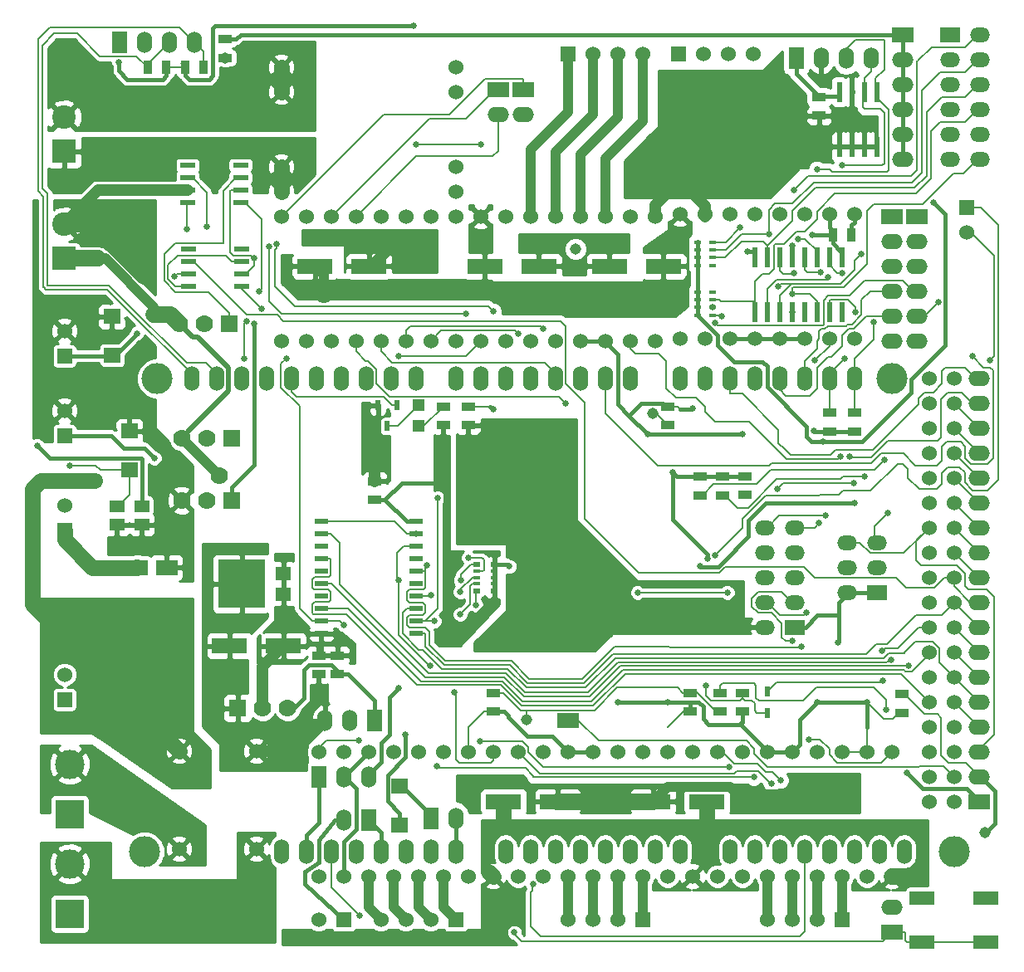
<source format=gtl>
G04 #@! TF.FileFunction,Copper,L1,Top,Signal*
%FSLAX46Y46*%
G04 Gerber Fmt 4.6, Leading zero omitted, Abs format (unit mm)*
G04 Created by KiCad (PCBNEW 4.0.4+dfsg1-stable) date Mon May  8 08:59:06 2017*
%MOMM*%
%LPD*%
G01*
G04 APERTURE LIST*
%ADD10C,0.150000*%
%ADD11R,1.524000X2.199640*%
%ADD12O,1.524000X2.199640*%
%ADD13R,0.599440X1.998980*%
%ADD14C,1.524000*%
%ADD15R,3.599180X1.600200*%
%ADD16R,1.397000X0.889000*%
%ADD17R,2.199640X1.600200*%
%ADD18R,1.498600X1.300480*%
%ADD19R,0.889000X1.397000*%
%ADD20R,1.198880X1.198880*%
%ADD21R,1.500000X1.399540*%
%ADD22R,4.800000X4.900000*%
%ADD23R,1.668780X1.549400*%
%ADD24R,0.599440X1.000760*%
%ADD25C,2.400000*%
%ADD26R,2.400000X2.400000*%
%ADD27R,1.998980X1.524000*%
%ADD28O,1.998980X1.524000*%
%ADD29R,2.199640X1.524000*%
%ADD30O,2.199640X1.524000*%
%ADD31R,1.524000X1.524000*%
%ADD32R,1.550000X0.600000*%
%ADD33R,2.999740X2.999740*%
%ADD34C,2.999740*%
%ADD35C,1.778000*%
%ADD36R,1.778000X1.778000*%
%ADD37R,0.800000X0.480000*%
%ADD38R,0.800000X0.320000*%
%ADD39R,0.762000X0.431800*%
%ADD40O,1.524000X2.540000*%
%ADD41C,3.175000*%
%ADD42R,2.499360X1.397000*%
%ADD43R,1.430020X0.551180*%
%ADD44C,1.143000*%
%ADD45C,0.635000*%
%ADD46C,1.625600*%
%ADD47C,0.762000*%
%ADD48C,0.406400*%
%ADD49C,0.203200*%
%ADD50C,1.600200*%
%ADD51C,1.016000*%
%ADD52C,1.651000*%
%ADD53C,1.143000*%
%ADD54C,0.508000*%
%ADD55C,1.625600*%
%ADD56C,0.254000*%
G04 APERTURE END LIST*
D10*
D11*
X78905100Y91059000D03*
D12*
X81445100Y91059000D03*
X83985100Y91059000D03*
X86525100Y91059000D03*
D13*
X83312000Y82042000D03*
X84582000Y82042000D03*
X85852000Y82042000D03*
X87122000Y82042000D03*
X87122000Y87630000D03*
X85852000Y87630000D03*
X84582000Y87630000D03*
X83312000Y87630000D03*
D14*
X26416000Y77470000D03*
X26416000Y80010000D03*
X26416000Y87630000D03*
X26416000Y90170000D03*
X44196000Y90170000D03*
X44196000Y87630000D03*
X44196000Y80010000D03*
X44196000Y77470000D03*
X68326000Y20320000D03*
X65786000Y20320000D03*
X63246000Y20320000D03*
X60706000Y20320000D03*
X58166000Y20320000D03*
X55626000Y20320000D03*
X53086000Y20320000D03*
X50546000Y20320000D03*
X50546000Y7620000D03*
X53086000Y7620000D03*
X55626000Y7620000D03*
X58166000Y7620000D03*
X60706000Y7620000D03*
X63246000Y7620000D03*
X65786000Y7620000D03*
X68326000Y7620000D03*
D15*
X29840180Y69850000D03*
X35341820Y69850000D03*
D16*
X20701000Y93027500D03*
X20701000Y91122500D03*
X35941000Y46037500D03*
X35941000Y47942500D03*
D17*
X11706860Y39116000D03*
X14709140Y39116000D03*
D18*
X12192000Y45402500D03*
X12192000Y43497500D03*
D15*
X21125180Y31115000D03*
X26626820Y31115000D03*
D16*
X30226000Y28257500D03*
X30226000Y30162500D03*
D18*
X9652000Y45402500D03*
X9652000Y43497500D03*
D15*
X49065180Y15240000D03*
X54566820Y15240000D03*
X69806820Y15240000D03*
X64305180Y15240000D03*
X47160180Y69850000D03*
X52661820Y69850000D03*
X65361820Y69850000D03*
X59860180Y69850000D03*
D16*
X32131000Y28257500D03*
X32131000Y30162500D03*
D19*
X82613500Y73025000D03*
X84518500Y73025000D03*
D16*
X81224120Y87119460D03*
X81224120Y85214460D03*
D20*
X40386000Y53560980D03*
X40386000Y55659020D03*
D21*
X26626820Y38503860D03*
X26626820Y36426140D03*
D22*
X22374860Y37465000D03*
D23*
X38481000Y16824960D03*
X38481000Y12860020D03*
D24*
X75946000Y26499820D03*
X75946000Y24300180D03*
D25*
X4256000Y85062000D03*
D26*
X4256000Y81562000D03*
D25*
X4256000Y74140000D03*
D26*
X4256000Y70640000D03*
D23*
X9144000Y60772040D03*
X9144000Y64736980D03*
X10922000Y49088040D03*
X10922000Y53052980D03*
D27*
X87116920Y36576000D03*
D28*
X84079080Y36576000D03*
X87116920Y39116000D03*
X84079080Y39116000D03*
X87116920Y41656000D03*
X84079080Y41656000D03*
D29*
X51054000Y87884000D03*
D30*
X51054000Y85344000D03*
D29*
X48514000Y87884000D03*
D30*
X48514000Y85344000D03*
D11*
X41650920Y13558520D03*
D12*
X44190920Y13558520D03*
D11*
X30226000Y17780000D03*
D12*
X32766000Y17780000D03*
X35306000Y17780000D03*
D11*
X35941000Y23495000D03*
D12*
X33401000Y23495000D03*
X30861000Y23495000D03*
D11*
X35306000Y13335000D03*
D12*
X32766000Y13335000D03*
D31*
X4318000Y60706000D03*
D14*
X4318000Y63246000D03*
D31*
X4318000Y52578000D03*
D14*
X4318000Y55118000D03*
X26416000Y62230000D03*
X28956000Y62230000D03*
X31496000Y62230000D03*
X34036000Y62230000D03*
X36576000Y62230000D03*
X39116000Y62230000D03*
X41656000Y62230000D03*
X44196000Y62230000D03*
X44196000Y74930000D03*
X41656000Y74930000D03*
X39116000Y74930000D03*
X36576000Y74930000D03*
X34036000Y74930000D03*
X31496000Y74930000D03*
X28956000Y74930000D03*
X26416000Y74930000D03*
D31*
X4318000Y42926000D03*
D14*
X4318000Y45466000D03*
D32*
X16952000Y71628000D03*
X16952000Y70358000D03*
X16952000Y69088000D03*
X16952000Y67818000D03*
X22352000Y67818000D03*
X22352000Y69088000D03*
X22352000Y70358000D03*
X22352000Y71628000D03*
X16858000Y80137000D03*
X16858000Y78867000D03*
X16858000Y77597000D03*
X16858000Y76327000D03*
X22258000Y76327000D03*
X22258000Y77597000D03*
X22258000Y78867000D03*
X22258000Y80137000D03*
D29*
X88646000Y74930000D03*
D30*
X88646000Y72390000D03*
X88646000Y69850000D03*
X88646000Y67310000D03*
X88646000Y64770000D03*
X88646000Y62230000D03*
D11*
X9906000Y92710000D03*
D12*
X12446000Y92710000D03*
X14986000Y92710000D03*
X17526000Y92710000D03*
D29*
X88646000Y1905000D03*
D30*
X88646000Y4445000D03*
D29*
X55626000Y23495000D03*
D31*
X4318000Y25654000D03*
D14*
X4318000Y28194000D03*
D33*
X4826000Y13970000D03*
D34*
X4826000Y19050000D03*
D33*
X4826000Y3810000D03*
D34*
X4826000Y8890000D03*
D31*
X44196000Y3175000D03*
D14*
X41656000Y3175000D03*
X39116000Y3175000D03*
X36576000Y3175000D03*
D31*
X63246000Y3175000D03*
D14*
X60706000Y3175000D03*
X58166000Y3175000D03*
X55626000Y3175000D03*
D31*
X83566000Y3175000D03*
D14*
X81026000Y3175000D03*
X78486000Y3175000D03*
X75946000Y3175000D03*
D31*
X55626000Y91541600D03*
D14*
X58166000Y91541600D03*
X60706000Y91541600D03*
X63246000Y91541600D03*
D29*
X97536000Y15240000D03*
D30*
X97536000Y17780000D03*
X97536000Y20320000D03*
X97536000Y22860000D03*
X97536000Y25400000D03*
X97536000Y27940000D03*
X97536000Y30480000D03*
X97536000Y33020000D03*
X97536000Y35560000D03*
X97536000Y38100000D03*
X97536000Y40640000D03*
X97536000Y43180000D03*
X97536000Y45720000D03*
X97536000Y48260000D03*
X97536000Y50800000D03*
X97536000Y53340000D03*
X97536000Y55880000D03*
X97536000Y58420000D03*
D27*
X78734920Y33020000D03*
D28*
X75697080Y33020000D03*
X78734920Y35560000D03*
X75697080Y35560000D03*
X78734920Y38100000D03*
X75697080Y38100000D03*
X78734920Y40640000D03*
X75697080Y40640000D03*
X78734920Y43180000D03*
X75697080Y43180000D03*
D29*
X91186000Y74930000D03*
D30*
X91186000Y72390000D03*
X91186000Y69850000D03*
X91186000Y67310000D03*
X91186000Y64770000D03*
X91186000Y62230000D03*
D31*
X66903600Y91541600D03*
D14*
X69443600Y91541600D03*
X71983600Y91541600D03*
X74523600Y91541600D03*
D31*
X32766000Y3175000D03*
D14*
X30226000Y3175000D03*
D31*
X96243140Y75869800D03*
D14*
X96243140Y73329800D03*
D29*
X89789000Y93472000D03*
D30*
X89789000Y90932000D03*
X89789000Y88392000D03*
X89789000Y85852000D03*
X89789000Y83312000D03*
X89789000Y80772000D03*
D27*
X94620080Y93472000D03*
D28*
X97657920Y93472000D03*
X94620080Y90932000D03*
X97657920Y90932000D03*
X94620080Y88392000D03*
X97657920Y88392000D03*
X94620080Y85852000D03*
X97657920Y85852000D03*
X94620080Y83312000D03*
X97657920Y83312000D03*
X94620080Y80772000D03*
X97657920Y80772000D03*
D24*
X38163500Y55666640D03*
X37211000Y53553360D03*
X36258500Y55666640D03*
D35*
X18796000Y45974000D03*
X16256000Y45974000D03*
D36*
X21336000Y45974000D03*
D35*
X18542000Y64008000D03*
X16002000Y64008000D03*
D36*
X21082000Y64008000D03*
D35*
X18796000Y52324000D03*
X16256000Y52324000D03*
D36*
X21336000Y52324000D03*
D19*
X16573500Y90170000D03*
X18478500Y90170000D03*
X14668500Y90170000D03*
X12763500Y90170000D03*
D16*
X42926000Y53657500D03*
X42926000Y55562500D03*
X89662000Y24320500D03*
X89662000Y26225500D03*
X48006000Y24447500D03*
X48006000Y26352500D03*
X68077080Y24447500D03*
X68077080Y26352500D03*
X45466000Y55562500D03*
X45466000Y53657500D03*
X65786000Y55562500D03*
X65786000Y53657500D03*
X84836000Y53022500D03*
X84836000Y54927500D03*
X82296000Y53022500D03*
X82296000Y54927500D03*
X73406000Y24447500D03*
X73406000Y26352500D03*
X71104760Y26347420D03*
X71104760Y24442420D03*
X69088000Y46482000D03*
X69088000Y48387000D03*
X71374000Y46482000D03*
X71374000Y48387000D03*
X73660000Y48450500D03*
X73660000Y46545500D03*
D37*
X46344000Y39460000D03*
D38*
X46344000Y38740000D03*
D37*
X46344000Y36740000D03*
D38*
X46344000Y37460000D03*
X46344000Y38100000D03*
X48144000Y37460000D03*
D37*
X48144000Y39460000D03*
D38*
X48144000Y38740000D03*
D37*
X48144000Y36740000D03*
D38*
X48144000Y38100000D03*
D39*
X70358000Y70721220D03*
X68834000Y70721220D03*
X70358000Y71518780D03*
X68834000Y71518780D03*
X70358000Y69921120D03*
X70358000Y72318880D03*
X68834000Y72318880D03*
X68834000Y69921120D03*
X70358000Y65641220D03*
X68834000Y65641220D03*
X70358000Y66438780D03*
X68834000Y66438780D03*
X70358000Y64841120D03*
X70358000Y67238880D03*
X68834000Y67238880D03*
X68834000Y64841120D03*
D40*
X67056000Y58420000D03*
X69596000Y58420000D03*
X72136000Y58420000D03*
X74676000Y58420000D03*
X77216000Y58420000D03*
X79756000Y58420000D03*
X82296000Y58420000D03*
X84836000Y58420000D03*
X89916000Y10160000D03*
X87376000Y10160000D03*
X84836000Y10160000D03*
X82296000Y10160000D03*
X72136000Y10160000D03*
X67056000Y10160000D03*
X64516000Y10160000D03*
X74676000Y10160000D03*
X77216000Y10160000D03*
X79756000Y10160000D03*
X61976000Y10160000D03*
X59436000Y10160000D03*
X56896000Y10160000D03*
X49276000Y10160000D03*
X51816000Y10160000D03*
X54356000Y10160000D03*
X44196000Y10160000D03*
X41656000Y10160000D03*
X39116000Y10160000D03*
X34036000Y10160000D03*
X31496000Y10160000D03*
X61976000Y58420000D03*
X59436000Y58420000D03*
X56896000Y58420000D03*
X54356000Y58420000D03*
X51816000Y58420000D03*
X49276000Y58420000D03*
X46736000Y58420000D03*
X44196000Y58420000D03*
X40132000Y58420000D03*
X37592000Y58420000D03*
X35052000Y58420000D03*
X32512000Y58420000D03*
X29972000Y58420000D03*
X27432000Y58420000D03*
X24892000Y58420000D03*
X22352000Y58420000D03*
X36576000Y10160000D03*
D41*
X94996000Y10160000D03*
X88646000Y58420000D03*
X13716000Y58420000D03*
X12446000Y10160000D03*
D14*
X92456000Y55880000D03*
X94996000Y55880000D03*
X92456000Y53340000D03*
X94996000Y53340000D03*
X92456000Y50800000D03*
X94996000Y50800000D03*
X92456000Y48260000D03*
X94996000Y48260000D03*
X92456000Y58420000D03*
X94996000Y58420000D03*
X94996000Y45720000D03*
X92456000Y45720000D03*
X92456000Y43180000D03*
X94996000Y43180000D03*
X92456000Y40640000D03*
X94996000Y40640000D03*
X92456000Y38100000D03*
X94996000Y38100000D03*
X92456000Y35560000D03*
X94996000Y35560000D03*
X92456000Y33020000D03*
X94996000Y33020000D03*
X92456000Y30480000D03*
X94996000Y30480000D03*
X92456000Y27940000D03*
X94996000Y27940000D03*
X92456000Y25400000D03*
X94996000Y25400000D03*
X92456000Y22860000D03*
X94996000Y22860000D03*
X92456000Y20320000D03*
X94996000Y20320000D03*
X92456000Y17780000D03*
X94996000Y17780000D03*
X92456000Y15240000D03*
X94996000Y15240000D03*
D40*
X19812000Y58420000D03*
X17272000Y58420000D03*
X28956000Y10160000D03*
X26416000Y10160000D03*
D42*
X91747340Y924560D03*
X91747340Y5425440D03*
X98247200Y924560D03*
X98247200Y5425440D03*
D43*
X30495240Y43815000D03*
X30495240Y42545000D03*
X30495240Y41275000D03*
X30495240Y40005000D03*
X30495240Y38735000D03*
X30495240Y37465000D03*
X30495240Y36195000D03*
X30495240Y34925000D03*
X30495240Y33655000D03*
X30495240Y32385000D03*
X40116760Y32385000D03*
X40116760Y33655000D03*
X40116760Y34925000D03*
X40116760Y36195000D03*
X40116760Y37465000D03*
X40116760Y38735000D03*
X40116760Y40005000D03*
X40116760Y41275000D03*
X40116760Y42545000D03*
X40116760Y43815000D03*
D35*
X24511000Y24765000D03*
X27051000Y24765000D03*
D36*
X21971000Y24765000D03*
D14*
X48006000Y20320000D03*
X45466000Y20320000D03*
X42926000Y20320000D03*
X40386000Y20320000D03*
X37846000Y20320000D03*
X35306000Y20320000D03*
X32766000Y20320000D03*
X30226000Y20320000D03*
X30226000Y7620000D03*
X32766000Y7620000D03*
X35306000Y7620000D03*
X37846000Y7620000D03*
X40386000Y7620000D03*
X42926000Y7620000D03*
X45466000Y7620000D03*
X48006000Y7620000D03*
X88646000Y20320000D03*
X86106000Y20320000D03*
X83566000Y20320000D03*
X81026000Y20320000D03*
X78486000Y20320000D03*
X75946000Y20320000D03*
X73406000Y20320000D03*
X70866000Y20320000D03*
X70866000Y7620000D03*
X73406000Y7620000D03*
X75946000Y7620000D03*
X78486000Y7620000D03*
X81026000Y7620000D03*
X83566000Y7620000D03*
X86106000Y7620000D03*
X88646000Y7620000D03*
X46736000Y62230000D03*
X49276000Y62230000D03*
X51816000Y62230000D03*
X54356000Y62230000D03*
X56896000Y62230000D03*
X59436000Y62230000D03*
X61976000Y62230000D03*
X64516000Y62230000D03*
X64516000Y74930000D03*
X61976000Y74930000D03*
X59436000Y74930000D03*
X56896000Y74930000D03*
X54356000Y74930000D03*
X51816000Y74930000D03*
X49276000Y74930000D03*
X46736000Y74930000D03*
X67056000Y62484000D03*
X69596000Y62484000D03*
X72136000Y62484000D03*
X74676000Y62484000D03*
X77216000Y62484000D03*
X79756000Y62484000D03*
X82296000Y62484000D03*
X84836000Y62484000D03*
X84836000Y75184000D03*
X82296000Y75184000D03*
X79756000Y75184000D03*
X77216000Y75184000D03*
X74676000Y75184000D03*
X72136000Y75184000D03*
X69596000Y75184000D03*
X67056000Y75184000D03*
D13*
X83566000Y70739000D03*
X82296000Y70739000D03*
X81026000Y70739000D03*
X79756000Y70739000D03*
X78486000Y70739000D03*
X77216000Y70739000D03*
X75946000Y70739000D03*
X74676000Y70739000D03*
X74676000Y65151000D03*
X75946000Y65151000D03*
X77216000Y65151000D03*
X78486000Y65151000D03*
X79756000Y65151000D03*
X81026000Y65151000D03*
X82296000Y65151000D03*
X83566000Y65151000D03*
D14*
X23876000Y10414000D03*
X23876000Y20414000D03*
X16002000Y10414000D03*
X16002000Y20414000D03*
D44*
X56388000Y71628000D03*
D45*
X39077381Y22095214D03*
X68326000Y55372000D03*
X81026000Y25400000D03*
X90170000Y18161000D03*
X39865300Y94373700D03*
X63754000Y52705000D03*
X66294000Y48851550D03*
X73406000Y52705000D03*
X65786000Y25400000D03*
X60706000Y25400000D03*
X86106000Y25400000D03*
X48006000Y55245000D03*
X80667860Y53025040D03*
X80518000Y73075800D03*
X83185000Y31496000D03*
X69850000Y40005000D03*
X9829800Y90652600D03*
D46*
X30734000Y66903600D03*
X27432000Y1270000D03*
X7366000Y48006000D03*
D45*
X44640501Y34353499D03*
X41998900Y33655000D03*
X42367200Y46228000D03*
X26924000Y60452000D03*
X38354000Y60706000D03*
X32766000Y33274000D03*
X46259593Y35303522D03*
X50165000Y1905000D03*
X34366200Y3657600D03*
X44678900Y37794900D03*
X38346000Y37794900D03*
X41571600Y29089300D03*
X44069000Y26416000D03*
X45466000Y40132000D03*
X41263102Y39370000D03*
X79400400Y31013400D03*
X62738000Y36576000D03*
X71882000Y36576000D03*
X44640501Y36639499D03*
X41656000Y36322000D03*
X80197000Y21589500D03*
X78486000Y31628080D03*
X79946500Y34544000D03*
X87904400Y50081300D03*
X83413600Y50444400D03*
X88257380Y44704000D03*
X85852000Y48387000D03*
X73660000Y46545500D03*
X76962000Y47104300D03*
X84745895Y47722855D03*
X80822800Y60248800D03*
X87680800Y30632400D03*
X87731600Y27584400D03*
X49657000Y39243000D03*
X84836000Y45720000D03*
X43180000Y31648400D03*
X81661000Y51943000D03*
X92887800Y76377800D03*
X69088000Y39243000D03*
X38354000Y26797000D03*
D44*
X82804000Y16002000D03*
X85344000Y84582000D03*
X78740000Y84328000D03*
D45*
X54566820Y15240000D03*
X51435000Y23622000D03*
D44*
X36068000Y51308000D03*
X67056000Y78232000D03*
X37084000Y72898000D03*
X52661820Y69850000D03*
X20701000Y91122500D03*
D45*
X68116000Y26360000D03*
X73908300Y71361600D03*
X45466000Y52501800D03*
D44*
X98171000Y12115800D03*
X64262000Y54864000D03*
X51435000Y23622000D03*
D45*
X86801960Y64142620D03*
X83566000Y80137000D03*
X83820000Y60452000D03*
X81026000Y79756000D03*
X70650298Y64046426D03*
X96850200Y60655200D03*
X93370400Y66167000D03*
X84353400Y50419000D03*
X81889600Y44424600D03*
X81229200Y43662600D03*
X78486000Y65151000D03*
X84927440Y65135760D03*
X46634400Y21412200D03*
X34290000Y21463000D03*
X72083800Y18759700D03*
X88569800Y29718000D03*
X42240200Y18897600D03*
X74578200Y17719400D03*
X78638400Y69138800D03*
X82169000Y68707000D03*
X76377800Y17073880D03*
X52044600Y6832600D03*
X83552200Y69159200D03*
X81407000Y69215000D03*
X77292200Y17424400D03*
X90380200Y29144700D03*
D35*
X11706860Y39116000D03*
X20066000Y48514000D03*
D45*
X23647702Y70640000D03*
D46*
X6858000Y64008000D03*
D45*
X15494000Y68834000D03*
D46*
X12446000Y68834000D03*
D45*
X1524000Y51562000D03*
X11684000Y62992000D03*
X13462000Y50292000D03*
X4826000Y49530000D03*
X70637400Y40386000D03*
X40116760Y42545000D03*
X69710800Y27082800D03*
X46736000Y82296000D03*
X40132000Y82296000D03*
X55372000Y55880000D03*
X53086000Y63500000D03*
X50546000Y62992000D03*
X24384000Y65532000D03*
X23667730Y63962270D03*
X48006000Y65278000D03*
X18796000Y73914000D03*
X25941188Y72147062D03*
X45212000Y65024000D03*
X16764000Y73660000D03*
X25146000Y71882000D03*
X24130000Y67310000D03*
X22860000Y64262000D03*
X22606000Y60452000D03*
X98653600Y60248800D03*
X88061800Y24638000D03*
X73152000Y73787000D03*
X79095600Y72644000D03*
X78655800Y77614400D03*
X76099600Y73159900D03*
X78536800Y71983600D03*
X70358000Y65641220D03*
X77021033Y67758967D03*
X85509100Y71120000D03*
X78486000Y67056000D03*
X71315767Y64711767D03*
D47*
X36601400Y74955400D02*
X36576000Y74930000D01*
X39141400Y74955400D02*
X39116000Y74930000D01*
D48*
X39077381Y22095214D02*
X39077901Y19762473D01*
X39077901Y19762473D02*
X37240209Y17924781D01*
X37240209Y17924781D02*
X37240209Y15281911D01*
X37240209Y15281911D02*
X38481000Y14041120D01*
X38481000Y14041120D02*
X38481000Y12860020D01*
X33401000Y24003000D02*
X33401000Y23495000D01*
X67107100Y55245000D02*
X68199000Y55245000D01*
X68199000Y55245000D02*
X68326000Y55372000D01*
X60706000Y55753000D02*
X61849000Y54610000D01*
X61849000Y54610000D02*
X62357000Y54102000D01*
X63080901Y55841901D02*
X61849000Y54610000D01*
X65786000Y55562500D02*
X65532000Y55562500D01*
X65532000Y55562500D02*
X65252599Y55841901D01*
X65252599Y55841901D02*
X63080901Y55841901D01*
X69850000Y40005000D02*
X69850000Y40454012D01*
X69850000Y40454012D02*
X66294000Y44010012D01*
X66294000Y44010012D02*
X66294000Y48402538D01*
X66294000Y48402538D02*
X66294000Y48851550D01*
X74676000Y62484000D02*
X72136000Y62484000D01*
X77216000Y62484000D02*
X79756000Y62484000D01*
X74676000Y62484000D02*
X77216000Y62484000D01*
D49*
X86106000Y25400000D02*
X87833200Y23672800D01*
X87833200Y23672800D02*
X88760300Y23672800D01*
X88760300Y23672800D02*
X89408000Y24320500D01*
X89408000Y24320500D02*
X89662000Y24320500D01*
X83566000Y20320000D02*
X84643630Y20320000D01*
X84643630Y20320000D02*
X86106000Y20320000D01*
D48*
X49530000Y23876000D02*
X49530000Y24028400D01*
X49530000Y24028400D02*
X49110900Y24447500D01*
X49110900Y24447500D02*
X48006000Y24447500D01*
X84328000Y36576000D02*
X86868000Y36576000D01*
X83261200Y34239200D02*
X83261200Y35509200D01*
X83261200Y35509200D02*
X84328000Y36576000D01*
X71374000Y48387000D02*
X73596500Y48387000D01*
X73596500Y48387000D02*
X73660000Y48450500D01*
X69088000Y48387000D02*
X71374000Y48387000D01*
X66294000Y48851550D02*
X66758550Y48387000D01*
X66758550Y48387000D02*
X69088000Y48387000D01*
X19697700Y94373700D02*
X19431000Y94107000D01*
X39865300Y94373700D02*
X19697700Y94373700D01*
X19431000Y89281000D02*
X19050000Y88900000D01*
X19431000Y94107000D02*
X19431000Y89281000D01*
X19050000Y88900000D02*
X17018000Y88900000D01*
X17018000Y88900000D02*
X16573500Y89344500D01*
X16573500Y89344500D02*
X16573500Y90170000D01*
X68961000Y25400000D02*
X68126000Y25400000D01*
X68126000Y25400000D02*
X63246000Y25400000D01*
X68077080Y24447500D02*
X68077080Y25351080D01*
X68077080Y25351080D02*
X68126000Y25400000D01*
X73183750Y23145750D02*
X73152000Y23114000D01*
X73152000Y23114000D02*
X69977000Y23114000D01*
X69405500Y23685500D02*
X69405500Y24955500D01*
X69977000Y23114000D02*
X69405500Y23685500D01*
X69405500Y24955500D02*
X68961000Y25400000D01*
X63246000Y25400000D02*
X60706000Y25400000D01*
X86106000Y22860000D02*
X86106000Y25400000D01*
X83566000Y25400000D02*
X86106000Y25400000D01*
X47688500Y55562500D02*
X48006000Y55245000D01*
X78486000Y20320000D02*
X75946000Y20320000D01*
X78486000Y20320000D02*
X79233160Y21067160D01*
X79233160Y21067160D02*
X79233160Y23607160D01*
X79233160Y23607160D02*
X81026000Y25400000D01*
X81026000Y25400000D02*
X83566000Y25400000D01*
D49*
X82238700Y74872700D02*
X82296000Y74930000D01*
D48*
X83566000Y70485000D02*
X83566000Y71361600D01*
X82613500Y72176700D02*
X83428600Y71361600D01*
X83428600Y71361600D02*
X83566000Y71361600D01*
X82613500Y73025000D02*
X82613500Y72176700D01*
X73406000Y52705000D02*
X70866000Y52705000D01*
X84836000Y53022500D02*
X82296000Y53022500D01*
X68326000Y52705000D02*
X70866000Y52705000D01*
X73406000Y23368000D02*
X73406000Y24447500D01*
X73183750Y23145750D02*
X73406000Y23368000D01*
X81231740Y87147400D02*
X83185000Y87147400D01*
X78905100Y89474040D02*
X81231740Y87147400D01*
X78905100Y91059000D02*
X78905100Y89474040D01*
X55626000Y20320000D02*
X58166000Y20320000D01*
X56896000Y62230000D02*
X59436000Y62230000D01*
X82613500Y73489820D02*
X82296000Y73807320D01*
X82296000Y73807320D02*
X82296000Y74930000D01*
X82613500Y73025000D02*
X82613500Y73489820D01*
X75946000Y20320000D02*
X75946000Y20383500D01*
X75946000Y20383500D02*
X73183750Y23145750D01*
X32766000Y11150600D02*
X34010600Y12395200D01*
X34010600Y14605000D02*
X34010600Y14630400D01*
X34010600Y12395200D02*
X34010600Y14605000D01*
X32766000Y7620000D02*
X32766000Y11150600D01*
D49*
X14668500Y90170000D02*
X16573500Y90170000D01*
X16192500Y90551000D02*
X16573500Y90170000D01*
D48*
X80670400Y53022500D02*
X82296000Y53022500D01*
X80670400Y53022500D02*
X80667860Y53025040D01*
X91770200Y16560800D02*
X90170000Y18161000D01*
X96291400Y16560800D02*
X91770200Y16560800D01*
X97536000Y15316200D02*
X96291400Y16560800D01*
X97536000Y15240000D02*
X97536000Y15316200D01*
X81051400Y34239200D02*
X79832200Y33020000D01*
X79832200Y33020000D02*
X78486000Y33020000D01*
X83261200Y34239200D02*
X81051400Y34239200D01*
X80568800Y73025000D02*
X80518000Y73075800D01*
X82613500Y73025000D02*
X81691480Y73025000D01*
X81691480Y73025000D02*
X80568800Y73025000D01*
X83185000Y31496000D02*
X83261200Y31572200D01*
X83261200Y31572200D02*
X83261200Y34264600D01*
X83261200Y34239200D02*
X83261200Y34264600D01*
X59436000Y62103000D02*
X60706000Y60833000D01*
X60706000Y60833000D02*
X60706000Y55753000D01*
X59436000Y62230000D02*
X59436000Y62103000D01*
X63754000Y52705000D02*
X63246000Y53213000D01*
X63246000Y53213000D02*
X62357000Y54102000D01*
X68326000Y52705000D02*
X63881000Y52705000D01*
X63881000Y52705000D02*
X63754000Y52705000D01*
X55626000Y20320000D02*
X54058820Y21887180D01*
X51518820Y21887180D02*
X49530000Y23876000D01*
X54058820Y21887180D02*
X51518820Y21887180D01*
X14668500Y89268300D02*
X14300200Y88900000D01*
X14300200Y88900000D02*
X10718800Y88900000D01*
X10718800Y88900000D02*
X9829800Y89789000D01*
X9829800Y89789000D02*
X9829800Y90652600D01*
X14668500Y90170000D02*
X14668500Y89268300D01*
X34010600Y16535400D02*
X32766000Y17780000D01*
X34010600Y14605000D02*
X34010600Y16535400D01*
X32766000Y17780000D02*
X35306000Y20320000D01*
D49*
X48006000Y24447500D02*
X47002400Y24447500D01*
X45466000Y22860000D02*
X47002400Y24396400D01*
X47002400Y24396400D02*
X47002400Y24447500D01*
X45466000Y20320000D02*
X45466000Y22860000D01*
X68077080Y24447500D02*
X67322400Y24447500D01*
X65786000Y22860000D02*
X67322400Y24396400D01*
X67322400Y24396400D02*
X67322400Y24447500D01*
X45468540Y55565040D02*
X45466000Y55562500D01*
X45466000Y55562500D02*
X47688500Y55562500D01*
X65786000Y55562500D02*
X66789600Y55562500D01*
X67107100Y55245000D02*
X66789600Y55562500D01*
X86106000Y22860000D02*
X86106000Y20320000D01*
D50*
X16002000Y20414000D02*
X1016000Y35400000D01*
X1016000Y35400000D02*
X1016000Y47101700D01*
X1016000Y47101700D02*
X1920300Y48006000D01*
D51*
X30734000Y66903600D02*
X30734000Y68956180D01*
X30734000Y68956180D02*
X29840180Y69850000D01*
D52*
X88646000Y7620000D02*
X89723630Y7620000D01*
D50*
X69806820Y15240000D02*
X69806820Y11727180D01*
X49065180Y15240000D02*
X49065180Y12743180D01*
X48006000Y7620000D02*
X47510400Y8115600D01*
X1920300Y48006000D02*
X7366000Y48006000D01*
D53*
X23876000Y20414000D02*
X27780000Y20414000D01*
X27780000Y20414000D02*
X30861000Y23495000D01*
D49*
X42341800Y44500800D02*
X42367200Y44526200D01*
X42367200Y44526200D02*
X42367200Y46228000D01*
X46344000Y37460000D02*
X45875358Y37460000D01*
X45875358Y37460000D02*
X45639199Y37223841D01*
X45639199Y37223841D02*
X45639199Y35352197D01*
X45639199Y35352197D02*
X44640501Y34353499D01*
X40116760Y33655000D02*
X41998900Y33655000D01*
X41071800Y33655000D02*
X41072100Y33655000D01*
X40132000Y33655000D02*
X41071800Y33655000D01*
X42341800Y44500800D02*
X42341800Y34925000D01*
X42341800Y34925000D02*
X41071800Y33655000D01*
X26365190Y59893190D02*
X26924000Y60452000D01*
X38976300Y60706000D02*
X38354000Y60706000D01*
X46736000Y62230000D02*
X45212000Y60706000D01*
X45212000Y60706000D02*
X38976300Y60706000D01*
X30495240Y33655000D02*
X32385000Y33655000D01*
X32385000Y33655000D02*
X32766000Y33274000D01*
X46259593Y35303522D02*
X46259593Y36655593D01*
X46259593Y36655593D02*
X46344000Y36740000D01*
X30480000Y33655000D02*
X29539900Y33655000D01*
X29539900Y33655000D02*
X28257700Y34937200D01*
X28257700Y34937200D02*
X28257700Y55577603D01*
X28257700Y55577603D02*
X26365190Y57470113D01*
X26365190Y57470113D02*
X26365190Y59893190D01*
D48*
X38481000Y16824960D02*
X38722300Y16824960D01*
X38722300Y16824960D02*
X41650920Y13896340D01*
X41650920Y13896340D02*
X41650920Y13558520D01*
X39075360Y16824960D02*
X38481000Y16824960D01*
X32131000Y28257500D02*
X33235900Y28257500D01*
X33235900Y28257500D02*
X35941000Y25552400D01*
X35941000Y25552400D02*
X35941000Y25001220D01*
X35941000Y25001220D02*
X35941000Y23495000D01*
X32131000Y28575000D02*
X31496000Y29210000D01*
X31496000Y29210000D02*
X29210000Y29210000D01*
X29210000Y29210000D02*
X28702000Y28702000D01*
X28702000Y28702000D02*
X28702000Y25781000D01*
X28702000Y25781000D02*
X27686000Y24765000D01*
X27686000Y24765000D02*
X27051000Y24765000D01*
X32131000Y28257500D02*
X32131000Y28575000D01*
D49*
X88646000Y1905000D02*
X90050900Y1905000D01*
X91747300Y924600D02*
X90192500Y924600D01*
X98247200Y924600D02*
X91747300Y924600D01*
X90050900Y1905000D02*
X90050900Y1066200D01*
X90050900Y1066200D02*
X90192500Y924600D01*
X50165000Y1778000D02*
X50927000Y1016000D01*
X50927000Y1016000D02*
X87757000Y1016000D01*
X87757000Y1016000D02*
X88646000Y1905000D01*
X31496000Y10160000D02*
X31496000Y6527800D01*
X34366200Y3657600D02*
X31496000Y6527800D01*
X50165000Y1905000D02*
X50165000Y1778000D01*
D51*
X60706000Y85039200D02*
X56896000Y81229200D01*
X56896000Y81229200D02*
X56896000Y74930000D01*
X60706000Y91541600D02*
X60706000Y85039200D01*
X63246000Y84658200D02*
X59436000Y80848200D01*
X59436000Y80848200D02*
X59436000Y74930000D01*
X63246000Y91541600D02*
X63246000Y84658200D01*
X58166000Y85293200D02*
X54356000Y81483200D01*
X54356000Y81483200D02*
X54356000Y74930000D01*
X58166000Y91541600D02*
X58166000Y85293200D01*
X55626000Y85598000D02*
X51816000Y81788000D01*
X51816000Y81788000D02*
X51816000Y74930000D01*
X55626000Y91541600D02*
X55626000Y85598000D01*
X37846000Y4445000D02*
X39116000Y3175000D01*
X37846000Y7620000D02*
X37846000Y4445000D01*
X35306000Y4445000D02*
X36576000Y3175000D01*
X35306000Y7620000D02*
X35306000Y4445000D01*
X40386000Y4445000D02*
X41656000Y3175000D01*
X40386000Y7620000D02*
X40386000Y4445000D01*
X42926000Y4445000D02*
X44196000Y3175000D01*
X42926000Y7620000D02*
X42926000Y4445000D01*
X58166000Y7620000D02*
X58166000Y3175000D01*
X55626000Y7620000D02*
X55626000Y3175000D01*
X60706000Y7620000D02*
X60706000Y3175000D01*
X63246000Y7620000D02*
X63246000Y3175000D01*
X78486000Y7620000D02*
X78486000Y3175000D01*
X75946000Y7620000D02*
X75946000Y3175000D01*
X81026000Y7620000D02*
X81026000Y3175000D01*
X83566000Y7620000D02*
X83566000Y3175000D01*
D49*
X46344000Y39460000D02*
X45740800Y39460000D01*
X45740800Y39460000D02*
X44678900Y38398100D01*
X44678900Y38398100D02*
X44678900Y37794900D01*
X38163100Y37977800D02*
X38346000Y37794900D01*
X40132000Y41275000D02*
X38843000Y41275000D01*
X38843000Y41275000D02*
X38163100Y40595100D01*
X38163100Y40595100D02*
X38163100Y37977800D01*
X38346000Y37794900D02*
X38346000Y32261200D01*
X38346000Y32261200D02*
X41517900Y29089300D01*
X41517900Y29089300D02*
X41571600Y29089300D01*
X48006000Y19431000D02*
X47752000Y19177000D01*
X47752000Y19177000D02*
X44577000Y19177000D01*
X44577000Y19177000D02*
X44196000Y19558000D01*
X44196000Y19558000D02*
X44196000Y26289000D01*
X44196000Y26289000D02*
X44069000Y26416000D01*
X48006000Y20320000D02*
X48006000Y19431000D01*
X45466000Y40132000D02*
X46860642Y40132000D01*
X46860642Y40132000D02*
X47048801Y39943841D01*
X47048801Y39943841D02*
X47048801Y38841601D01*
X47048801Y38841601D02*
X46947200Y38740000D01*
X46947200Y38740000D02*
X46344000Y38740000D01*
X41072200Y38734800D02*
X41072200Y39179098D01*
X41072200Y39179098D02*
X41263102Y39370000D01*
X40132000Y38735000D02*
X41072000Y38735000D01*
X79400400Y31013400D02*
X79392780Y31005780D01*
X79392780Y31005780D02*
X71749920Y31005780D01*
X60342780Y31010860D02*
X57098802Y27766882D01*
X71749920Y31005780D02*
X60342780Y31010860D01*
X41072200Y38734800D02*
X41072000Y38735000D01*
X41072200Y38734800D02*
X41072200Y37084700D01*
X41072200Y37084700D02*
X40893300Y36905800D01*
X40893300Y36905800D02*
X39458400Y36905800D01*
X39458400Y36905800D02*
X39191800Y36639200D01*
X39191800Y36639200D02*
X39191800Y35814700D01*
X39191800Y35814700D02*
X39446500Y35560000D01*
X39446500Y35560000D02*
X40827600Y35560000D01*
X40827600Y35560000D02*
X41072200Y35315400D01*
X41072200Y35315400D02*
X41072200Y34544700D01*
X41072200Y34544700D02*
X40817500Y34290000D01*
X40817500Y34290000D02*
X39439600Y34290000D01*
X39439600Y34290000D02*
X39191900Y34042300D01*
X39191900Y34042300D02*
X39191900Y33274600D01*
X39191900Y33274600D02*
X39493200Y32973300D01*
X39493200Y32973300D02*
X41096100Y32973300D01*
X41096100Y32973300D02*
X41478800Y32590600D01*
X41478800Y32590600D02*
X41478800Y31262120D01*
X41478800Y31262120D02*
X43132540Y29608380D01*
X43132540Y29608380D02*
X49860600Y29608380D01*
X51702098Y27766882D02*
X49860600Y29608380D01*
X57098802Y27766882D02*
X51702098Y27766882D01*
X71882000Y36576000D02*
X62738000Y36576000D01*
X46344000Y38100000D02*
X45875358Y38100000D01*
X44640501Y36865143D02*
X44640501Y36639499D01*
X45875358Y38100000D02*
X44640501Y36865143D01*
X40116760Y36195000D02*
X41529000Y36195000D01*
X41529000Y36195000D02*
X41656000Y36322000D01*
X80197000Y21589500D02*
X81305500Y21589500D01*
X81305500Y21589500D02*
X82296000Y20599000D01*
X82296000Y20599000D02*
X82296000Y20010000D01*
X82296000Y20010000D02*
X83076300Y19229700D01*
X83076300Y19229700D02*
X87555700Y19229700D01*
X88646000Y20320000D02*
X87555700Y19229700D01*
X40132000Y36195000D02*
X41072100Y36195000D01*
X41072100Y36195000D02*
X41148000Y36195000D01*
X78486000Y35560000D02*
X77419190Y36626810D01*
X77430629Y32014159D02*
X77816708Y31628080D01*
X77816708Y31628080D02*
X78486000Y31628080D01*
X77419190Y36626810D02*
X75017703Y36626810D01*
X75017703Y36626810D02*
X74392780Y36001887D01*
X74392780Y36001887D02*
X74392780Y35118113D01*
X74392780Y35118113D02*
X75017703Y34493190D01*
X75017703Y34493190D02*
X76376457Y34493190D01*
X77430629Y33439018D02*
X77430629Y32014159D01*
X76376457Y34493190D02*
X77430629Y33439018D01*
X77216000Y34290000D02*
X79692500Y34290000D01*
X79692500Y34290000D02*
X79946500Y34544000D01*
X77216000Y34290000D02*
X77089000Y34417000D01*
X75946000Y35560000D02*
X77089000Y34417000D01*
D48*
X44190920Y10165080D02*
X44196000Y10160000D01*
X44190920Y13558520D02*
X44190920Y10165080D01*
D49*
X38163500Y55666640D02*
X37660580Y55666640D01*
X37660580Y55666640D02*
X36809680Y56517540D01*
X36809680Y56517540D02*
X27983180Y56517540D01*
X27983180Y56517540D02*
X27432000Y57068720D01*
X27432000Y57068720D02*
X27432000Y58420000D01*
X97536000Y53340000D02*
X94996000Y55880000D01*
X94996000Y53340000D02*
X97536000Y50800000D01*
X97536000Y48260000D02*
X94996000Y50800000D01*
X97536000Y45720000D02*
X94996000Y48260000D01*
X97536000Y43180000D02*
X94996000Y45720000D01*
X84328000Y41656000D02*
X85370733Y41656000D01*
X85370733Y41656000D02*
X86437543Y40589190D01*
X86437543Y40589190D02*
X89865190Y40589190D01*
X89865190Y40589190D02*
X91694001Y42418001D01*
X91694001Y42418001D02*
X92456000Y43180000D01*
X76285700Y49067440D02*
X74855959Y47637699D01*
X74855959Y47637699D02*
X70497699Y47637699D01*
X70497699Y47637699D02*
X69342000Y46482000D01*
X69342000Y46482000D02*
X69088000Y46482000D01*
X87904400Y50081300D02*
X86890540Y49067440D01*
X86890540Y49067440D02*
X76285700Y49067440D01*
X91626200Y39336200D02*
X91135200Y39827200D01*
X91135200Y39827200D02*
X91135200Y41859200D01*
X91135200Y41859200D02*
X92456000Y43180000D01*
X96097100Y38519100D02*
X96097100Y37202100D01*
X94344000Y39336200D02*
X95280000Y39336200D01*
X95280000Y39336200D02*
X96097100Y38519100D01*
X97536000Y20320000D02*
X97536000Y20574000D01*
X99034600Y22072600D02*
X97536000Y20574000D01*
X99034600Y36144200D02*
X99034600Y22072600D01*
X98298000Y36880800D02*
X99034600Y36144200D01*
X96418400Y36880800D02*
X98298000Y36880800D01*
X96097100Y37202100D02*
X96418400Y36880800D01*
X94344000Y39336200D02*
X91626200Y39336200D01*
X97536000Y40640000D02*
X94996000Y43180000D01*
X97536000Y38100000D02*
X94996000Y40640000D01*
X22900699Y64884301D02*
X25980949Y64884301D01*
X25980949Y64884301D02*
X26603250Y64262000D01*
X26603250Y64262000D02*
X54864000Y64262000D01*
X16952000Y70358000D02*
X17427000Y70358000D01*
X17427000Y70358000D02*
X22900699Y64884301D01*
X54864000Y64262000D02*
X55422801Y63703199D01*
X71089133Y38620699D02*
X62845067Y38620699D01*
X94996000Y38100000D02*
X94034866Y38100000D01*
X94034866Y38100000D02*
X92968065Y37033199D01*
X92968065Y37033199D02*
X90062134Y37033199D01*
X90062134Y37033199D02*
X89046143Y38049190D01*
X89046143Y38049190D02*
X80822810Y38049190D01*
X80822810Y38049190D02*
X79705190Y39166810D01*
X79705190Y39166810D02*
X71635244Y39166810D01*
X57337887Y44127879D02*
X57337887Y55961416D01*
X71635244Y39166810D02*
X71089133Y38620699D01*
X62845067Y38620699D02*
X57337887Y44127879D01*
X57337887Y55961416D02*
X55422801Y57876502D01*
X55422801Y57876502D02*
X55422801Y63703199D01*
X96647000Y35560000D02*
X94996000Y37211000D01*
X94996000Y37211000D02*
X94996000Y38100000D01*
X97536000Y35560000D02*
X96647000Y35560000D01*
X41072100Y32385000D02*
X41072100Y31086000D01*
X41072100Y31086000D02*
X42990320Y29167780D01*
X42990320Y29167780D02*
X49709900Y29167780D01*
X49709900Y29167780D02*
X51517200Y27360480D01*
X51517200Y27360480D02*
X57291905Y27360480D01*
X57291905Y27360480D02*
X60233560Y30302200D01*
X87071026Y31342700D02*
X88137000Y31342700D01*
X86029386Y30302200D02*
X87071026Y31342700D01*
X60233560Y30302200D02*
X86029386Y30302200D01*
X88137000Y31342700D02*
X91084300Y34290000D01*
X91084300Y34290000D02*
X93726000Y34290000D01*
X93726000Y34290000D02*
X94996000Y35560000D01*
X40132000Y32385000D02*
X41072100Y32385000D01*
X97536000Y33020000D02*
X94996000Y35560000D01*
X97536000Y30480000D02*
X94996000Y33020000D01*
X97536000Y27940000D02*
X94996000Y30480000D01*
X76970000Y51110600D02*
X74097900Y53982700D01*
X74097900Y53982700D02*
X70618100Y53982700D01*
X70618100Y53982700D02*
X69596000Y55004800D01*
X69596000Y55004800D02*
X69596000Y55500200D01*
X69596000Y55500200D02*
X68671800Y56424400D01*
X67056000Y56424400D02*
X67019600Y56424400D01*
X68671800Y56424400D02*
X67056000Y56424400D01*
X61976000Y61468000D02*
X61976000Y62230000D01*
X77890200Y50190400D02*
X76970000Y51110600D01*
X82296000Y50190400D02*
X77890200Y50190400D01*
X82321400Y50190400D02*
X82296000Y50190400D01*
X61976000Y61468000D02*
X61976000Y62230000D01*
X66638600Y56424400D02*
X65659000Y57404000D01*
X65659000Y57404000D02*
X65659000Y60198000D01*
X65659000Y60198000D02*
X64897000Y60960000D01*
X64897000Y60960000D02*
X62484000Y60960000D01*
X62484000Y60960000D02*
X61976000Y61468000D01*
X67056000Y56424400D02*
X66638600Y56424400D01*
X83159600Y50190400D02*
X83413600Y50444400D01*
X82296000Y50190400D02*
X83159600Y50190400D01*
X81529300Y29891100D02*
X81529300Y29891100D01*
X39191900Y34925000D02*
X38785200Y34518300D01*
X38785200Y34518300D02*
X38785200Y32409900D01*
X38785200Y32409900D02*
X40439800Y30755300D01*
X40439800Y30755300D02*
X40797120Y30755300D01*
X40797120Y30755300D02*
X42792420Y28760000D01*
X42792420Y28760000D02*
X49496660Y28760000D01*
X49496660Y28760000D02*
X51383920Y26872740D01*
X51383920Y26872740D02*
X57441120Y26872740D01*
X57441120Y26872740D02*
X60459480Y29891100D01*
X60459480Y29891100D02*
X81529300Y29891100D01*
X40132000Y34925000D02*
X39191900Y34925000D01*
X97536000Y25400000D02*
X94996000Y27940000D01*
X89895900Y30409100D02*
X89839800Y30353000D01*
X89839800Y30353000D02*
X88290400Y30353000D01*
X88290400Y30353000D02*
X87828202Y29890802D01*
X87828202Y29890802D02*
X81529300Y29890802D01*
X81529300Y29890802D02*
X81529300Y29891100D01*
X94996000Y27940000D02*
X93523200Y29412800D01*
X93523200Y30923000D02*
X93523200Y29412800D01*
X92851300Y31594900D02*
X93523200Y30923000D01*
X91063100Y31594900D02*
X92851300Y31594900D01*
X89895900Y30427700D02*
X91063100Y31594900D01*
X89895900Y30427700D02*
X89895900Y30409100D01*
X86868000Y41656000D02*
X86868000Y43314620D01*
X86868000Y43314620D02*
X88257380Y44704000D01*
X71374000Y46482000D02*
X71628000Y46482000D01*
X72898000Y45212000D02*
X73974250Y45212000D01*
X71628000Y46482000D02*
X72898000Y45212000D01*
X73974250Y45212000D02*
X76891514Y48129264D01*
X76891514Y48129264D02*
X83435264Y48129264D01*
X83693000Y48387000D02*
X85402988Y48387000D01*
X83435264Y48129264D02*
X83693000Y48387000D01*
X85402988Y48387000D02*
X85852000Y48387000D01*
X97536000Y22860000D02*
X94996000Y25400000D01*
X84745895Y47722855D02*
X77580555Y47722855D01*
X77580555Y47722855D02*
X76962000Y47104300D01*
D48*
X36576000Y12065000D02*
X35306000Y13335000D01*
X36576000Y10160000D02*
X36576000Y12065000D01*
D49*
X92456000Y30480000D02*
X92456000Y30256700D01*
X92456000Y30256700D02*
X90713000Y28513700D01*
X90713000Y28513700D02*
X90047500Y28513700D01*
X90047500Y28513700D02*
X89890200Y28671000D01*
X89890200Y28671000D02*
X61224440Y28671000D01*
X61224440Y28671000D02*
X58045960Y25492520D01*
X58045960Y25492520D02*
X51027280Y25492520D01*
X51027280Y25492520D02*
X48992600Y27527200D01*
X48992600Y27527200D02*
X40636860Y27527200D01*
X40636860Y27527200D02*
X33239060Y34925000D01*
X33239060Y34925000D02*
X30480000Y34925000D01*
X80822800Y60248800D02*
X82296000Y61722000D01*
X82296000Y61722000D02*
X82296000Y62230000D01*
X75946000Y26499820D02*
X76210180Y26764000D01*
X87959000Y30910600D02*
X87680800Y30632400D01*
X91354800Y33020000D02*
X92456000Y33020000D01*
X89245400Y30910600D02*
X91354800Y33020000D01*
X89245400Y30910600D02*
X87959000Y30910600D01*
X76852780Y27406600D02*
X75946000Y26499820D01*
X80543400Y27406600D02*
X87553800Y27406600D01*
X87731600Y27584400D02*
X87553800Y27406600D01*
X80543400Y27406600D02*
X76852780Y27406600D01*
D48*
X75940500Y59642160D02*
X75940500Y57535119D01*
X75940500Y57535119D02*
X79943959Y53531660D01*
X79943959Y53531660D02*
X79943959Y52440841D01*
X79943959Y52440841D02*
X80441800Y51943000D01*
X81661000Y51943000D02*
X85598000Y51943000D01*
X90639901Y58333135D02*
X90639901Y56984901D01*
X92887800Y76377800D02*
X94094301Y75171299D01*
X94094301Y75171299D02*
X94094301Y61787535D01*
X94094301Y61787535D02*
X90639901Y58333135D01*
X90639901Y56984901D02*
X85598000Y51943000D01*
X20701000Y93027500D02*
X21805900Y93027500D01*
X21805900Y93027500D02*
X22250400Y93472000D01*
X22250400Y93472000D02*
X88282780Y93472000D01*
X88282780Y93472000D02*
X89789000Y93472000D01*
X48144000Y39460000D02*
X49440000Y39460000D01*
X49440000Y39460000D02*
X49657000Y39243000D01*
X68834000Y65641220D02*
X68834000Y64841120D01*
X68834000Y66438780D02*
X68834000Y65641220D01*
X68834000Y67238880D02*
X68834000Y66438780D01*
X68834000Y70721220D02*
X68834000Y69921120D01*
X68834000Y71518780D02*
X68834000Y70721220D01*
X68834000Y72318880D02*
X68834000Y71518780D01*
X75940500Y59642160D02*
X75486250Y60096410D01*
X75486250Y60096410D02*
X72591158Y60096410D01*
X70866000Y62809390D02*
X68818760Y64849830D01*
X72591158Y60096410D02*
X70866000Y61821568D01*
X70866000Y61821568D02*
X70866000Y62809390D01*
X68818760Y64849830D02*
X68818760Y72341740D01*
D49*
X48006000Y39598000D02*
X48144000Y39460000D01*
D48*
X38679120Y47746920D02*
X42539920Y47746920D01*
X42539920Y47746920D02*
X42545000Y47752000D01*
X43180000Y31648400D02*
X43698800Y31648400D01*
X43698800Y31648400D02*
X48144000Y36093600D01*
X48144000Y36093600D02*
X48144000Y36740000D01*
X48144000Y37460000D02*
X48144000Y36740000D01*
X48144000Y38740000D02*
X48144000Y38100000D01*
X48144000Y39460000D02*
X48144000Y38740000D01*
X36967160Y46037500D02*
X38679120Y47746920D01*
X40132000Y43815000D02*
X39191900Y43815000D01*
X36967160Y46037500D02*
X39191900Y43815000D01*
X89789000Y93472000D02*
X89789000Y90932000D01*
X89789000Y90932000D02*
X89789000Y88392000D01*
X89789000Y88392000D02*
X89789000Y85852000D01*
X89789000Y85852000D02*
X89789000Y83312000D01*
X89789000Y83312000D02*
X89789000Y80772000D01*
X35941000Y46037500D02*
X36967160Y46037500D01*
X81661000Y51943000D02*
X80441800Y51943000D01*
X32766000Y3175000D02*
X32689800Y3175000D01*
X32766000Y3175000D02*
X32766000Y3276600D01*
X42621200Y47752000D02*
X43103800Y47269400D01*
X43103800Y47269400D02*
X43103800Y31724600D01*
X43103800Y31724600D02*
X43180000Y31648400D01*
X42545000Y47752000D02*
X42621200Y47752000D01*
X28829000Y6858000D02*
X32766000Y3175000D01*
X31877000Y13335000D02*
X30226000Y11303000D01*
X32766000Y13335000D02*
X31877000Y13335000D01*
X30226000Y9017000D02*
X28829000Y8128000D01*
X30226000Y9652000D02*
X30226000Y9017000D01*
X30226000Y11303000D02*
X30226000Y9652000D01*
X28829000Y8128000D02*
X28829000Y6858000D01*
X69088000Y39243000D02*
X69113400Y39217600D01*
X69113400Y39217600D02*
X70967600Y39217600D01*
X70967600Y39217600D02*
X71374000Y39624000D01*
X79375000Y45720000D02*
X75819000Y45720000D01*
X84836000Y45720000D02*
X79375000Y45720000D01*
X74041000Y42291000D02*
X71374000Y39624000D01*
X74041000Y43942000D02*
X74041000Y42291000D01*
X75819000Y45720000D02*
X74041000Y43942000D01*
X37465000Y22098000D02*
X37465000Y25908000D01*
X37465000Y25908000D02*
X38354000Y26797000D01*
X35306000Y18034000D02*
X35306000Y17780000D01*
X36576000Y21209000D02*
X37084000Y21717000D01*
X36576000Y19304000D02*
X36576000Y21209000D01*
X35306000Y18034000D02*
X36576000Y19304000D01*
X37084000Y21717000D02*
X37465000Y22098000D01*
X30226000Y13081000D02*
X28956000Y11811000D01*
X28956000Y11811000D02*
X28956000Y10160000D01*
X30226000Y17780000D02*
X30226000Y13081000D01*
D49*
X64262000Y54864000D02*
X64579500Y54864000D01*
X64579500Y54864000D02*
X65786000Y53657500D01*
D51*
X64305180Y15240000D02*
X65816481Y16751301D01*
X65816481Y16751301D02*
X72175371Y16751301D01*
X72175371Y16751301D02*
X72924672Y16002000D01*
X72924672Y16002000D02*
X82804000Y16002000D01*
D48*
X84582000Y87630000D02*
X84582000Y85344000D01*
X84582000Y85344000D02*
X85344000Y84582000D01*
X81224120Y85214460D02*
X79626460Y85214460D01*
X79626460Y85214460D02*
X78740000Y84328000D01*
D49*
X89662000Y26225500D02*
X89916000Y26225500D01*
X89916000Y26225500D02*
X91960700Y24180800D01*
X91960700Y24180800D02*
X93294200Y24180800D01*
D52*
X54566820Y15240000D02*
X63617262Y15240000D01*
X63617262Y15240000D02*
X63642372Y15214890D01*
X63642372Y15214890D02*
X64305180Y15214890D01*
D53*
X35941000Y47942500D02*
X35941000Y51181000D01*
X35941000Y51181000D02*
X36068000Y51308000D01*
X64516000Y76085700D02*
X66662300Y78232000D01*
X66662300Y78232000D02*
X67414140Y78232000D01*
X67414140Y78232000D02*
X69596000Y76050140D01*
X24511000Y24765000D02*
X24511000Y28999180D01*
X24511000Y28999180D02*
X26626820Y31115000D01*
X35341820Y69850000D02*
X35589828Y69850000D01*
X35589828Y69850000D02*
X37084000Y71344172D01*
X37084000Y71344172D02*
X37084000Y72898000D01*
D49*
X36258500Y55465980D02*
X36258500Y55666640D01*
X68790820Y26352500D02*
X68790820Y26377900D01*
X68790820Y26377900D02*
X70700900Y24442420D01*
X70700900Y24442420D02*
X71104760Y24442420D01*
X68107980Y26352500D02*
X68225780Y26470300D01*
X68225680Y26470300D02*
X68225780Y26470300D01*
X68077080Y26352500D02*
X68107980Y26352500D01*
X64516000Y26865300D02*
X66809600Y26865300D01*
X68056580Y26352500D02*
X67322400Y26352500D01*
X68056580Y26352500D02*
X68077080Y26352500D01*
X66809600Y26865300D02*
X67322400Y26352500D01*
X49009600Y26352500D02*
X50787120Y24574980D01*
X51435000Y24574980D02*
X58368400Y24574980D01*
X50787120Y24574980D02*
X51435000Y24574980D01*
X58368400Y24574980D02*
X60658720Y26865300D01*
X60658720Y26865300D02*
X64516000Y26865300D01*
X48006000Y26352500D02*
X49009600Y26352500D01*
D48*
X84836000Y74346100D02*
X84518500Y74028600D01*
X84836000Y74930000D02*
X84836000Y74346100D01*
X84518500Y73025000D02*
X84518500Y74028600D01*
D53*
X69596000Y76050140D02*
X69596000Y74930000D01*
X64516000Y74930000D02*
X64516000Y76085700D01*
D48*
X41656000Y10160000D02*
X41656000Y10622280D01*
D49*
X68077080Y26352500D02*
X68790820Y26352500D01*
D48*
X74676000Y70485000D02*
X74676000Y71361600D01*
X73908300Y71361600D02*
X74676000Y71361600D01*
D53*
X52705000Y69893180D02*
X52661820Y69850000D01*
D49*
X45466000Y53657500D02*
X45466000Y52501800D01*
D48*
X97688400Y17780000D02*
X99161600Y16306800D01*
X99161600Y16306800D02*
X99161600Y13055600D01*
X99161600Y13055600D02*
X98221800Y12115800D01*
X98221800Y12115800D02*
X98171000Y12115800D01*
X97536000Y17780000D02*
X97688400Y17780000D01*
D49*
X97536000Y17805400D02*
X96164400Y19177000D01*
X96164400Y19177000D02*
X94437200Y19177000D01*
X94437200Y19177000D02*
X93675200Y19939000D01*
X93675200Y19939000D02*
X93675200Y23799800D01*
X93675200Y23799800D02*
X93294200Y24180800D01*
X97536000Y17780000D02*
X97536000Y17805400D01*
X51435000Y24574980D02*
X51435000Y23622000D01*
D48*
X30480000Y30416500D02*
X30734000Y30162500D01*
X30480000Y32385000D02*
X30480000Y30416500D01*
X30226000Y30162500D02*
X32131000Y30162500D01*
D49*
X56693100Y23495000D02*
X58742200Y21445900D01*
X58742200Y21445900D02*
X73826600Y21445900D01*
X73826600Y21445900D02*
X74641100Y20631400D01*
X74641100Y20631400D02*
X74641100Y20115700D01*
X74641100Y20115700D02*
X75942400Y18814400D01*
X75942400Y18814400D02*
X91404300Y18814400D01*
X91404300Y18814400D02*
X91460800Y18870900D01*
X91460800Y18870900D02*
X93905100Y18870900D01*
X93905100Y18870900D02*
X94996000Y17780000D01*
X55626000Y23495000D02*
X56693100Y23495000D01*
X86525100Y91059000D02*
X86525100Y89755980D01*
X85852000Y89082880D02*
X85852000Y88832690D01*
X86525100Y89755980D02*
X85852000Y89082880D01*
X85852000Y88832690D02*
X85852000Y87630000D01*
X84836000Y58007100D02*
X84836000Y58420000D01*
X84836000Y58007100D02*
X84836000Y54927500D01*
X87680798Y80137000D02*
X87909398Y80365600D01*
X87909398Y80365600D02*
X87909398Y85471002D01*
X87909398Y85471002D02*
X87503000Y85877400D01*
X87503000Y85877400D02*
X85902800Y85877400D01*
X85902800Y85877400D02*
X85725000Y86055200D01*
X85725000Y86055200D02*
X85725000Y87147400D01*
X86801960Y62405260D02*
X86801960Y64142620D01*
X84836000Y58420000D02*
X84836000Y60439300D01*
X83566000Y80137000D02*
X87680798Y80137000D01*
X84836000Y60439300D02*
X86801960Y62405260D01*
X17272000Y58928000D02*
X10382126Y65753789D01*
X10382126Y65753789D02*
X10414000Y65786000D01*
X2422460Y67457310D02*
X8675940Y67457310D01*
X8675940Y67457310D02*
X10379461Y65753789D01*
X10379461Y65753789D02*
X10382126Y65753789D01*
X2133600Y67694598D02*
X2185172Y67694598D01*
X2185172Y67694598D02*
X2422460Y67457310D01*
X17272000Y58420000D02*
X17272000Y58928000D01*
X18478500Y91757500D02*
X17526000Y92710000D01*
X18478500Y90170000D02*
X18478500Y91757500D01*
X2153920Y93548200D02*
X2159000Y93548200D01*
X2839720Y94234000D02*
X16002000Y94234000D01*
X16002000Y94234000D02*
X17526000Y92710000D01*
X2153920Y93548200D02*
X2839720Y94234000D01*
X1600200Y92994480D02*
X2153920Y93548200D01*
X1600200Y92994480D02*
X1600200Y77495400D01*
X1600200Y77495400D02*
X2133600Y76962000D01*
X2133600Y76962000D02*
X2133600Y67694598D01*
X82296000Y58420000D02*
X82296000Y58928000D01*
X82296000Y58928000D02*
X83820000Y60452000D01*
X83985100Y91059000D02*
X83985100Y91991180D01*
X88112600Y79451200D02*
X82575400Y79451200D01*
X83985100Y91991180D02*
X84957920Y92964000D01*
X84957920Y92964000D02*
X87884000Y92964000D01*
X82575400Y79451200D02*
X82270600Y79756000D01*
X87884000Y92964000D02*
X87884000Y89898220D01*
X88315800Y85826600D02*
X88315800Y79654400D01*
X87884000Y89898220D02*
X86995000Y89009220D01*
X86995000Y89009220D02*
X86995000Y87147400D01*
X86995000Y87147400D02*
X88315800Y85826600D01*
X81457800Y79756000D02*
X81026000Y79756000D01*
X88315800Y79654400D02*
X88112600Y79451200D01*
X82270600Y79756000D02*
X81457800Y79756000D01*
X82296000Y54927500D02*
X82296000Y58420000D01*
X2590800Y67863720D02*
X8844280Y67863720D01*
X8844280Y67863720D02*
X10414000Y66294000D01*
X16797375Y59977375D02*
X16812678Y59977375D01*
X16812678Y59977375D02*
X16830113Y59994810D01*
X16830113Y59994810D02*
X18745190Y59994810D01*
X18745190Y59994810D02*
X19812000Y58928000D01*
X19812000Y58928000D02*
X19812000Y58420000D01*
X16797375Y59977375D02*
X10414000Y66294000D01*
X12763500Y90487500D02*
X14986000Y92710000D01*
X12763500Y90170000D02*
X12763500Y90487500D01*
X7899400Y91287600D02*
X11645900Y91287600D01*
X11645900Y91287600D02*
X12763500Y90170000D01*
X3238500Y93599000D02*
X5588000Y93599000D01*
X2032000Y92392500D02*
X3238500Y93599000D01*
X5588000Y93599000D02*
X7899400Y91287600D01*
X2057400Y92417900D02*
X2057400Y92405200D01*
X2057400Y92405200D02*
X2032000Y92379800D01*
X2032000Y92379800D02*
X2032000Y92392500D01*
X2032000Y77825600D02*
X2032000Y92379800D01*
X2590800Y77266800D02*
X2032000Y77825600D01*
X2590800Y67863720D02*
X2590800Y77266800D01*
X91186000Y67310000D02*
X90848180Y67310000D01*
X82158849Y66861701D02*
X81691479Y66394331D01*
X90848180Y67310000D02*
X89781370Y68376810D01*
X84335049Y66861701D02*
X82158849Y66861701D01*
X81630519Y63846709D02*
X70850015Y63846709D01*
X89781370Y68376810D02*
X85850158Y68376810D01*
X85850158Y68376810D02*
X84335049Y66861701D01*
X81691479Y66394331D02*
X81691479Y63907669D01*
X81691479Y63907669D02*
X81630519Y63846709D01*
X70850015Y63846709D02*
X70650298Y64046426D01*
X93218000Y49530000D02*
X93726000Y50038000D01*
X59436000Y58420000D02*
X59436000Y54864000D01*
X59436000Y54864000D02*
X64826150Y49473850D01*
X64826150Y49473850D02*
X76098450Y49473850D01*
X86558120Y49758600D02*
X87579720Y50780200D01*
X97967800Y59537600D02*
X96850200Y60655200D01*
X76383200Y49758600D02*
X86558120Y49758600D01*
X76098450Y49473850D02*
X76383200Y49758600D01*
X98374200Y49682400D02*
X98983800Y50292000D01*
X93726000Y50038000D02*
X93726000Y51435000D01*
X87579720Y50780200D02*
X89808800Y50780200D01*
X89808800Y50780200D02*
X91059000Y49530000D01*
X91059000Y49530000D02*
X93218000Y49530000D01*
X93726000Y51435000D02*
X94234000Y51943000D01*
X94234000Y51943000D02*
X95656400Y51943000D01*
X98653600Y59537600D02*
X97967800Y59537600D01*
X95656400Y51943000D02*
X96113600Y51485800D01*
X96113600Y51485800D02*
X96113600Y50266600D01*
X96113600Y50266600D02*
X96697800Y49682400D01*
X96697800Y49682400D02*
X98374200Y49682400D01*
X98983800Y50292000D02*
X98983800Y59207400D01*
X98983800Y59207400D02*
X98653600Y59537600D01*
X91973400Y64770000D02*
X91186000Y64770000D01*
X91973400Y64770000D02*
X93370400Y66167000D01*
X81020920Y61414660D02*
X81020920Y62235080D01*
X81020920Y62235080D02*
X81229199Y62443359D01*
X81229199Y62443359D02*
X81229199Y63195199D01*
X81798860Y63440300D02*
X82112560Y63754000D01*
X82112560Y63754000D02*
X83971692Y63754000D01*
X81229199Y63195199D02*
X81474299Y63440299D01*
X81474299Y63440299D02*
X81798860Y63440300D01*
X83971692Y63754000D02*
X84119012Y63901320D01*
X84119012Y63901320D02*
X84584540Y63901320D01*
X79756000Y60149740D02*
X81020920Y61414660D01*
X84584540Y63901320D02*
X85567520Y64884300D01*
X85567520Y64884300D02*
X85567520Y66426080D01*
X85567520Y66426080D02*
X86451440Y67310000D01*
X86451440Y67310000D02*
X88646000Y67310000D01*
X79756000Y58420000D02*
X79756000Y60149740D01*
X77216000Y57264300D02*
X77843380Y56636920D01*
X77843380Y56636920D02*
X80297020Y56636920D01*
X80297020Y56636920D02*
X81026000Y57365900D01*
X81026000Y57365900D02*
X81026000Y59481720D01*
X81026000Y59481720D02*
X82128360Y60584080D01*
X82128360Y60584080D02*
X82450940Y60584080D01*
X82450940Y60584080D02*
X83563460Y61696600D01*
X83563460Y61696600D02*
X83563460Y62771018D01*
X83563460Y62771018D02*
X84279742Y63487300D01*
X84279742Y63487300D02*
X84767420Y63487300D01*
X84767420Y63487300D02*
X86050120Y64770000D01*
X86050120Y64770000D02*
X88646000Y64770000D01*
X77216000Y58420000D02*
X77216000Y57264300D01*
X97155000Y55880000D02*
X97536000Y55880000D01*
X93675200Y52400200D02*
X93345000Y52070000D01*
X93345000Y52070000D02*
X88265000Y52070000D01*
X88265000Y52070000D02*
X87757000Y51562000D01*
X96875600Y55880000D02*
X97536000Y55880000D01*
X93675200Y56311800D02*
X93675200Y54914800D01*
X94361000Y56997600D02*
X93675200Y56311800D01*
X95758000Y56997600D02*
X94361000Y56997600D01*
X96875600Y55880000D02*
X95758000Y56997600D01*
X87122000Y50927000D02*
X87121998Y50927000D01*
X87757000Y51562000D02*
X87122000Y50927000D01*
X84416900Y50355500D02*
X84353400Y50419000D01*
X86550498Y50355500D02*
X84416900Y50355500D01*
X87121998Y50927000D02*
X86550498Y50355500D01*
X93675200Y54914800D02*
X93675200Y52400200D01*
X87630671Y52070671D02*
X87626133Y52070673D01*
X97536000Y58420000D02*
X97536000Y58414920D01*
X87630671Y52070671D02*
X86766621Y51206621D01*
X72136000Y56844900D02*
X72136000Y58420000D01*
X72136000Y56844900D02*
X73381200Y56844900D01*
X73381200Y56844900D02*
X77074600Y53151500D01*
X77074600Y53151500D02*
X77074600Y51830400D01*
X77074600Y51830400D02*
X77698757Y51206243D01*
X86757427Y51206621D02*
X86766621Y51206621D01*
X86681006Y51130200D02*
X86757427Y51206621D01*
X82880200Y51130200D02*
X86681006Y51130200D01*
X82372200Y50622200D02*
X82880200Y51130200D01*
X78308200Y50622200D02*
X82372200Y50622200D01*
X77724157Y51206243D02*
X78308200Y50622200D01*
X77698757Y51206243D02*
X77724157Y51206243D01*
X97231200Y58420000D02*
X96113600Y59537600D01*
X96113600Y59537600D02*
X94107000Y59537600D01*
X94107000Y59537600D02*
X93751400Y59182000D01*
X93751400Y59182000D02*
X93751400Y57861200D01*
X93751400Y57861200D02*
X92881450Y56991250D01*
X92881450Y56991250D02*
X91967050Y56991250D01*
X91338400Y56362600D02*
X91338400Y55768079D01*
X91967050Y56991250D02*
X91338400Y56362600D01*
X87674919Y52070652D02*
X87630671Y52070671D01*
X91338400Y55768079D02*
X87674919Y52070652D01*
X97536000Y58420000D02*
X97231200Y58420000D01*
X81889600Y44424600D02*
X81864200Y44399200D01*
X81864200Y44399200D02*
X77165200Y44399200D01*
X77165200Y44399200D02*
X75946000Y43180000D01*
X80365600Y43180000D02*
X78486000Y43180000D01*
X80746600Y43180000D02*
X80365600Y43180000D01*
X81229200Y43662600D02*
X80746600Y43180000D01*
X82296000Y65151000D02*
X82296000Y66353690D01*
X82397601Y66455291D02*
X84166709Y66455291D01*
X82296000Y66353690D02*
X82397601Y66455291D01*
X84166709Y66455291D02*
X84927440Y65694560D01*
X84927440Y65694560D02*
X84927440Y65584772D01*
X84927440Y65584772D02*
X84927440Y65135760D01*
X34290000Y21463000D02*
X31013400Y21488400D01*
X31013400Y21488400D02*
X30226000Y20701000D01*
X30226000Y20701000D02*
X30226000Y20320000D01*
X50992500Y21387200D02*
X50977400Y21387200D01*
X72083800Y18759700D02*
X53125700Y18759700D01*
X53125700Y18759700D02*
X51613200Y20272200D01*
X51613200Y20272200D02*
X51613200Y20766500D01*
X51613200Y20766500D02*
X50992500Y21387200D01*
X50952400Y21412200D02*
X47142400Y21412200D01*
X50977400Y21387200D02*
X50952400Y21412200D01*
X47142400Y21412200D02*
X46634400Y21412200D01*
X31420100Y42545000D02*
X32335180Y41629920D01*
X32335180Y41629920D02*
X32335180Y37445220D01*
X32335180Y37445220D02*
X41439700Y28340700D01*
X41439700Y28340700D02*
X49329500Y28340700D01*
X49329500Y28340700D02*
X51239820Y26430380D01*
X51239820Y26430380D02*
X57660600Y26430380D01*
X57660600Y26430380D02*
X60714620Y29484400D01*
X86510000Y29484400D02*
X86510000Y29484400D01*
X60714620Y29484400D02*
X86510000Y29484400D01*
X30480000Y42545000D02*
X31420100Y42545000D01*
X88569800Y29718000D02*
X88107302Y29484102D01*
X88107302Y29484102D02*
X86510000Y29484102D01*
X86510000Y29484102D02*
X86510000Y29484400D01*
X52092802Y17884198D02*
X51308000Y18669000D01*
X51308000Y18669000D02*
X42468800Y18669000D01*
X42468800Y18669000D02*
X42240200Y18897600D01*
X52092802Y17719400D02*
X74578200Y17719400D01*
X52092802Y17719400D02*
X52092802Y17884198D01*
X78557000Y69032000D02*
X78638400Y69113400D01*
X78638400Y69113400D02*
X78638400Y69138800D01*
X77216000Y69384800D02*
X77568800Y69032000D01*
X77216000Y70485000D02*
X77216000Y69384800D01*
X77568800Y69032000D02*
X78557000Y69032000D01*
X82169000Y68707000D02*
X81953400Y68491400D01*
X81953400Y68491400D02*
X76873400Y68491400D01*
X76873400Y68491400D02*
X75946000Y67564000D01*
X75946000Y67564000D02*
X75946000Y65151000D01*
X75946000Y65405000D02*
X75946000Y66281600D01*
X76377800Y17073880D02*
X76374560Y17073880D01*
X76271120Y17073880D02*
X75003000Y18342000D01*
X75003000Y18342000D02*
X72796300Y18342000D01*
X72796300Y18342000D02*
X72580500Y18126200D01*
X72580500Y18126200D02*
X52739800Y18126200D01*
X52739800Y18126200D02*
X50546000Y20320000D01*
X76377800Y17073880D02*
X76271120Y17073880D01*
X92456000Y25400000D02*
X89591700Y28264300D01*
X61446280Y28264300D02*
X58199220Y25017240D01*
X58199220Y25017240D02*
X50927360Y25017240D01*
X50927360Y25017240D02*
X48824100Y27120500D01*
X48824100Y27120500D02*
X40239760Y27120500D01*
X40239760Y27120500D02*
X32994460Y34365800D01*
X32994460Y34365800D02*
X29665200Y34365800D01*
X29665200Y34365800D02*
X29539800Y34491200D01*
X29539800Y34491200D02*
X29539800Y35369200D01*
X29539800Y35369200D02*
X29806400Y35635800D01*
X29806400Y35635800D02*
X31241300Y35635800D01*
X31241300Y35635800D02*
X31420200Y35814700D01*
X31420200Y35814700D02*
X31420200Y36639200D01*
X31420200Y36639200D02*
X31153600Y36905800D01*
X31153600Y36905800D02*
X29718700Y36905800D01*
X29718700Y36905800D02*
X29539800Y37084700D01*
X29539800Y37084700D02*
X29539800Y37909200D01*
X29539800Y37909200D02*
X29806400Y38175800D01*
X29806400Y38175800D02*
X31273800Y38175800D01*
X31273800Y38175800D02*
X31420100Y38322100D01*
X31420100Y38322100D02*
X31420100Y40005000D01*
X30480000Y40005000D02*
X31420100Y40005000D01*
X89591700Y28264300D02*
X61446280Y28264300D01*
X52044600Y6832600D02*
X52019200Y6807200D01*
X52019200Y6807200D02*
X52019200Y6172200D01*
X52019200Y6172200D02*
X51816000Y5969000D01*
X79756000Y2032000D02*
X79756000Y10160000D01*
X52832000Y1524000D02*
X51816000Y2540000D01*
X79248000Y1524000D02*
X52832000Y1524000D01*
X79756000Y2032000D02*
X79248000Y1524000D01*
X51816000Y5969000D02*
X51816000Y2540000D01*
X82296000Y70739000D02*
X82296000Y69966388D01*
X82296000Y69966388D02*
X83103188Y69159200D01*
X83103188Y69159200D02*
X83552200Y69159200D01*
X81407000Y69215000D02*
X80010000Y69215000D01*
X80010000Y69215000D02*
X79756000Y69469000D01*
X79756000Y69469000D02*
X79756000Y69608400D01*
X79756000Y70485000D02*
X79756000Y69608400D01*
X74974300Y19132700D02*
X75819000Y18288000D01*
X75819000Y18288000D02*
X76428600Y18288000D01*
X76428600Y18288000D02*
X77292200Y17424400D01*
X72605900Y19132700D02*
X74890480Y19132700D01*
X72605900Y19132700D02*
X71418600Y20320000D01*
X70866000Y20320000D02*
X71418600Y20320000D01*
X74890480Y19132700D02*
X74974300Y19132700D01*
X90380200Y29144700D02*
X90313200Y29077700D01*
X90313200Y29077700D02*
X60972120Y29077700D01*
X60972120Y29077700D02*
X57849520Y25955100D01*
X57849520Y25955100D02*
X51139900Y25955100D01*
X51139900Y25955100D02*
X49161100Y27933900D01*
X49161100Y27933900D02*
X41057880Y27933900D01*
X41057880Y27933900D02*
X31526780Y37465000D01*
X30480000Y37465000D02*
X31526780Y37465000D01*
D51*
X7689729Y70640000D02*
X8466764Y70640000D01*
X8466764Y70640000D02*
X13432730Y65674034D01*
X13432730Y65674034D02*
X13432730Y64896999D01*
D52*
X16002000Y64008000D02*
X15113001Y64896999D01*
X15113001Y64896999D02*
X13432730Y64896999D01*
X7689729Y70640000D02*
X7107000Y70640000D01*
X7107000Y70640000D02*
X4256000Y70640000D01*
D51*
X16256000Y52324000D02*
X20066000Y48514000D01*
D54*
X16002000Y64008000D02*
X17348201Y62661799D01*
X17348201Y62661799D02*
X17856201Y62661799D01*
X17856201Y62661799D02*
X21031210Y59486790D01*
X21031210Y59486790D02*
X21031210Y57099210D01*
X21031210Y57099210D02*
X17144999Y53212999D01*
X17144999Y53212999D02*
X16256000Y52324000D01*
D49*
X21279800Y77597000D02*
X21178199Y77495399D01*
X21178199Y77495399D02*
X21178199Y71277801D01*
X23330203Y70957499D02*
X23647702Y70640000D01*
X21178199Y71277801D02*
X21493199Y70962801D01*
X21493199Y70962801D02*
X23324901Y70962801D01*
X23324901Y70962801D02*
X23330203Y70957499D01*
X22352000Y69088000D02*
X22827000Y69088000D01*
X22827000Y69088000D02*
X23647702Y69908702D01*
X23647702Y69908702D02*
X23647702Y70640000D01*
X22258000Y77597000D02*
X21279800Y77597000D01*
D50*
X11706860Y39116000D02*
X7162800Y39116000D01*
X7162800Y39116000D02*
X4318000Y41960800D01*
X4318000Y41960800D02*
X4318000Y42926000D01*
D52*
X12446000Y68834000D02*
X7140000Y74140000D01*
X7140000Y74140000D02*
X4256000Y74140000D01*
D49*
X16952000Y69088000D02*
X15748000Y69088000D01*
X15748000Y69088000D02*
X15494000Y68834000D01*
D53*
X16858000Y77597000D02*
X7713000Y77597000D01*
X7713000Y77597000D02*
X4256000Y74140000D01*
D49*
X14709140Y44427140D02*
X13779500Y43497500D01*
X13779500Y43497500D02*
X12192000Y43497500D01*
X9652000Y43497500D02*
X12192000Y43497500D01*
X10981690Y53052980D02*
X10922000Y53052980D01*
D48*
X1524000Y51562000D02*
X2816859Y50269141D01*
X2816859Y50269141D02*
X12081511Y50269141D01*
X12081511Y50269141D02*
X12192000Y50158652D01*
X12192000Y50158652D02*
X12192000Y46459140D01*
X12192000Y46459140D02*
X12192000Y45402500D01*
X9144000Y60772040D02*
X9464040Y60772040D01*
X9464040Y60772040D02*
X11684000Y62992000D01*
X4318000Y60706000D02*
X9077960Y60706000D01*
X9077960Y60706000D02*
X9144000Y60772040D01*
X4318000Y52578000D02*
X9056368Y52578000D01*
X9056368Y52578000D02*
X10326358Y51308010D01*
X10326358Y51308010D02*
X12445990Y51308010D01*
X12445990Y51308010D02*
X13462000Y50292000D01*
D49*
X10922000Y49088040D02*
X7938010Y49088040D01*
X7496050Y49530000D02*
X4826000Y49530000D01*
X7938010Y49088040D02*
X7496050Y49530000D01*
X10922000Y49088040D02*
X10922000Y46573440D01*
X10922000Y46573440D02*
X9751060Y45402500D01*
X9751060Y45402500D02*
X9652000Y45402500D01*
X40924480Y53560980D02*
X42926000Y55562500D01*
X40386000Y53560980D02*
X40924480Y53560980D01*
X37211000Y53553360D02*
X38280340Y53553360D01*
X38280340Y53553360D02*
X40386000Y55659020D01*
X89213340Y49650300D02*
X86499700Y46936660D01*
X90297000Y49149000D02*
X89795700Y49650300D01*
X98432620Y47007780D02*
X96883220Y47007780D01*
X96883220Y47007780D02*
X96088200Y47802800D01*
X95529400Y49377600D02*
X94335600Y49377600D01*
X96088200Y47802800D02*
X96088200Y48818800D01*
X96088200Y48818800D02*
X95529400Y49377600D01*
X94335600Y49377600D02*
X93726000Y48768000D01*
X90297000Y48260000D02*
X90297000Y49149000D01*
X93726000Y48768000D02*
X93726000Y47625000D01*
X93218000Y47117000D02*
X91440000Y47117000D01*
X93726000Y47625000D02*
X93218000Y47117000D01*
X73406000Y43154600D02*
X70637400Y40386000D01*
X91440000Y47117000D02*
X90297000Y48260000D01*
X89795700Y49650300D02*
X89213340Y49650300D01*
X86499700Y46936660D02*
X83700620Y46936660D01*
X79375000Y46482000D02*
X75819000Y46482000D01*
X83700620Y46936660D02*
X83276440Y46512480D01*
X83276440Y46512480D02*
X79375000Y46482000D01*
X75819000Y46482000D02*
X73406000Y44069000D01*
X73406000Y44069000D02*
X73406000Y43154600D01*
X30495240Y43815000D02*
X37928550Y43815000D01*
X39198550Y42545000D02*
X40116760Y42545000D01*
X37928550Y43815000D02*
X39198550Y42545000D01*
X69710800Y27082800D02*
X69710800Y26064980D01*
X69710800Y26064980D02*
X70185280Y25590500D01*
X70185280Y25590500D02*
X73152000Y25590500D01*
X73152000Y25590500D02*
X73406000Y25844500D01*
X73406000Y25844500D02*
X73406000Y26352500D01*
X74886820Y24300180D02*
X74676000Y24511000D01*
X74676000Y24511000D02*
X74676000Y25273000D01*
X74676000Y25273000D02*
X74358500Y25590500D01*
X73660000Y25590500D02*
X73406000Y25844500D01*
X73660000Y25590500D02*
X74358500Y25590500D01*
X75946000Y24300180D02*
X74886820Y24300180D01*
X98414840Y46990000D02*
X98432620Y47007780D01*
X98432620Y47007780D02*
X99517200Y48092360D01*
X99517200Y48092360D02*
X99517200Y74091800D01*
X99517200Y74091800D02*
X97749360Y75859640D01*
X96283780Y75859640D02*
X97749360Y75859640D01*
D55*
X26416000Y90170000D02*
X26416000Y89092370D01*
X26416000Y89092370D02*
X26416000Y87630000D01*
X26416000Y80010000D02*
X26416000Y77470000D01*
D49*
X26416000Y74930000D02*
X36830000Y85344000D01*
X36830000Y85344000D02*
X43563538Y85344000D01*
X43563538Y85344000D02*
X47170339Y88950801D01*
X47170339Y88950801D02*
X50952399Y88950801D01*
X50952399Y88950801D02*
X51054000Y88849200D01*
X51054000Y88849200D02*
X51054000Y87884000D01*
X40132000Y82296000D02*
X46736000Y82296000D01*
X31496000Y74930000D02*
X41503590Y84937590D01*
X41503590Y84937590D02*
X45229770Y84937590D01*
X45229770Y84937590D02*
X48176180Y87884000D01*
X48176180Y87884000D02*
X48514000Y87884000D01*
D47*
X31521400Y74955400D02*
X31496000Y74930000D01*
D49*
X47955199Y81076801D02*
X48514000Y81635602D01*
X48514000Y81635602D02*
X48514000Y85344000D01*
X34036000Y74930000D02*
X40182801Y81076801D01*
X40182801Y81076801D02*
X47955199Y81076801D01*
D47*
X34061400Y74955400D02*
X34036000Y74930000D01*
D49*
X34036000Y62230000D02*
X34036000Y61152370D01*
X34036000Y61152370D02*
X34977670Y60210700D01*
X34977670Y60210700D02*
X35277997Y60210700D01*
X35277997Y60210700D02*
X36118810Y59369887D01*
X36118810Y59369887D02*
X36118810Y57876493D01*
X37432042Y56563261D02*
X54688739Y56563261D01*
X54688739Y56563261D02*
X55372000Y55880000D01*
X36118810Y57876493D02*
X37432042Y56563261D01*
X54356000Y58420000D02*
X54356000Y58928000D01*
X54356000Y58928000D02*
X53289190Y59994810D01*
X53289190Y59994810D02*
X37733560Y59994810D01*
X37733560Y59994810D02*
X36576000Y61152370D01*
X36576000Y61152370D02*
X36576000Y62230000D01*
X52268688Y63754000D02*
X52832000Y63754000D01*
X52832000Y63754000D02*
X53086000Y63500000D01*
X39562370Y63754000D02*
X52268688Y63754000D01*
X39116000Y62230000D02*
X39116000Y63307630D01*
X39116000Y63307630D02*
X39562370Y63754000D01*
X49931887Y63296801D02*
X50241199Y63296801D01*
X50241199Y63296801D02*
X50546000Y62992000D01*
X41656000Y62230000D02*
X42722801Y63296801D01*
X42722801Y63296801D02*
X49931887Y63296801D01*
X16952000Y67818000D02*
X15588994Y67818000D01*
X15588994Y67818000D02*
X14871699Y68535295D01*
X14871699Y68535295D02*
X14871699Y69961739D01*
X14871699Y69961739D02*
X15872761Y70962801D01*
X15872761Y70962801D02*
X20768999Y70962801D01*
X20768999Y70962801D02*
X21373800Y70358000D01*
X21373800Y70358000D02*
X22352000Y70358000D01*
D48*
X21336000Y45974000D02*
X21336000Y47269400D01*
X21336000Y47269400D02*
X23667730Y49601130D01*
X23667730Y49601130D02*
X23667730Y63513258D01*
X23667730Y63513258D02*
X23667730Y63962270D01*
D49*
X24384000Y65532000D02*
X22352000Y67564000D01*
X22352000Y67564000D02*
X22352000Y67818000D01*
X47498000Y65786000D02*
X27784724Y65786000D01*
X27784724Y65786000D02*
X25730190Y67840534D01*
X25730190Y67840534D02*
X25730190Y71487052D01*
X25730190Y71487052D02*
X25941188Y71698050D01*
X25941188Y71698050D02*
X25941188Y72147062D01*
X48006000Y65278000D02*
X47498000Y65786000D01*
X18796000Y73914000D02*
X18796000Y77404000D01*
X18796000Y77404000D02*
X17333000Y78867000D01*
X17333000Y78867000D02*
X16858000Y78867000D01*
X45212000Y65024000D02*
X26416000Y65024000D01*
X26416000Y65024000D02*
X25146000Y66294000D01*
X25146000Y71882000D02*
X25146000Y66294000D01*
X16764000Y73660000D02*
X16764000Y76233000D01*
X16764000Y76233000D02*
X16858000Y76327000D01*
X24384000Y67564000D02*
X24130000Y67310000D01*
X24384000Y67564000D02*
X24384000Y74676000D01*
X24384000Y74676000D02*
X22733000Y76327000D01*
X22733000Y76327000D02*
X22258000Y76327000D01*
X22606000Y60452000D02*
X22606000Y64008000D01*
X22606000Y64008000D02*
X22860000Y64262000D01*
X20477199Y72232801D02*
X20477199Y77561199D01*
X20477199Y77561199D02*
X21783000Y78867000D01*
X21783000Y78867000D02*
X22258000Y78867000D01*
X14465289Y71107289D02*
X15590801Y72232801D01*
X15590801Y72232801D02*
X20477199Y72232801D01*
X21082000Y64008000D02*
X21082000Y65100200D01*
X21082000Y65100200D02*
X18969001Y67213199D01*
X18969001Y67213199D02*
X15619045Y67213199D01*
X15619045Y67213199D02*
X14465289Y68366955D01*
X14465289Y68366955D02*
X14465289Y71107289D01*
X96697800Y73329800D02*
X99110798Y70916802D01*
X99110798Y70916802D02*
X99110798Y60705998D01*
X99110798Y60705998D02*
X98653600Y60248800D01*
X79597250Y25558750D02*
X75088750Y25558750D01*
X88061800Y24638000D02*
X88070559Y25645241D01*
X88070559Y25645241D02*
X86791800Y26924000D01*
X86791800Y26924000D02*
X80962500Y26924000D01*
X80962500Y26924000D02*
X79597250Y25558750D01*
X75088750Y25558750D02*
X74803000Y25844500D01*
X74803000Y25844500D02*
X74803000Y27114500D01*
X74803000Y27114500D02*
X74612500Y27305000D01*
X96243140Y73329800D02*
X96697800Y73329800D01*
X71104760Y27061160D02*
X71348600Y27305000D01*
X71348600Y27305000D02*
X74612500Y27305000D01*
X71104760Y26347420D02*
X71104760Y27061160D01*
X73152000Y73787000D02*
X71691500Y72326500D01*
X71051700Y72326500D02*
X71044100Y72318900D01*
X71044100Y72318900D02*
X70358000Y72318900D01*
X71691500Y72326500D02*
X71051700Y72326500D01*
X81026000Y71361600D02*
X81026000Y71399400D01*
X81026000Y70485000D02*
X81026000Y71361600D01*
X79781400Y72644000D02*
X79095600Y72644000D01*
X81026000Y71399400D02*
X79781400Y72644000D01*
X91236800Y79684880D02*
X91236800Y90728800D01*
X91236800Y90728800D02*
X91302840Y90794840D01*
X90586560Y79034640D02*
X80076040Y79034640D01*
X80076040Y79034640D02*
X78655800Y77614400D01*
X97409000Y93472000D02*
X96139000Y92202000D01*
X92710000Y92202000D02*
X96139000Y92202000D01*
X91302840Y90794840D02*
X92710000Y92202000D01*
X90586560Y79034640D02*
X91236800Y79684880D01*
X76099600Y73159900D02*
X73355000Y73159900D01*
X73355000Y73159900D02*
X71713900Y71518800D01*
X71713900Y71518800D02*
X70358000Y71518800D01*
X78486000Y71361600D02*
X78486000Y71932800D01*
X78486000Y70485000D02*
X78486000Y71361600D01*
X78486000Y71932800D02*
X78536800Y71983600D01*
X91836240Y87899240D02*
X91846400Y87909400D01*
X91846400Y87909400D02*
X93599000Y89662000D01*
X93599000Y89662000D02*
X96139000Y89662000D01*
X96139000Y89662000D02*
X97409000Y90932000D01*
X91694000Y79367380D02*
X91694000Y87757000D01*
X91694000Y87757000D02*
X91846400Y87909400D01*
X90721180Y78394560D02*
X80685640Y78394560D01*
X80685640Y78394560D02*
X78536800Y76245720D01*
X78536800Y76245720D02*
X76730860Y76245720D01*
X76730860Y76245720D02*
X76099600Y75614460D01*
X76099600Y73159900D02*
X76099600Y75614460D01*
X90721180Y78394560D02*
X91694000Y79367380D01*
X75946000Y71941690D02*
X75497690Y72390000D01*
X75497690Y72390000D02*
X73300200Y72390000D01*
X73300200Y72390000D02*
X71631400Y70721200D01*
X97409000Y88392000D02*
X96139000Y87122000D01*
X96139000Y87122000D02*
X93726000Y87122000D01*
X93726000Y87122000D02*
X92176600Y85572600D01*
X92176600Y85572600D02*
X92176600Y79070200D01*
X92176600Y79070200D02*
X90942160Y77835760D01*
X90942160Y77835760D02*
X80850740Y77835760D01*
X80850740Y77835760D02*
X78520000Y75505020D01*
X78520000Y75505020D02*
X78520000Y74515690D01*
X78520000Y74515690D02*
X75946000Y71941690D01*
X75946000Y71941690D02*
X75946000Y70739000D01*
X70358000Y70721200D02*
X71631400Y70721200D01*
X75946000Y70485000D02*
X75946000Y71673500D01*
X74676000Y66281600D02*
X74676000Y68326000D01*
X81026000Y75453240D02*
X82837020Y77264260D01*
X92659200Y83642200D02*
X93599000Y84582000D01*
X76765148Y72136000D02*
X77666594Y72136000D01*
X74676000Y68326000D02*
X75438000Y69088000D01*
X75438000Y69088000D02*
X76142852Y69088000D01*
X82837020Y77264260D02*
X91158060Y77264260D01*
X78929894Y73399300D02*
X79740100Y73399300D01*
X76142852Y69088000D02*
X76606400Y69551548D01*
X76606400Y69551548D02*
X76606400Y71977252D01*
X91158060Y77264260D02*
X92659200Y78765400D01*
X77666594Y72136000D02*
X78929894Y73399300D01*
X76606400Y71977252D02*
X76765148Y72136000D01*
X79740100Y73399300D02*
X81026000Y74685200D01*
X81026000Y74685200D02*
X81026000Y75453240D01*
X92659200Y78765400D02*
X92659200Y83642200D01*
X93599000Y84582000D02*
X96139000Y84582000D01*
X96139000Y84582000D02*
X97409000Y85852000D01*
X74676000Y65405000D02*
X74676000Y66281600D01*
X70358000Y66438800D02*
X71044100Y66438800D01*
X74676000Y66281600D02*
X71201300Y66281600D01*
X71201300Y66281600D02*
X71044100Y66438800D01*
X78406300Y68082300D02*
X77344366Y68082300D01*
X77344366Y68082300D02*
X77021033Y67758967D01*
X77216000Y65151000D02*
X77216000Y66892000D01*
X77216000Y66892000D02*
X78406300Y68082300D01*
X78406300Y68082300D02*
X83396306Y68082300D01*
X83396306Y68082300D02*
X84836000Y69521994D01*
X84836000Y69521994D02*
X84836000Y70446900D01*
X84836000Y70446900D02*
X85509100Y71120000D01*
X78486000Y67056000D02*
X80251600Y67056000D01*
X80251600Y67056000D02*
X81026000Y66281600D01*
X78486000Y67056000D02*
X78486000Y67587260D01*
X78486000Y67587260D02*
X78574638Y67675898D01*
X70358000Y64841120D02*
X71186414Y64841120D01*
X71186414Y64841120D02*
X71315767Y64711767D01*
X81026000Y65405000D02*
X81026000Y66281600D01*
X95974540Y79337540D02*
X97409000Y80772000D01*
X86829900Y76212700D02*
X86131400Y75514200D01*
X91787980Y76212700D02*
X86829900Y76212700D01*
X94912820Y79337540D02*
X91787980Y76212700D01*
X83751558Y67675898D02*
X78574638Y67675898D01*
X86131400Y70055740D02*
X83751558Y67675898D01*
X86131400Y75514200D02*
X86131400Y70055740D01*
X94912820Y79337540D02*
X95974540Y79337540D01*
D56*
G36*
X45935392Y75910213D02*
X46736000Y75109605D01*
X47536608Y75910213D01*
X47489916Y76073000D01*
X47879000Y76073000D01*
X47879000Y75683916D01*
X47716213Y75730608D01*
X46915605Y74930000D01*
X47716213Y74129392D01*
X47879000Y74176084D01*
X47879000Y71285100D01*
X47445930Y71285100D01*
X47287180Y71126350D01*
X47287180Y69977000D01*
X47307180Y69977000D01*
X47307180Y69723000D01*
X47287180Y69723000D01*
X47287180Y68573650D01*
X47445930Y68414900D01*
X47879000Y68414900D01*
X47879000Y68326000D01*
X47889006Y68276590D01*
X47917447Y68234965D01*
X47959841Y68207685D01*
X48006000Y68199000D01*
X63246000Y68199000D01*
X63295410Y68209006D01*
X63337035Y68237447D01*
X63364315Y68279841D01*
X63373000Y68326000D01*
X63373000Y68440963D01*
X63435921Y68414900D01*
X65076070Y68414900D01*
X65234820Y68573650D01*
X65234820Y69723000D01*
X65488820Y69723000D01*
X65488820Y68573650D01*
X65647570Y68414900D01*
X67287719Y68414900D01*
X67521108Y68511573D01*
X67699737Y68690201D01*
X67796410Y68923590D01*
X67796410Y69564250D01*
X67637660Y69723000D01*
X65488820Y69723000D01*
X65234820Y69723000D01*
X65214820Y69723000D01*
X65214820Y69977000D01*
X65234820Y69977000D01*
X65234820Y71126350D01*
X65488820Y71126350D01*
X65488820Y69977000D01*
X67637660Y69977000D01*
X67796410Y70135750D01*
X67796410Y70776410D01*
X67699737Y71009799D01*
X67521108Y71188427D01*
X67287719Y71285100D01*
X65647570Y71285100D01*
X65488820Y71126350D01*
X65234820Y71126350D01*
X65076070Y71285100D01*
X63435921Y71285100D01*
X63373000Y71259037D01*
X63373000Y71815877D01*
X65858830Y73555958D01*
X65893570Y73592489D01*
X65913000Y73660000D01*
X65913000Y74203787D01*
X66255392Y74203787D01*
X66324857Y73961603D01*
X66848302Y73774856D01*
X67403368Y73802638D01*
X67787143Y73961603D01*
X67856608Y74203787D01*
X67056000Y75004395D01*
X66255392Y74203787D01*
X65913000Y74203787D01*
X65913000Y74430084D01*
X66075787Y74383392D01*
X66876395Y75184000D01*
X66862253Y75198142D01*
X67041858Y75377747D01*
X67056000Y75363605D01*
X67070143Y75377747D01*
X67249748Y75198142D01*
X67235605Y75184000D01*
X68036213Y74383392D01*
X68199000Y74430084D01*
X68199000Y73125920D01*
X68001559Y72998870D01*
X67856569Y72786670D01*
X67805560Y72534780D01*
X67805560Y72102980D01*
X67841482Y71912070D01*
X67805560Y71734680D01*
X67805560Y71302880D01*
X67841235Y71113286D01*
X67805560Y70937120D01*
X67805560Y70505320D01*
X67841482Y70314410D01*
X67805560Y70137020D01*
X67805560Y69705220D01*
X67849838Y69469903D01*
X67980560Y69266755D01*
X67980560Y67888137D01*
X67856569Y67706670D01*
X67805560Y67454780D01*
X67805560Y67022980D01*
X67841482Y66832070D01*
X67805560Y66654680D01*
X67805560Y66222880D01*
X67841235Y66033286D01*
X67805560Y65857120D01*
X67805560Y65781784D01*
X66541107Y64757300D01*
X55410410Y64757300D01*
X55384855Y64782855D01*
X55145885Y64942530D01*
X54864000Y64998600D01*
X48921335Y64998600D01*
X48958335Y65087705D01*
X48958665Y65466633D01*
X48813961Y65816843D01*
X48546253Y66085020D01*
X48196295Y66230335D01*
X48095287Y66230423D01*
X48018855Y66306855D01*
X47779885Y66466530D01*
X47498000Y66522600D01*
X28089834Y66522600D01*
X26466790Y68145644D01*
X26466790Y69564250D01*
X27405590Y69564250D01*
X27405590Y68923590D01*
X27502263Y68690201D01*
X27680892Y68511573D01*
X27914281Y68414900D01*
X29554430Y68414900D01*
X29713180Y68573650D01*
X29713180Y69723000D01*
X27564340Y69723000D01*
X27405590Y69564250D01*
X26466790Y69564250D01*
X26466790Y70993000D01*
X27495305Y70993000D01*
X27405590Y70776410D01*
X27405590Y70135750D01*
X27564340Y69977000D01*
X29713180Y69977000D01*
X29713180Y69997000D01*
X29967180Y69997000D01*
X29967180Y69977000D01*
X29987180Y69977000D01*
X29987180Y69723000D01*
X29967180Y69723000D01*
X29967180Y68573650D01*
X30125930Y68414900D01*
X31766079Y68414900D01*
X31999468Y68511573D01*
X32015824Y68527929D01*
X32042447Y68488965D01*
X32084841Y68461685D01*
X32131000Y68453000D01*
X33292656Y68453000D01*
X33542230Y68402460D01*
X37141410Y68402460D01*
X37376727Y68446738D01*
X37386458Y68453000D01*
X45142300Y68453000D01*
X45234281Y68414900D01*
X46874430Y68414900D01*
X47033180Y68573650D01*
X47033180Y69723000D01*
X47013180Y69723000D01*
X47013180Y69977000D01*
X47033180Y69977000D01*
X47033180Y71126350D01*
X46874430Y71285100D01*
X45593000Y71285100D01*
X45593000Y73949787D01*
X45935392Y73949787D01*
X46004857Y73707603D01*
X46528302Y73520856D01*
X47083368Y73548638D01*
X47467143Y73707603D01*
X47536608Y73949787D01*
X46736000Y74750395D01*
X45935392Y73949787D01*
X45593000Y73949787D01*
X45593000Y74176084D01*
X45755787Y74129392D01*
X46556395Y74930000D01*
X45755787Y75730608D01*
X45593000Y75683916D01*
X45593000Y76073000D01*
X45982084Y76073000D01*
X45935392Y75910213D01*
X45935392Y75910213D01*
G37*
X45935392Y75910213D02*
X46736000Y75109605D01*
X47536608Y75910213D01*
X47489916Y76073000D01*
X47879000Y76073000D01*
X47879000Y75683916D01*
X47716213Y75730608D01*
X46915605Y74930000D01*
X47716213Y74129392D01*
X47879000Y74176084D01*
X47879000Y71285100D01*
X47445930Y71285100D01*
X47287180Y71126350D01*
X47287180Y69977000D01*
X47307180Y69977000D01*
X47307180Y69723000D01*
X47287180Y69723000D01*
X47287180Y68573650D01*
X47445930Y68414900D01*
X47879000Y68414900D01*
X47879000Y68326000D01*
X47889006Y68276590D01*
X47917447Y68234965D01*
X47959841Y68207685D01*
X48006000Y68199000D01*
X63246000Y68199000D01*
X63295410Y68209006D01*
X63337035Y68237447D01*
X63364315Y68279841D01*
X63373000Y68326000D01*
X63373000Y68440963D01*
X63435921Y68414900D01*
X65076070Y68414900D01*
X65234820Y68573650D01*
X65234820Y69723000D01*
X65488820Y69723000D01*
X65488820Y68573650D01*
X65647570Y68414900D01*
X67287719Y68414900D01*
X67521108Y68511573D01*
X67699737Y68690201D01*
X67796410Y68923590D01*
X67796410Y69564250D01*
X67637660Y69723000D01*
X65488820Y69723000D01*
X65234820Y69723000D01*
X65214820Y69723000D01*
X65214820Y69977000D01*
X65234820Y69977000D01*
X65234820Y71126350D01*
X65488820Y71126350D01*
X65488820Y69977000D01*
X67637660Y69977000D01*
X67796410Y70135750D01*
X67796410Y70776410D01*
X67699737Y71009799D01*
X67521108Y71188427D01*
X67287719Y71285100D01*
X65647570Y71285100D01*
X65488820Y71126350D01*
X65234820Y71126350D01*
X65076070Y71285100D01*
X63435921Y71285100D01*
X63373000Y71259037D01*
X63373000Y71815877D01*
X65858830Y73555958D01*
X65893570Y73592489D01*
X65913000Y73660000D01*
X65913000Y74203787D01*
X66255392Y74203787D01*
X66324857Y73961603D01*
X66848302Y73774856D01*
X67403368Y73802638D01*
X67787143Y73961603D01*
X67856608Y74203787D01*
X67056000Y75004395D01*
X66255392Y74203787D01*
X65913000Y74203787D01*
X65913000Y74430084D01*
X66075787Y74383392D01*
X66876395Y75184000D01*
X66862253Y75198142D01*
X67041858Y75377747D01*
X67056000Y75363605D01*
X67070143Y75377747D01*
X67249748Y75198142D01*
X67235605Y75184000D01*
X68036213Y74383392D01*
X68199000Y74430084D01*
X68199000Y73125920D01*
X68001559Y72998870D01*
X67856569Y72786670D01*
X67805560Y72534780D01*
X67805560Y72102980D01*
X67841482Y71912070D01*
X67805560Y71734680D01*
X67805560Y71302880D01*
X67841235Y71113286D01*
X67805560Y70937120D01*
X67805560Y70505320D01*
X67841482Y70314410D01*
X67805560Y70137020D01*
X67805560Y69705220D01*
X67849838Y69469903D01*
X67980560Y69266755D01*
X67980560Y67888137D01*
X67856569Y67706670D01*
X67805560Y67454780D01*
X67805560Y67022980D01*
X67841482Y66832070D01*
X67805560Y66654680D01*
X67805560Y66222880D01*
X67841235Y66033286D01*
X67805560Y65857120D01*
X67805560Y65781784D01*
X66541107Y64757300D01*
X55410410Y64757300D01*
X55384855Y64782855D01*
X55145885Y64942530D01*
X54864000Y64998600D01*
X48921335Y64998600D01*
X48958335Y65087705D01*
X48958665Y65466633D01*
X48813961Y65816843D01*
X48546253Y66085020D01*
X48196295Y66230335D01*
X48095287Y66230423D01*
X48018855Y66306855D01*
X47779885Y66466530D01*
X47498000Y66522600D01*
X28089834Y66522600D01*
X26466790Y68145644D01*
X26466790Y69564250D01*
X27405590Y69564250D01*
X27405590Y68923590D01*
X27502263Y68690201D01*
X27680892Y68511573D01*
X27914281Y68414900D01*
X29554430Y68414900D01*
X29713180Y68573650D01*
X29713180Y69723000D01*
X27564340Y69723000D01*
X27405590Y69564250D01*
X26466790Y69564250D01*
X26466790Y70993000D01*
X27495305Y70993000D01*
X27405590Y70776410D01*
X27405590Y70135750D01*
X27564340Y69977000D01*
X29713180Y69977000D01*
X29713180Y69997000D01*
X29967180Y69997000D01*
X29967180Y69977000D01*
X29987180Y69977000D01*
X29987180Y69723000D01*
X29967180Y69723000D01*
X29967180Y68573650D01*
X30125930Y68414900D01*
X31766079Y68414900D01*
X31999468Y68511573D01*
X32015824Y68527929D01*
X32042447Y68488965D01*
X32084841Y68461685D01*
X32131000Y68453000D01*
X33292656Y68453000D01*
X33542230Y68402460D01*
X37141410Y68402460D01*
X37376727Y68446738D01*
X37386458Y68453000D01*
X45142300Y68453000D01*
X45234281Y68414900D01*
X46874430Y68414900D01*
X47033180Y68573650D01*
X47033180Y69723000D01*
X47013180Y69723000D01*
X47013180Y69977000D01*
X47033180Y69977000D01*
X47033180Y71126350D01*
X46874430Y71285100D01*
X45593000Y71285100D01*
X45593000Y73949787D01*
X45935392Y73949787D01*
X46004857Y73707603D01*
X46528302Y73520856D01*
X47083368Y73548638D01*
X47467143Y73707603D01*
X47536608Y73949787D01*
X46736000Y74750395D01*
X45935392Y73949787D01*
X45593000Y73949787D01*
X45593000Y74176084D01*
X45755787Y74129392D01*
X46556395Y74930000D01*
X45755787Y75730608D01*
X45593000Y75683916D01*
X45593000Y76073000D01*
X45982084Y76073000D01*
X45935392Y75910213D01*
G36*
X85344000Y14097000D02*
X72140657Y14097000D01*
X72202841Y14188010D01*
X72253850Y14439900D01*
X72253850Y16040100D01*
X72209572Y16275417D01*
X72070500Y16491541D01*
X71858300Y16636531D01*
X71606410Y16687540D01*
X68007230Y16687540D01*
X67771913Y16643262D01*
X67555789Y16504190D01*
X67410799Y16291990D01*
X67359790Y16040100D01*
X67359790Y14439900D01*
X67404068Y14204583D01*
X67473296Y14097000D01*
X66650055Y14097000D01*
X66739770Y14313590D01*
X66739770Y14954250D01*
X66581020Y15113000D01*
X64432180Y15113000D01*
X64432180Y15093000D01*
X64178180Y15093000D01*
X64178180Y15113000D01*
X62029340Y15113000D01*
X61870590Y14954250D01*
X61870590Y14313590D01*
X61960305Y14097000D01*
X56911695Y14097000D01*
X57001410Y14313590D01*
X57001410Y14954250D01*
X56842660Y15113000D01*
X54693820Y15113000D01*
X54693820Y15093000D01*
X54439820Y15093000D01*
X54439820Y15113000D01*
X52290980Y15113000D01*
X52132230Y14954250D01*
X52132230Y14313590D01*
X52221945Y14097000D01*
X51399017Y14097000D01*
X51461201Y14188010D01*
X51512210Y14439900D01*
X51512210Y16040100D01*
X51488444Y16166410D01*
X52132230Y16166410D01*
X52132230Y15525750D01*
X52290980Y15367000D01*
X54439820Y15367000D01*
X54439820Y16516350D01*
X54693820Y16516350D01*
X54693820Y15367000D01*
X56842660Y15367000D01*
X57001410Y15525750D01*
X57001410Y16166410D01*
X61870590Y16166410D01*
X61870590Y15525750D01*
X62029340Y15367000D01*
X64178180Y15367000D01*
X64178180Y16516350D01*
X64432180Y16516350D01*
X64432180Y15367000D01*
X66581020Y15367000D01*
X66739770Y15525750D01*
X66739770Y16166410D01*
X66643097Y16399799D01*
X66464468Y16578427D01*
X66231079Y16675100D01*
X64590930Y16675100D01*
X64432180Y16516350D01*
X64178180Y16516350D01*
X64019430Y16675100D01*
X62379281Y16675100D01*
X62145892Y16578427D01*
X61967263Y16399799D01*
X61870590Y16166410D01*
X57001410Y16166410D01*
X56904737Y16399799D01*
X56726108Y16578427D01*
X56492719Y16675100D01*
X54852570Y16675100D01*
X54693820Y16516350D01*
X54439820Y16516350D01*
X54281070Y16675100D01*
X52640921Y16675100D01*
X52407532Y16578427D01*
X52228903Y16399799D01*
X52132230Y16166410D01*
X51488444Y16166410D01*
X51467932Y16275417D01*
X51328860Y16491541D01*
X51116660Y16636531D01*
X50864770Y16687540D01*
X47265590Y16687540D01*
X47030273Y16643262D01*
X46814149Y16504190D01*
X46669159Y16291990D01*
X46618150Y16040100D01*
X46618150Y14439900D01*
X46662428Y14204583D01*
X46731656Y14097000D01*
X45554767Y14097000D01*
X45481580Y14464936D01*
X45178748Y14918155D01*
X44725529Y15220987D01*
X44323000Y15301055D01*
X44323000Y17932400D01*
X51002890Y17932400D01*
X51391042Y17544248D01*
X51412272Y17437515D01*
X51571947Y17198545D01*
X51810917Y17038870D01*
X52092802Y16982800D01*
X73967650Y16982800D01*
X74037947Y16912380D01*
X74387905Y16767065D01*
X74766833Y16766735D01*
X75117043Y16911439D01*
X75254567Y17048723D01*
X75430129Y16873161D01*
X75569839Y16535037D01*
X75837547Y16266860D01*
X76187505Y16121545D01*
X76566433Y16121215D01*
X76916643Y16265919D01*
X77123132Y16472047D01*
X77480833Y16471735D01*
X77831043Y16616439D01*
X78099220Y16884147D01*
X78244535Y17234105D01*
X78244865Y17613033D01*
X78100161Y17963243D01*
X77985804Y18077800D01*
X85344000Y18077800D01*
X85344000Y14097000D01*
X85344000Y14097000D01*
G37*
X85344000Y14097000D02*
X72140657Y14097000D01*
X72202841Y14188010D01*
X72253850Y14439900D01*
X72253850Y16040100D01*
X72209572Y16275417D01*
X72070500Y16491541D01*
X71858300Y16636531D01*
X71606410Y16687540D01*
X68007230Y16687540D01*
X67771913Y16643262D01*
X67555789Y16504190D01*
X67410799Y16291990D01*
X67359790Y16040100D01*
X67359790Y14439900D01*
X67404068Y14204583D01*
X67473296Y14097000D01*
X66650055Y14097000D01*
X66739770Y14313590D01*
X66739770Y14954250D01*
X66581020Y15113000D01*
X64432180Y15113000D01*
X64432180Y15093000D01*
X64178180Y15093000D01*
X64178180Y15113000D01*
X62029340Y15113000D01*
X61870590Y14954250D01*
X61870590Y14313590D01*
X61960305Y14097000D01*
X56911695Y14097000D01*
X57001410Y14313590D01*
X57001410Y14954250D01*
X56842660Y15113000D01*
X54693820Y15113000D01*
X54693820Y15093000D01*
X54439820Y15093000D01*
X54439820Y15113000D01*
X52290980Y15113000D01*
X52132230Y14954250D01*
X52132230Y14313590D01*
X52221945Y14097000D01*
X51399017Y14097000D01*
X51461201Y14188010D01*
X51512210Y14439900D01*
X51512210Y16040100D01*
X51488444Y16166410D01*
X52132230Y16166410D01*
X52132230Y15525750D01*
X52290980Y15367000D01*
X54439820Y15367000D01*
X54439820Y16516350D01*
X54693820Y16516350D01*
X54693820Y15367000D01*
X56842660Y15367000D01*
X57001410Y15525750D01*
X57001410Y16166410D01*
X61870590Y16166410D01*
X61870590Y15525750D01*
X62029340Y15367000D01*
X64178180Y15367000D01*
X64178180Y16516350D01*
X64432180Y16516350D01*
X64432180Y15367000D01*
X66581020Y15367000D01*
X66739770Y15525750D01*
X66739770Y16166410D01*
X66643097Y16399799D01*
X66464468Y16578427D01*
X66231079Y16675100D01*
X64590930Y16675100D01*
X64432180Y16516350D01*
X64178180Y16516350D01*
X64019430Y16675100D01*
X62379281Y16675100D01*
X62145892Y16578427D01*
X61967263Y16399799D01*
X61870590Y16166410D01*
X57001410Y16166410D01*
X56904737Y16399799D01*
X56726108Y16578427D01*
X56492719Y16675100D01*
X54852570Y16675100D01*
X54693820Y16516350D01*
X54439820Y16516350D01*
X54281070Y16675100D01*
X52640921Y16675100D01*
X52407532Y16578427D01*
X52228903Y16399799D01*
X52132230Y16166410D01*
X51488444Y16166410D01*
X51467932Y16275417D01*
X51328860Y16491541D01*
X51116660Y16636531D01*
X50864770Y16687540D01*
X47265590Y16687540D01*
X47030273Y16643262D01*
X46814149Y16504190D01*
X46669159Y16291990D01*
X46618150Y16040100D01*
X46618150Y14439900D01*
X46662428Y14204583D01*
X46731656Y14097000D01*
X45554767Y14097000D01*
X45481580Y14464936D01*
X45178748Y14918155D01*
X44725529Y15220987D01*
X44323000Y15301055D01*
X44323000Y17932400D01*
X51002890Y17932400D01*
X51391042Y17544248D01*
X51412272Y17437515D01*
X51571947Y17198545D01*
X51810917Y17038870D01*
X52092802Y16982800D01*
X73967650Y16982800D01*
X74037947Y16912380D01*
X74387905Y16767065D01*
X74766833Y16766735D01*
X75117043Y16911439D01*
X75254567Y17048723D01*
X75430129Y16873161D01*
X75569839Y16535037D01*
X75837547Y16266860D01*
X76187505Y16121545D01*
X76566433Y16121215D01*
X76916643Y16265919D01*
X77123132Y16472047D01*
X77480833Y16471735D01*
X77831043Y16616439D01*
X78099220Y16884147D01*
X78244535Y17234105D01*
X78244865Y17613033D01*
X78100161Y17963243D01*
X77985804Y18077800D01*
X85344000Y18077800D01*
X85344000Y14097000D01*
G36*
X61843785Y71261197D02*
X61786079Y71285100D01*
X60145930Y71285100D01*
X59987180Y71126350D01*
X59987180Y69977000D01*
X60007180Y69977000D01*
X60007180Y69723000D01*
X59987180Y69723000D01*
X59987180Y69703000D01*
X59733180Y69703000D01*
X59733180Y69723000D01*
X57584340Y69723000D01*
X57425590Y69564250D01*
X57425590Y68961000D01*
X55096410Y68961000D01*
X55096410Y69564250D01*
X54937660Y69723000D01*
X52788820Y69723000D01*
X52788820Y69703000D01*
X52534820Y69703000D01*
X52534820Y69723000D01*
X52514820Y69723000D01*
X52514820Y69977000D01*
X52534820Y69977000D01*
X52534820Y71126350D01*
X52788820Y71126350D01*
X52788820Y69977000D01*
X54937660Y69977000D01*
X55096410Y70135750D01*
X55096410Y70776410D01*
X54999737Y71009799D01*
X54821108Y71188427D01*
X54587719Y71285100D01*
X52947570Y71285100D01*
X52788820Y71126350D01*
X52534820Y71126350D01*
X52376070Y71285100D01*
X50735921Y71285100D01*
X50667785Y71256877D01*
X50667785Y71389065D01*
X55181291Y71389065D01*
X55364582Y70945465D01*
X55703680Y70605775D01*
X56146959Y70421710D01*
X56626935Y70421291D01*
X57070535Y70604582D01*
X57242662Y70776410D01*
X57425590Y70776410D01*
X57425590Y70135750D01*
X57584340Y69977000D01*
X59733180Y69977000D01*
X59733180Y71126350D01*
X59574430Y71285100D01*
X57934281Y71285100D01*
X57700892Y71188427D01*
X57522263Y71009799D01*
X57425590Y70776410D01*
X57242662Y70776410D01*
X57410225Y70943680D01*
X57594290Y71386959D01*
X57594709Y71866935D01*
X57411418Y72310535D01*
X57072320Y72650225D01*
X56629041Y72834290D01*
X56149065Y72834709D01*
X55705465Y72651418D01*
X55365775Y72312320D01*
X55181710Y71869041D01*
X55181291Y71389065D01*
X50667785Y71389065D01*
X50667785Y73147209D01*
X50741825Y73144467D01*
X50746611Y73144380D01*
X61843785Y73151914D01*
X61843785Y71261197D01*
X61843785Y71261197D01*
G37*
X61843785Y71261197D02*
X61786079Y71285100D01*
X60145930Y71285100D01*
X59987180Y71126350D01*
X59987180Y69977000D01*
X60007180Y69977000D01*
X60007180Y69723000D01*
X59987180Y69723000D01*
X59987180Y69703000D01*
X59733180Y69703000D01*
X59733180Y69723000D01*
X57584340Y69723000D01*
X57425590Y69564250D01*
X57425590Y68961000D01*
X55096410Y68961000D01*
X55096410Y69564250D01*
X54937660Y69723000D01*
X52788820Y69723000D01*
X52788820Y69703000D01*
X52534820Y69703000D01*
X52534820Y69723000D01*
X52514820Y69723000D01*
X52514820Y69977000D01*
X52534820Y69977000D01*
X52534820Y71126350D01*
X52788820Y71126350D01*
X52788820Y69977000D01*
X54937660Y69977000D01*
X55096410Y70135750D01*
X55096410Y70776410D01*
X54999737Y71009799D01*
X54821108Y71188427D01*
X54587719Y71285100D01*
X52947570Y71285100D01*
X52788820Y71126350D01*
X52534820Y71126350D01*
X52376070Y71285100D01*
X50735921Y71285100D01*
X50667785Y71256877D01*
X50667785Y71389065D01*
X55181291Y71389065D01*
X55364582Y70945465D01*
X55703680Y70605775D01*
X56146959Y70421710D01*
X56626935Y70421291D01*
X57070535Y70604582D01*
X57242662Y70776410D01*
X57425590Y70776410D01*
X57425590Y70135750D01*
X57584340Y69977000D01*
X59733180Y69977000D01*
X59733180Y71126350D01*
X59574430Y71285100D01*
X57934281Y71285100D01*
X57700892Y71188427D01*
X57522263Y71009799D01*
X57425590Y70776410D01*
X57242662Y70776410D01*
X57410225Y70943680D01*
X57594290Y71386959D01*
X57594709Y71866935D01*
X57411418Y72310535D01*
X57072320Y72650225D01*
X56629041Y72834290D01*
X56149065Y72834709D01*
X55705465Y72651418D01*
X55365775Y72312320D01*
X55181710Y71869041D01*
X55181291Y71389065D01*
X50667785Y71389065D01*
X50667785Y73147209D01*
X50741825Y73144467D01*
X50746611Y73144380D01*
X61843785Y73151914D01*
X61843785Y71261197D01*
G36*
X77495660Y89959180D02*
X77539938Y89723863D01*
X77679010Y89507739D01*
X77891210Y89362749D01*
X78097340Y89321007D01*
X78130704Y89153274D01*
X78312403Y88881343D01*
X79878180Y87315566D01*
X79878180Y86674960D01*
X79922458Y86439643D01*
X80061530Y86223519D01*
X80139131Y86170497D01*
X79987293Y86018658D01*
X79890620Y85785269D01*
X79890620Y85500210D01*
X80049370Y85341460D01*
X81097120Y85341460D01*
X81097120Y85361460D01*
X81351120Y85361460D01*
X81351120Y85341460D01*
X82398870Y85341460D01*
X82557620Y85500210D01*
X82557620Y85785269D01*
X82460947Y86018658D01*
X82309974Y86169631D01*
X82374061Y86210870D01*
X82441247Y86309200D01*
X82464453Y86309200D01*
X82548190Y86179069D01*
X82760390Y86034079D01*
X83012280Y85983070D01*
X83611720Y85983070D01*
X83847037Y86027348D01*
X83937920Y86085830D01*
X84155971Y85995510D01*
X84296250Y85995510D01*
X84455000Y86154260D01*
X84455000Y87503000D01*
X84435000Y87503000D01*
X84435000Y87757000D01*
X84455000Y87757000D01*
X84455000Y89105740D01*
X84296250Y89264490D01*
X84155971Y89264490D01*
X83938810Y89174539D01*
X83863610Y89225921D01*
X83611720Y89276930D01*
X83012280Y89276930D01*
X82776963Y89232652D01*
X82560839Y89093580D01*
X82415849Y88881380D01*
X82364840Y88629490D01*
X82364840Y88030344D01*
X82174510Y88160391D01*
X81922620Y88211400D01*
X81353134Y88211400D01*
X80088667Y89475867D01*
X80118541Y89495090D01*
X80263531Y89707290D01*
X80310021Y89936867D01*
X80547074Y89643550D01*
X81027823Y89381920D01*
X81102030Y89366960D01*
X81318100Y89489460D01*
X81318100Y90932000D01*
X81298100Y90932000D01*
X81298100Y91186000D01*
X81318100Y91186000D01*
X81318100Y91206000D01*
X81572100Y91206000D01*
X81572100Y91186000D01*
X81592100Y91186000D01*
X81592100Y90932000D01*
X81572100Y90932000D01*
X81572100Y89489460D01*
X81788170Y89366960D01*
X81862377Y89381920D01*
X82343126Y89643550D01*
X82687159Y90069239D01*
X82706453Y90134606D01*
X82997272Y89699365D01*
X83450491Y89396533D01*
X83985100Y89290193D01*
X84519709Y89396533D01*
X84913043Y89659351D01*
X85185953Y89386441D01*
X85171470Y89364765D01*
X85140601Y89209577D01*
X85008029Y89264490D01*
X84867750Y89264490D01*
X84709000Y89105740D01*
X84709000Y87757000D01*
X84729000Y87757000D01*
X84729000Y87503000D01*
X84709000Y87503000D01*
X84709000Y86154260D01*
X84867750Y85995510D01*
X85000273Y85995510D01*
X85044470Y85773315D01*
X85204145Y85534345D01*
X85381945Y85356545D01*
X85620915Y85196870D01*
X85902800Y85140800D01*
X87172798Y85140800D01*
X87172798Y81895000D01*
X86995000Y81895000D01*
X86995000Y81915000D01*
X85979000Y81915000D01*
X85979000Y81895000D01*
X85725000Y81895000D01*
X85725000Y81915000D01*
X84709000Y81915000D01*
X84709000Y81895000D01*
X84455000Y81895000D01*
X84455000Y81915000D01*
X83439000Y81915000D01*
X83439000Y81895000D01*
X83185000Y81895000D01*
X83185000Y81915000D01*
X82536030Y81915000D01*
X82377280Y81756250D01*
X82377280Y80916200D01*
X82473953Y80682811D01*
X82652582Y80504183D01*
X82682047Y80491978D01*
X82635884Y80380804D01*
X82552485Y80436530D01*
X82270600Y80492600D01*
X81636550Y80492600D01*
X81566253Y80563020D01*
X81216295Y80708335D01*
X80837367Y80708665D01*
X80487157Y80563961D01*
X80218980Y80296253D01*
X80073665Y79946295D01*
X80073610Y79883000D01*
X79248000Y79883000D01*
X79198590Y79872994D01*
X79157856Y79845460D01*
X76208071Y76873100D01*
X61363943Y76873100D01*
X61366366Y80592360D01*
X63941806Y83167800D01*
X82377280Y83167800D01*
X82377280Y82327750D01*
X82536030Y82169000D01*
X83185000Y82169000D01*
X83185000Y83517740D01*
X83439000Y83517740D01*
X83439000Y82169000D01*
X84455000Y82169000D01*
X84455000Y83517740D01*
X84709000Y83517740D01*
X84709000Y82169000D01*
X85725000Y82169000D01*
X85725000Y83517740D01*
X85979000Y83517740D01*
X85979000Y82169000D01*
X86995000Y82169000D01*
X86995000Y83517740D01*
X86836250Y83676490D01*
X86695971Y83676490D01*
X86487000Y83589931D01*
X86278029Y83676490D01*
X86137750Y83676490D01*
X85979000Y83517740D01*
X85725000Y83517740D01*
X85566250Y83676490D01*
X85425971Y83676490D01*
X85217000Y83589931D01*
X85008029Y83676490D01*
X84867750Y83676490D01*
X84709000Y83517740D01*
X84455000Y83517740D01*
X84296250Y83676490D01*
X84155971Y83676490D01*
X83947000Y83589931D01*
X83738029Y83676490D01*
X83597750Y83676490D01*
X83439000Y83517740D01*
X83185000Y83517740D01*
X83026250Y83676490D01*
X82885971Y83676490D01*
X82652582Y83579817D01*
X82473953Y83401189D01*
X82377280Y83167800D01*
X63941806Y83167800D01*
X64834403Y84060397D01*
X64862266Y84102411D01*
X64871599Y84149641D01*
X64875031Y84928710D01*
X79890620Y84928710D01*
X79890620Y84643651D01*
X79987293Y84410262D01*
X80165921Y84231633D01*
X80399310Y84134960D01*
X80938370Y84134960D01*
X81097120Y84293710D01*
X81097120Y85087460D01*
X81351120Y85087460D01*
X81351120Y84293710D01*
X81509870Y84134960D01*
X82048930Y84134960D01*
X82282319Y84231633D01*
X82460947Y84410262D01*
X82557620Y84643651D01*
X82557620Y84928710D01*
X82398870Y85087460D01*
X81351120Y85087460D01*
X81097120Y85087460D01*
X80049370Y85087460D01*
X79890620Y84928710D01*
X64875031Y84928710D01*
X64896442Y89789000D01*
X75438000Y89789000D01*
X75487410Y89799006D01*
X75527803Y89826197D01*
X77495660Y91794054D01*
X77495660Y89959180D01*
X77495660Y89959180D01*
G37*
X77495660Y89959180D02*
X77539938Y89723863D01*
X77679010Y89507739D01*
X77891210Y89362749D01*
X78097340Y89321007D01*
X78130704Y89153274D01*
X78312403Y88881343D01*
X79878180Y87315566D01*
X79878180Y86674960D01*
X79922458Y86439643D01*
X80061530Y86223519D01*
X80139131Y86170497D01*
X79987293Y86018658D01*
X79890620Y85785269D01*
X79890620Y85500210D01*
X80049370Y85341460D01*
X81097120Y85341460D01*
X81097120Y85361460D01*
X81351120Y85361460D01*
X81351120Y85341460D01*
X82398870Y85341460D01*
X82557620Y85500210D01*
X82557620Y85785269D01*
X82460947Y86018658D01*
X82309974Y86169631D01*
X82374061Y86210870D01*
X82441247Y86309200D01*
X82464453Y86309200D01*
X82548190Y86179069D01*
X82760390Y86034079D01*
X83012280Y85983070D01*
X83611720Y85983070D01*
X83847037Y86027348D01*
X83937920Y86085830D01*
X84155971Y85995510D01*
X84296250Y85995510D01*
X84455000Y86154260D01*
X84455000Y87503000D01*
X84435000Y87503000D01*
X84435000Y87757000D01*
X84455000Y87757000D01*
X84455000Y89105740D01*
X84296250Y89264490D01*
X84155971Y89264490D01*
X83938810Y89174539D01*
X83863610Y89225921D01*
X83611720Y89276930D01*
X83012280Y89276930D01*
X82776963Y89232652D01*
X82560839Y89093580D01*
X82415849Y88881380D01*
X82364840Y88629490D01*
X82364840Y88030344D01*
X82174510Y88160391D01*
X81922620Y88211400D01*
X81353134Y88211400D01*
X80088667Y89475867D01*
X80118541Y89495090D01*
X80263531Y89707290D01*
X80310021Y89936867D01*
X80547074Y89643550D01*
X81027823Y89381920D01*
X81102030Y89366960D01*
X81318100Y89489460D01*
X81318100Y90932000D01*
X81298100Y90932000D01*
X81298100Y91186000D01*
X81318100Y91186000D01*
X81318100Y91206000D01*
X81572100Y91206000D01*
X81572100Y91186000D01*
X81592100Y91186000D01*
X81592100Y90932000D01*
X81572100Y90932000D01*
X81572100Y89489460D01*
X81788170Y89366960D01*
X81862377Y89381920D01*
X82343126Y89643550D01*
X82687159Y90069239D01*
X82706453Y90134606D01*
X82997272Y89699365D01*
X83450491Y89396533D01*
X83985100Y89290193D01*
X84519709Y89396533D01*
X84913043Y89659351D01*
X85185953Y89386441D01*
X85171470Y89364765D01*
X85140601Y89209577D01*
X85008029Y89264490D01*
X84867750Y89264490D01*
X84709000Y89105740D01*
X84709000Y87757000D01*
X84729000Y87757000D01*
X84729000Y87503000D01*
X84709000Y87503000D01*
X84709000Y86154260D01*
X84867750Y85995510D01*
X85000273Y85995510D01*
X85044470Y85773315D01*
X85204145Y85534345D01*
X85381945Y85356545D01*
X85620915Y85196870D01*
X85902800Y85140800D01*
X87172798Y85140800D01*
X87172798Y81895000D01*
X86995000Y81895000D01*
X86995000Y81915000D01*
X85979000Y81915000D01*
X85979000Y81895000D01*
X85725000Y81895000D01*
X85725000Y81915000D01*
X84709000Y81915000D01*
X84709000Y81895000D01*
X84455000Y81895000D01*
X84455000Y81915000D01*
X83439000Y81915000D01*
X83439000Y81895000D01*
X83185000Y81895000D01*
X83185000Y81915000D01*
X82536030Y81915000D01*
X82377280Y81756250D01*
X82377280Y80916200D01*
X82473953Y80682811D01*
X82652582Y80504183D01*
X82682047Y80491978D01*
X82635884Y80380804D01*
X82552485Y80436530D01*
X82270600Y80492600D01*
X81636550Y80492600D01*
X81566253Y80563020D01*
X81216295Y80708335D01*
X80837367Y80708665D01*
X80487157Y80563961D01*
X80218980Y80296253D01*
X80073665Y79946295D01*
X80073610Y79883000D01*
X79248000Y79883000D01*
X79198590Y79872994D01*
X79157856Y79845460D01*
X76208071Y76873100D01*
X61363943Y76873100D01*
X61366366Y80592360D01*
X63941806Y83167800D01*
X82377280Y83167800D01*
X82377280Y82327750D01*
X82536030Y82169000D01*
X83185000Y82169000D01*
X83185000Y83517740D01*
X83439000Y83517740D01*
X83439000Y82169000D01*
X84455000Y82169000D01*
X84455000Y83517740D01*
X84709000Y83517740D01*
X84709000Y82169000D01*
X85725000Y82169000D01*
X85725000Y83517740D01*
X85979000Y83517740D01*
X85979000Y82169000D01*
X86995000Y82169000D01*
X86995000Y83517740D01*
X86836250Y83676490D01*
X86695971Y83676490D01*
X86487000Y83589931D01*
X86278029Y83676490D01*
X86137750Y83676490D01*
X85979000Y83517740D01*
X85725000Y83517740D01*
X85566250Y83676490D01*
X85425971Y83676490D01*
X85217000Y83589931D01*
X85008029Y83676490D01*
X84867750Y83676490D01*
X84709000Y83517740D01*
X84455000Y83517740D01*
X84296250Y83676490D01*
X84155971Y83676490D01*
X83947000Y83589931D01*
X83738029Y83676490D01*
X83597750Y83676490D01*
X83439000Y83517740D01*
X83185000Y83517740D01*
X83026250Y83676490D01*
X82885971Y83676490D01*
X82652582Y83579817D01*
X82473953Y83401189D01*
X82377280Y83167800D01*
X63941806Y83167800D01*
X64834403Y84060397D01*
X64862266Y84102411D01*
X64871599Y84149641D01*
X64875031Y84928710D01*
X79890620Y84928710D01*
X79890620Y84643651D01*
X79987293Y84410262D01*
X80165921Y84231633D01*
X80399310Y84134960D01*
X80938370Y84134960D01*
X81097120Y84293710D01*
X81097120Y85087460D01*
X81351120Y85087460D01*
X81351120Y84293710D01*
X81509870Y84134960D01*
X82048930Y84134960D01*
X82282319Y84231633D01*
X82460947Y84410262D01*
X82557620Y84643651D01*
X82557620Y84928710D01*
X82398870Y85087460D01*
X81351120Y85087460D01*
X81097120Y85087460D01*
X80049370Y85087460D01*
X79890620Y84928710D01*
X64875031Y84928710D01*
X64896442Y89789000D01*
X75438000Y89789000D01*
X75487410Y89799006D01*
X75527803Y89826197D01*
X77495660Y91794054D01*
X77495660Y89959180D01*
G36*
X42291000Y69215000D02*
X37776410Y69215000D01*
X37776410Y69564250D01*
X37617660Y69723000D01*
X35468820Y69723000D01*
X35468820Y69703000D01*
X35214820Y69703000D01*
X35214820Y69723000D01*
X33065980Y69723000D01*
X32907230Y69564250D01*
X32907230Y69215000D01*
X32893000Y69215000D01*
X32893000Y70776410D01*
X32907230Y70776410D01*
X32907230Y70135750D01*
X33065980Y69977000D01*
X35214820Y69977000D01*
X35214820Y71126350D01*
X35468820Y71126350D01*
X35468820Y69977000D01*
X37617660Y69977000D01*
X37776410Y70135750D01*
X37776410Y70776410D01*
X37679737Y71009799D01*
X37501108Y71188427D01*
X37267719Y71285100D01*
X35627570Y71285100D01*
X35468820Y71126350D01*
X35214820Y71126350D01*
X35056070Y71285100D01*
X33415921Y71285100D01*
X33182532Y71188427D01*
X33003903Y71009799D01*
X32907230Y70776410D01*
X32893000Y70776410D01*
X32893000Y71882000D01*
X32882994Y71931410D01*
X32854553Y71973035D01*
X32812159Y72000315D01*
X32766000Y72009000D01*
X28575000Y72009000D01*
X28575000Y73533000D01*
X42291000Y73533000D01*
X42291000Y69215000D01*
X42291000Y69215000D01*
G37*
X42291000Y69215000D02*
X37776410Y69215000D01*
X37776410Y69564250D01*
X37617660Y69723000D01*
X35468820Y69723000D01*
X35468820Y69703000D01*
X35214820Y69703000D01*
X35214820Y69723000D01*
X33065980Y69723000D01*
X32907230Y69564250D01*
X32907230Y69215000D01*
X32893000Y69215000D01*
X32893000Y70776410D01*
X32907230Y70776410D01*
X32907230Y70135750D01*
X33065980Y69977000D01*
X35214820Y69977000D01*
X35214820Y71126350D01*
X35468820Y71126350D01*
X35468820Y69977000D01*
X37617660Y69977000D01*
X37776410Y70135750D01*
X37776410Y70776410D01*
X37679737Y71009799D01*
X37501108Y71188427D01*
X37267719Y71285100D01*
X35627570Y71285100D01*
X35468820Y71126350D01*
X35214820Y71126350D01*
X35056070Y71285100D01*
X33415921Y71285100D01*
X33182532Y71188427D01*
X33003903Y71009799D01*
X32907230Y70776410D01*
X32893000Y70776410D01*
X32893000Y71882000D01*
X32882994Y71931410D01*
X32854553Y71973035D01*
X32812159Y72000315D01*
X32766000Y72009000D01*
X28575000Y72009000D01*
X28575000Y73533000D01*
X42291000Y73533000D01*
X42291000Y69215000D01*
G36*
X1524000Y67694598D02*
X1570403Y67461314D01*
X1702548Y67263546D01*
X1857971Y67159695D01*
X1991408Y67026258D01*
X2189176Y66894113D01*
X2422460Y66847710D01*
X8423436Y66847710D01*
X9124466Y66146680D01*
X9016998Y66146680D01*
X9016998Y65987932D01*
X8858250Y66146680D01*
X8183300Y66146680D01*
X7949911Y66050007D01*
X7771283Y65871378D01*
X7674610Y65637989D01*
X7674610Y65022730D01*
X7833360Y64863980D01*
X9017000Y64863980D01*
X9017000Y64883980D01*
X9271000Y64883980D01*
X9271000Y64863980D01*
X9291000Y64863980D01*
X9291000Y64609980D01*
X9271000Y64609980D01*
X9271000Y63486030D01*
X9429750Y63327280D01*
X10104700Y63327280D01*
X10338089Y63423953D01*
X10516717Y63602582D01*
X10613390Y63835971D01*
X10613390Y64451230D01*
X10454642Y64609978D01*
X10613390Y64609978D01*
X10613390Y64666571D01*
X11485072Y63802997D01*
X11217002Y63692233D01*
X10984583Y63460219D01*
X10869656Y63183445D01*
X9750904Y62064692D01*
X8309610Y62064692D01*
X8121357Y62029270D01*
X7948457Y61918012D01*
X7832465Y61748252D01*
X7791658Y61546740D01*
X7791658Y61417200D01*
X5597952Y61417200D01*
X5597952Y61468000D01*
X5562530Y61656253D01*
X5451272Y61829153D01*
X5281512Y61945145D01*
X5080000Y61985952D01*
X4958246Y61985952D01*
X5049143Y62023603D01*
X5118608Y62265787D01*
X4318000Y63066395D01*
X3517392Y62265787D01*
X3586857Y62023603D01*
X3692391Y61985952D01*
X3556000Y61985952D01*
X3367747Y61950530D01*
X3194847Y61839272D01*
X3078855Y61669512D01*
X3038048Y61468000D01*
X3038048Y59944000D01*
X3073470Y59755747D01*
X3184728Y59582847D01*
X3354488Y59466855D01*
X3556000Y59426048D01*
X5080000Y59426048D01*
X5268253Y59461470D01*
X5441153Y59572728D01*
X5557145Y59742488D01*
X5597952Y59944000D01*
X5597952Y59994800D01*
X7792136Y59994800D01*
X7827080Y59809087D01*
X7938338Y59636187D01*
X8108098Y59520195D01*
X8309610Y59479388D01*
X9978390Y59479388D01*
X10166643Y59514810D01*
X10339543Y59626068D01*
X10455535Y59795828D01*
X10496342Y59997340D01*
X10496342Y60798554D01*
X11875879Y62178091D01*
X12150998Y62291767D01*
X12383417Y62523781D01*
X12497931Y62799559D01*
X13589000Y61718638D01*
X13589000Y60515612D01*
X13301008Y60515863D01*
X12530545Y60197514D01*
X11940558Y59608555D01*
X11620865Y58838649D01*
X11620137Y58005008D01*
X11938486Y57234545D01*
X12527445Y56644558D01*
X13297351Y56324865D01*
X13589000Y56324610D01*
X13589000Y51943000D01*
X12751189Y51943000D01*
X12718155Y51965073D01*
X12445990Y52019210D01*
X12336399Y52019210D01*
X12391390Y52151971D01*
X12391390Y52767230D01*
X12232640Y52925980D01*
X11049000Y52925980D01*
X11049000Y52905980D01*
X10795000Y52905980D01*
X10795000Y52925980D01*
X10775000Y52925980D01*
X10775000Y53179980D01*
X10795000Y53179980D01*
X10795000Y54303930D01*
X11049000Y54303930D01*
X11049000Y53179980D01*
X12232640Y53179980D01*
X12391390Y53338730D01*
X12391390Y53953989D01*
X12294717Y54187378D01*
X12116089Y54366007D01*
X11882700Y54462680D01*
X11207750Y54462680D01*
X11049000Y54303930D01*
X10795000Y54303930D01*
X10636250Y54462680D01*
X9961300Y54462680D01*
X9727911Y54366007D01*
X9549283Y54187378D01*
X9452610Y53953989D01*
X9452610Y53338730D01*
X9611358Y53179982D01*
X9452610Y53179982D01*
X9452610Y53152157D01*
X9328533Y53235063D01*
X9056368Y53289200D01*
X5597952Y53289200D01*
X5597952Y53340000D01*
X5562530Y53528253D01*
X5451272Y53701153D01*
X5281512Y53817145D01*
X5080000Y53857952D01*
X4958246Y53857952D01*
X5049143Y53895603D01*
X5118608Y54137787D01*
X4318000Y54938395D01*
X3517392Y54137787D01*
X3586857Y53895603D01*
X3692391Y53857952D01*
X3556000Y53857952D01*
X3367747Y53822530D01*
X3194847Y53711272D01*
X3078855Y53541512D01*
X3038048Y53340000D01*
X3038048Y51943000D01*
X2259767Y51943000D01*
X2224233Y52028998D01*
X1992219Y52261417D01*
X1688923Y52387357D01*
X1360518Y52387643D01*
X1143000Y52297767D01*
X1143000Y55325698D01*
X2908856Y55325698D01*
X2936638Y54770632D01*
X3095603Y54386857D01*
X3337787Y54317392D01*
X4138395Y55118000D01*
X4497605Y55118000D01*
X5298213Y54317392D01*
X5540397Y54386857D01*
X5727144Y54910302D01*
X5699362Y55465368D01*
X5540397Y55849143D01*
X5298213Y55918608D01*
X4497605Y55118000D01*
X4138395Y55118000D01*
X3337787Y55918608D01*
X3095603Y55849143D01*
X2908856Y55325698D01*
X1143000Y55325698D01*
X1143000Y56098213D01*
X3517392Y56098213D01*
X4318000Y55297605D01*
X5118608Y56098213D01*
X5049143Y56340397D01*
X4525698Y56527144D01*
X3970632Y56499362D01*
X3586857Y56340397D01*
X3517392Y56098213D01*
X1143000Y56098213D01*
X1143000Y63453698D01*
X2908856Y63453698D01*
X2936638Y62898632D01*
X3095603Y62514857D01*
X3337787Y62445392D01*
X4138395Y63246000D01*
X4497605Y63246000D01*
X5298213Y62445392D01*
X5540397Y62514857D01*
X5727144Y63038302D01*
X5699362Y63593368D01*
X5540397Y63977143D01*
X5298213Y64046608D01*
X4497605Y63246000D01*
X4138395Y63246000D01*
X3337787Y64046608D01*
X3095603Y63977143D01*
X2908856Y63453698D01*
X1143000Y63453698D01*
X1143000Y64226213D01*
X3517392Y64226213D01*
X4318000Y63425605D01*
X5118608Y64226213D01*
X5054067Y64451230D01*
X7674610Y64451230D01*
X7674610Y63835971D01*
X7771283Y63602582D01*
X7949911Y63423953D01*
X8183300Y63327280D01*
X8858250Y63327280D01*
X9017000Y63486030D01*
X9017000Y64609980D01*
X7833360Y64609980D01*
X7674610Y64451230D01*
X5054067Y64451230D01*
X5049143Y64468397D01*
X4525698Y64655144D01*
X3970632Y64627362D01*
X3586857Y64468397D01*
X3517392Y64226213D01*
X1143000Y64226213D01*
X1143000Y76581000D01*
X1524000Y76581000D01*
X1524000Y67694598D01*
X1524000Y67694598D01*
G37*
X1524000Y67694598D02*
X1570403Y67461314D01*
X1702548Y67263546D01*
X1857971Y67159695D01*
X1991408Y67026258D01*
X2189176Y66894113D01*
X2422460Y66847710D01*
X8423436Y66847710D01*
X9124466Y66146680D01*
X9016998Y66146680D01*
X9016998Y65987932D01*
X8858250Y66146680D01*
X8183300Y66146680D01*
X7949911Y66050007D01*
X7771283Y65871378D01*
X7674610Y65637989D01*
X7674610Y65022730D01*
X7833360Y64863980D01*
X9017000Y64863980D01*
X9017000Y64883980D01*
X9271000Y64883980D01*
X9271000Y64863980D01*
X9291000Y64863980D01*
X9291000Y64609980D01*
X9271000Y64609980D01*
X9271000Y63486030D01*
X9429750Y63327280D01*
X10104700Y63327280D01*
X10338089Y63423953D01*
X10516717Y63602582D01*
X10613390Y63835971D01*
X10613390Y64451230D01*
X10454642Y64609978D01*
X10613390Y64609978D01*
X10613390Y64666571D01*
X11485072Y63802997D01*
X11217002Y63692233D01*
X10984583Y63460219D01*
X10869656Y63183445D01*
X9750904Y62064692D01*
X8309610Y62064692D01*
X8121357Y62029270D01*
X7948457Y61918012D01*
X7832465Y61748252D01*
X7791658Y61546740D01*
X7791658Y61417200D01*
X5597952Y61417200D01*
X5597952Y61468000D01*
X5562530Y61656253D01*
X5451272Y61829153D01*
X5281512Y61945145D01*
X5080000Y61985952D01*
X4958246Y61985952D01*
X5049143Y62023603D01*
X5118608Y62265787D01*
X4318000Y63066395D01*
X3517392Y62265787D01*
X3586857Y62023603D01*
X3692391Y61985952D01*
X3556000Y61985952D01*
X3367747Y61950530D01*
X3194847Y61839272D01*
X3078855Y61669512D01*
X3038048Y61468000D01*
X3038048Y59944000D01*
X3073470Y59755747D01*
X3184728Y59582847D01*
X3354488Y59466855D01*
X3556000Y59426048D01*
X5080000Y59426048D01*
X5268253Y59461470D01*
X5441153Y59572728D01*
X5557145Y59742488D01*
X5597952Y59944000D01*
X5597952Y59994800D01*
X7792136Y59994800D01*
X7827080Y59809087D01*
X7938338Y59636187D01*
X8108098Y59520195D01*
X8309610Y59479388D01*
X9978390Y59479388D01*
X10166643Y59514810D01*
X10339543Y59626068D01*
X10455535Y59795828D01*
X10496342Y59997340D01*
X10496342Y60798554D01*
X11875879Y62178091D01*
X12150998Y62291767D01*
X12383417Y62523781D01*
X12497931Y62799559D01*
X13589000Y61718638D01*
X13589000Y60515612D01*
X13301008Y60515863D01*
X12530545Y60197514D01*
X11940558Y59608555D01*
X11620865Y58838649D01*
X11620137Y58005008D01*
X11938486Y57234545D01*
X12527445Y56644558D01*
X13297351Y56324865D01*
X13589000Y56324610D01*
X13589000Y51943000D01*
X12751189Y51943000D01*
X12718155Y51965073D01*
X12445990Y52019210D01*
X12336399Y52019210D01*
X12391390Y52151971D01*
X12391390Y52767230D01*
X12232640Y52925980D01*
X11049000Y52925980D01*
X11049000Y52905980D01*
X10795000Y52905980D01*
X10795000Y52925980D01*
X10775000Y52925980D01*
X10775000Y53179980D01*
X10795000Y53179980D01*
X10795000Y54303930D01*
X11049000Y54303930D01*
X11049000Y53179980D01*
X12232640Y53179980D01*
X12391390Y53338730D01*
X12391390Y53953989D01*
X12294717Y54187378D01*
X12116089Y54366007D01*
X11882700Y54462680D01*
X11207750Y54462680D01*
X11049000Y54303930D01*
X10795000Y54303930D01*
X10636250Y54462680D01*
X9961300Y54462680D01*
X9727911Y54366007D01*
X9549283Y54187378D01*
X9452610Y53953989D01*
X9452610Y53338730D01*
X9611358Y53179982D01*
X9452610Y53179982D01*
X9452610Y53152157D01*
X9328533Y53235063D01*
X9056368Y53289200D01*
X5597952Y53289200D01*
X5597952Y53340000D01*
X5562530Y53528253D01*
X5451272Y53701153D01*
X5281512Y53817145D01*
X5080000Y53857952D01*
X4958246Y53857952D01*
X5049143Y53895603D01*
X5118608Y54137787D01*
X4318000Y54938395D01*
X3517392Y54137787D01*
X3586857Y53895603D01*
X3692391Y53857952D01*
X3556000Y53857952D01*
X3367747Y53822530D01*
X3194847Y53711272D01*
X3078855Y53541512D01*
X3038048Y53340000D01*
X3038048Y51943000D01*
X2259767Y51943000D01*
X2224233Y52028998D01*
X1992219Y52261417D01*
X1688923Y52387357D01*
X1360518Y52387643D01*
X1143000Y52297767D01*
X1143000Y55325698D01*
X2908856Y55325698D01*
X2936638Y54770632D01*
X3095603Y54386857D01*
X3337787Y54317392D01*
X4138395Y55118000D01*
X4497605Y55118000D01*
X5298213Y54317392D01*
X5540397Y54386857D01*
X5727144Y54910302D01*
X5699362Y55465368D01*
X5540397Y55849143D01*
X5298213Y55918608D01*
X4497605Y55118000D01*
X4138395Y55118000D01*
X3337787Y55918608D01*
X3095603Y55849143D01*
X2908856Y55325698D01*
X1143000Y55325698D01*
X1143000Y56098213D01*
X3517392Y56098213D01*
X4318000Y55297605D01*
X5118608Y56098213D01*
X5049143Y56340397D01*
X4525698Y56527144D01*
X3970632Y56499362D01*
X3586857Y56340397D01*
X3517392Y56098213D01*
X1143000Y56098213D01*
X1143000Y63453698D01*
X2908856Y63453698D01*
X2936638Y62898632D01*
X3095603Y62514857D01*
X3337787Y62445392D01*
X4138395Y63246000D01*
X4497605Y63246000D01*
X5298213Y62445392D01*
X5540397Y62514857D01*
X5727144Y63038302D01*
X5699362Y63593368D01*
X5540397Y63977143D01*
X5298213Y64046608D01*
X4497605Y63246000D01*
X4138395Y63246000D01*
X3337787Y64046608D01*
X3095603Y63977143D01*
X2908856Y63453698D01*
X1143000Y63453698D01*
X1143000Y64226213D01*
X3517392Y64226213D01*
X4318000Y63425605D01*
X5118608Y64226213D01*
X5054067Y64451230D01*
X7674610Y64451230D01*
X7674610Y63835971D01*
X7771283Y63602582D01*
X7949911Y63423953D01*
X8183300Y63327280D01*
X8858250Y63327280D01*
X9017000Y63486030D01*
X9017000Y64609980D01*
X7833360Y64609980D01*
X7674610Y64451230D01*
X5054067Y64451230D01*
X5049143Y64468397D01*
X4525698Y64655144D01*
X3970632Y64627362D01*
X3586857Y64468397D01*
X3517392Y64226213D01*
X1143000Y64226213D01*
X1143000Y76581000D01*
X1524000Y76581000D01*
X1524000Y67694598D01*
G36*
X13589000Y66954605D02*
X9185184Y71358420D01*
X8855571Y71578662D01*
X8791064Y71591493D01*
X8547256Y71639989D01*
X8200037Y71871993D01*
X7689729Y71973500D01*
X5948832Y71973500D01*
X5938530Y72028253D01*
X5827272Y72201153D01*
X5657512Y72317145D01*
X5456000Y72357952D01*
X4774207Y72357952D01*
X5250435Y72555212D01*
X5373570Y72842825D01*
X4256000Y73960395D01*
X4241858Y73946252D01*
X4062253Y74125857D01*
X4076395Y74140000D01*
X4435605Y74140000D01*
X5553175Y73022430D01*
X5840788Y73145565D01*
X6100707Y73827734D01*
X6079786Y74557443D01*
X5840788Y75134435D01*
X5553175Y75257570D01*
X4435605Y74140000D01*
X4076395Y74140000D01*
X4062253Y74154142D01*
X4241858Y74333747D01*
X4256000Y74319605D01*
X5373570Y75437175D01*
X5250435Y75724788D01*
X4568266Y75984707D01*
X3838557Y75963786D01*
X3261565Y75724788D01*
X3200400Y75581922D01*
X3200400Y76581000D01*
X13589000Y76581000D01*
X13589000Y66954605D01*
X13589000Y66954605D01*
G37*
X13589000Y66954605D02*
X9185184Y71358420D01*
X8855571Y71578662D01*
X8791064Y71591493D01*
X8547256Y71639989D01*
X8200037Y71871993D01*
X7689729Y71973500D01*
X5948832Y71973500D01*
X5938530Y72028253D01*
X5827272Y72201153D01*
X5657512Y72317145D01*
X5456000Y72357952D01*
X4774207Y72357952D01*
X5250435Y72555212D01*
X5373570Y72842825D01*
X4256000Y73960395D01*
X4241858Y73946252D01*
X4062253Y74125857D01*
X4076395Y74140000D01*
X4435605Y74140000D01*
X5553175Y73022430D01*
X5840788Y73145565D01*
X6100707Y73827734D01*
X6079786Y74557443D01*
X5840788Y75134435D01*
X5553175Y75257570D01*
X4435605Y74140000D01*
X4076395Y74140000D01*
X4062253Y74154142D01*
X4241858Y74333747D01*
X4256000Y74319605D01*
X5373570Y75437175D01*
X5250435Y75724788D01*
X4568266Y75984707D01*
X3838557Y75963786D01*
X3261565Y75724788D01*
X3200400Y75581922D01*
X3200400Y76581000D01*
X13589000Y76581000D01*
X13589000Y66954605D01*
G36*
X3651495Y20882632D02*
X3491728Y20563877D01*
X4826000Y19229605D01*
X6160272Y20563877D01*
X6000505Y20882632D01*
X5815893Y20955000D01*
X7072171Y20955000D01*
X18669000Y12887641D01*
X18669000Y8763000D01*
X14012633Y8763000D01*
X14221442Y8971445D01*
X14413423Y9433787D01*
X15201392Y9433787D01*
X15270857Y9191603D01*
X15794302Y9004856D01*
X16349368Y9032638D01*
X16733143Y9191603D01*
X16802608Y9433787D01*
X16002000Y10234395D01*
X15201392Y9433787D01*
X14413423Y9433787D01*
X14541135Y9741351D01*
X14541863Y10574992D01*
X14522565Y10621698D01*
X14592856Y10621698D01*
X14620638Y10066632D01*
X14779603Y9682857D01*
X15021787Y9613392D01*
X15822395Y10414000D01*
X16181605Y10414000D01*
X16982213Y9613392D01*
X17224397Y9682857D01*
X17411144Y10206302D01*
X17383362Y10761368D01*
X17224397Y11145143D01*
X16982213Y11214608D01*
X16181605Y10414000D01*
X15822395Y10414000D01*
X15021787Y11214608D01*
X14779603Y11145143D01*
X14592856Y10621698D01*
X14522565Y10621698D01*
X14223514Y11345455D01*
X14174841Y11394213D01*
X15201392Y11394213D01*
X16002000Y10593605D01*
X16802608Y11394213D01*
X16733143Y11636397D01*
X16209698Y11823144D01*
X15654632Y11795362D01*
X15270857Y11636397D01*
X15201392Y11394213D01*
X14174841Y11394213D01*
X13634555Y11935442D01*
X12864649Y12255135D01*
X12031008Y12255863D01*
X11260545Y11937514D01*
X11242660Y11919660D01*
X6914796Y14083592D01*
X6858000Y14097000D01*
X6843822Y14097000D01*
X6843822Y15469870D01*
X6808400Y15658123D01*
X6697142Y15831023D01*
X6527382Y15947015D01*
X6325870Y15987822D01*
X3326130Y15987822D01*
X3137877Y15952400D01*
X2964977Y15841142D01*
X2848985Y15671382D01*
X2808178Y15469870D01*
X2808178Y14097000D01*
X1905000Y14097000D01*
X1905000Y17536123D01*
X3491728Y17536123D01*
X3651495Y17217368D01*
X4442217Y16907405D01*
X5291366Y16923633D01*
X6000505Y17217368D01*
X6160272Y17536123D01*
X4826000Y18870395D01*
X3491728Y17536123D01*
X1905000Y17536123D01*
X1905000Y19433783D01*
X2683405Y19433783D01*
X2699633Y18584634D01*
X2993368Y17875495D01*
X3312123Y17715728D01*
X4646395Y19050000D01*
X5005605Y19050000D01*
X6339877Y17715728D01*
X6658632Y17875495D01*
X6968595Y18666217D01*
X6952367Y19515366D01*
X6658632Y20224505D01*
X6339877Y20384272D01*
X5005605Y19050000D01*
X4646395Y19050000D01*
X3312123Y20384272D01*
X2993368Y20224505D01*
X2683405Y19433783D01*
X1905000Y19433783D01*
X1905000Y20955000D01*
X3826207Y20955000D01*
X3651495Y20882632D01*
X3651495Y20882632D01*
G37*
X3651495Y20882632D02*
X3491728Y20563877D01*
X4826000Y19229605D01*
X6160272Y20563877D01*
X6000505Y20882632D01*
X5815893Y20955000D01*
X7072171Y20955000D01*
X18669000Y12887641D01*
X18669000Y8763000D01*
X14012633Y8763000D01*
X14221442Y8971445D01*
X14413423Y9433787D01*
X15201392Y9433787D01*
X15270857Y9191603D01*
X15794302Y9004856D01*
X16349368Y9032638D01*
X16733143Y9191603D01*
X16802608Y9433787D01*
X16002000Y10234395D01*
X15201392Y9433787D01*
X14413423Y9433787D01*
X14541135Y9741351D01*
X14541863Y10574992D01*
X14522565Y10621698D01*
X14592856Y10621698D01*
X14620638Y10066632D01*
X14779603Y9682857D01*
X15021787Y9613392D01*
X15822395Y10414000D01*
X16181605Y10414000D01*
X16982213Y9613392D01*
X17224397Y9682857D01*
X17411144Y10206302D01*
X17383362Y10761368D01*
X17224397Y11145143D01*
X16982213Y11214608D01*
X16181605Y10414000D01*
X15822395Y10414000D01*
X15021787Y11214608D01*
X14779603Y11145143D01*
X14592856Y10621698D01*
X14522565Y10621698D01*
X14223514Y11345455D01*
X14174841Y11394213D01*
X15201392Y11394213D01*
X16002000Y10593605D01*
X16802608Y11394213D01*
X16733143Y11636397D01*
X16209698Y11823144D01*
X15654632Y11795362D01*
X15270857Y11636397D01*
X15201392Y11394213D01*
X14174841Y11394213D01*
X13634555Y11935442D01*
X12864649Y12255135D01*
X12031008Y12255863D01*
X11260545Y11937514D01*
X11242660Y11919660D01*
X6914796Y14083592D01*
X6858000Y14097000D01*
X6843822Y14097000D01*
X6843822Y15469870D01*
X6808400Y15658123D01*
X6697142Y15831023D01*
X6527382Y15947015D01*
X6325870Y15987822D01*
X3326130Y15987822D01*
X3137877Y15952400D01*
X2964977Y15841142D01*
X2848985Y15671382D01*
X2808178Y15469870D01*
X2808178Y14097000D01*
X1905000Y14097000D01*
X1905000Y17536123D01*
X3491728Y17536123D01*
X3651495Y17217368D01*
X4442217Y16907405D01*
X5291366Y16923633D01*
X6000505Y17217368D01*
X6160272Y17536123D01*
X4826000Y18870395D01*
X3491728Y17536123D01*
X1905000Y17536123D01*
X1905000Y19433783D01*
X2683405Y19433783D01*
X2699633Y18584634D01*
X2993368Y17875495D01*
X3312123Y17715728D01*
X4646395Y19050000D01*
X5005605Y19050000D01*
X6339877Y17715728D01*
X6658632Y17875495D01*
X6968595Y18666217D01*
X6952367Y19515366D01*
X6658632Y20224505D01*
X6339877Y20384272D01*
X5005605Y19050000D01*
X4646395Y19050000D01*
X3312123Y20384272D01*
X2993368Y20224505D01*
X2683405Y19433783D01*
X1905000Y19433783D01*
X1905000Y20955000D01*
X3826207Y20955000D01*
X3651495Y20882632D01*
G36*
X25781000Y11776607D02*
X25517974Y11600859D01*
X25242673Y11188841D01*
X25189994Y10924008D01*
X25098397Y11145143D01*
X24856213Y11214608D01*
X24055605Y10414000D01*
X24856213Y9613392D01*
X25098397Y9682857D01*
X25146000Y9816286D01*
X25146000Y9617167D01*
X25242673Y9131159D01*
X25517974Y8719141D01*
X25781000Y8543393D01*
X25781000Y889000D01*
X1905000Y889000D01*
X1905000Y5309870D01*
X2808178Y5309870D01*
X2808178Y2310130D01*
X2843600Y2121877D01*
X2954858Y1948977D01*
X3124618Y1832985D01*
X3326130Y1792178D01*
X6325870Y1792178D01*
X6514123Y1827600D01*
X6687023Y1938858D01*
X6803015Y2108618D01*
X6843822Y2310130D01*
X6843822Y5309870D01*
X6808400Y5498123D01*
X6697142Y5671023D01*
X6527382Y5787015D01*
X6325870Y5827822D01*
X3326130Y5827822D01*
X3137877Y5792400D01*
X2964977Y5681142D01*
X2848985Y5511382D01*
X2808178Y5309870D01*
X1905000Y5309870D01*
X1905000Y7376123D01*
X3491728Y7376123D01*
X3651495Y7057368D01*
X4442217Y6747405D01*
X5291366Y6763633D01*
X6000505Y7057368D01*
X6160272Y7376123D01*
X4826000Y8710395D01*
X3491728Y7376123D01*
X1905000Y7376123D01*
X1905000Y9273783D01*
X2683405Y9273783D01*
X2699633Y8424634D01*
X2993368Y7715495D01*
X3312123Y7555728D01*
X4646395Y8890000D01*
X5005605Y8890000D01*
X6339877Y7555728D01*
X6658632Y7715495D01*
X6968595Y8506217D01*
X6952367Y9355366D01*
X6658632Y10064505D01*
X6339877Y10224272D01*
X5005605Y8890000D01*
X4646395Y8890000D01*
X3312123Y10224272D01*
X2993368Y10064505D01*
X2683405Y9273783D01*
X1905000Y9273783D01*
X1905000Y10403877D01*
X3491728Y10403877D01*
X4826000Y9069605D01*
X6160272Y10403877D01*
X6000505Y10722632D01*
X5209783Y11032595D01*
X4360634Y11016367D01*
X3651495Y10722632D01*
X3491728Y10403877D01*
X1905000Y10403877D01*
X1905000Y11049000D01*
X9017000Y11049000D01*
X9017000Y7366000D01*
X9027006Y7316590D01*
X9055447Y7274965D01*
X9097841Y7247685D01*
X9144000Y7239000D01*
X21844000Y7239000D01*
X21893410Y7249006D01*
X21935035Y7277447D01*
X21962315Y7319841D01*
X21971000Y7366000D01*
X21971000Y9433787D01*
X23075392Y9433787D01*
X23144857Y9191603D01*
X23668302Y9004856D01*
X24223368Y9032638D01*
X24607143Y9191603D01*
X24676608Y9433787D01*
X23876000Y10234395D01*
X23075392Y9433787D01*
X21971000Y9433787D01*
X21971000Y10621698D01*
X22466856Y10621698D01*
X22494638Y10066632D01*
X22653603Y9682857D01*
X22895787Y9613392D01*
X23696395Y10414000D01*
X22895787Y11214608D01*
X22653603Y11145143D01*
X22466856Y10621698D01*
X21971000Y10621698D01*
X21971000Y11394213D01*
X23075392Y11394213D01*
X23876000Y10593605D01*
X24676608Y11394213D01*
X24607143Y11636397D01*
X24083698Y11823144D01*
X23528632Y11795362D01*
X23144857Y11636397D01*
X23075392Y11394213D01*
X21971000Y11394213D01*
X21971000Y12065000D01*
X25781000Y12065000D01*
X25781000Y11776607D01*
X25781000Y11776607D01*
G37*
X25781000Y11776607D02*
X25517974Y11600859D01*
X25242673Y11188841D01*
X25189994Y10924008D01*
X25098397Y11145143D01*
X24856213Y11214608D01*
X24055605Y10414000D01*
X24856213Y9613392D01*
X25098397Y9682857D01*
X25146000Y9816286D01*
X25146000Y9617167D01*
X25242673Y9131159D01*
X25517974Y8719141D01*
X25781000Y8543393D01*
X25781000Y889000D01*
X1905000Y889000D01*
X1905000Y5309870D01*
X2808178Y5309870D01*
X2808178Y2310130D01*
X2843600Y2121877D01*
X2954858Y1948977D01*
X3124618Y1832985D01*
X3326130Y1792178D01*
X6325870Y1792178D01*
X6514123Y1827600D01*
X6687023Y1938858D01*
X6803015Y2108618D01*
X6843822Y2310130D01*
X6843822Y5309870D01*
X6808400Y5498123D01*
X6697142Y5671023D01*
X6527382Y5787015D01*
X6325870Y5827822D01*
X3326130Y5827822D01*
X3137877Y5792400D01*
X2964977Y5681142D01*
X2848985Y5511382D01*
X2808178Y5309870D01*
X1905000Y5309870D01*
X1905000Y7376123D01*
X3491728Y7376123D01*
X3651495Y7057368D01*
X4442217Y6747405D01*
X5291366Y6763633D01*
X6000505Y7057368D01*
X6160272Y7376123D01*
X4826000Y8710395D01*
X3491728Y7376123D01*
X1905000Y7376123D01*
X1905000Y9273783D01*
X2683405Y9273783D01*
X2699633Y8424634D01*
X2993368Y7715495D01*
X3312123Y7555728D01*
X4646395Y8890000D01*
X5005605Y8890000D01*
X6339877Y7555728D01*
X6658632Y7715495D01*
X6968595Y8506217D01*
X6952367Y9355366D01*
X6658632Y10064505D01*
X6339877Y10224272D01*
X5005605Y8890000D01*
X4646395Y8890000D01*
X3312123Y10224272D01*
X2993368Y10064505D01*
X2683405Y9273783D01*
X1905000Y9273783D01*
X1905000Y10403877D01*
X3491728Y10403877D01*
X4826000Y9069605D01*
X6160272Y10403877D01*
X6000505Y10722632D01*
X5209783Y11032595D01*
X4360634Y11016367D01*
X3651495Y10722632D01*
X3491728Y10403877D01*
X1905000Y10403877D01*
X1905000Y11049000D01*
X9017000Y11049000D01*
X9017000Y7366000D01*
X9027006Y7316590D01*
X9055447Y7274965D01*
X9097841Y7247685D01*
X9144000Y7239000D01*
X21844000Y7239000D01*
X21893410Y7249006D01*
X21935035Y7277447D01*
X21962315Y7319841D01*
X21971000Y7366000D01*
X21971000Y9433787D01*
X23075392Y9433787D01*
X23144857Y9191603D01*
X23668302Y9004856D01*
X24223368Y9032638D01*
X24607143Y9191603D01*
X24676608Y9433787D01*
X23876000Y10234395D01*
X23075392Y9433787D01*
X21971000Y9433787D01*
X21971000Y10621698D01*
X22466856Y10621698D01*
X22494638Y10066632D01*
X22653603Y9682857D01*
X22895787Y9613392D01*
X23696395Y10414000D01*
X22895787Y11214608D01*
X22653603Y11145143D01*
X22466856Y10621698D01*
X21971000Y10621698D01*
X21971000Y11394213D01*
X23075392Y11394213D01*
X23876000Y10593605D01*
X24676608Y11394213D01*
X24607143Y11636397D01*
X24083698Y11823144D01*
X23528632Y11795362D01*
X23144857Y11636397D01*
X23075392Y11394213D01*
X21971000Y11394213D01*
X21971000Y12065000D01*
X25781000Y12065000D01*
X25781000Y11776607D01*
G36*
X17399000Y22352000D02*
X17409006Y22302590D01*
X17436197Y22262197D01*
X19177000Y20521394D01*
X19177000Y16637000D01*
X15279444Y16637000D01*
X11211391Y19433787D01*
X15201392Y19433787D01*
X15270857Y19191603D01*
X15794302Y19004856D01*
X16349368Y19032638D01*
X16733143Y19191603D01*
X16802608Y19433787D01*
X16002000Y20234395D01*
X15201392Y19433787D01*
X11211391Y19433787D01*
X9483520Y20621698D01*
X14592856Y20621698D01*
X14620638Y20066632D01*
X14779603Y19682857D01*
X15021787Y19613392D01*
X15822395Y20414000D01*
X16181605Y20414000D01*
X16982213Y19613392D01*
X17224397Y19682857D01*
X17411144Y20206302D01*
X17383362Y20761368D01*
X17224397Y21145143D01*
X16982213Y21214608D01*
X16181605Y20414000D01*
X15822395Y20414000D01*
X15021787Y21214608D01*
X14779603Y21145143D01*
X14592856Y20621698D01*
X9483520Y20621698D01*
X8359862Y21394213D01*
X15201392Y21394213D01*
X16002000Y20593605D01*
X16802608Y21394213D01*
X16733143Y21636397D01*
X16209698Y21823144D01*
X15654632Y21795362D01*
X15270857Y21636397D01*
X15201392Y21394213D01*
X8359862Y21394213D01*
X7183949Y22202653D01*
X7137565Y22222400D01*
X7112000Y22225000D01*
X1905000Y22225000D01*
X1905000Y26416000D01*
X3038048Y26416000D01*
X3038048Y24892000D01*
X3073470Y24703747D01*
X3184728Y24530847D01*
X3354488Y24414855D01*
X3556000Y24374048D01*
X5080000Y24374048D01*
X5268253Y24409470D01*
X5441153Y24520728D01*
X5557145Y24690488D01*
X5597952Y24892000D01*
X5597952Y26416000D01*
X5562530Y26604253D01*
X5451272Y26777153D01*
X5281512Y26893145D01*
X5080000Y26933952D01*
X4594128Y26933952D01*
X5036458Y27116718D01*
X5394026Y27473663D01*
X5587779Y27940273D01*
X5588220Y28445510D01*
X5395282Y28912458D01*
X5038337Y29270026D01*
X4571727Y29463779D01*
X4066490Y29464220D01*
X3599542Y29271282D01*
X3241974Y28914337D01*
X3048221Y28447727D01*
X3047780Y27942490D01*
X3240718Y27475542D01*
X3597663Y27117974D01*
X4040838Y26933952D01*
X3556000Y26933952D01*
X3367747Y26898530D01*
X3194847Y26787272D01*
X3078855Y26617512D01*
X3038048Y26416000D01*
X1905000Y26416000D01*
X1905000Y35941000D01*
X17399000Y35941000D01*
X17399000Y22352000D01*
X17399000Y22352000D01*
G37*
X17399000Y22352000D02*
X17409006Y22302590D01*
X17436197Y22262197D01*
X19177000Y20521394D01*
X19177000Y16637000D01*
X15279444Y16637000D01*
X11211391Y19433787D01*
X15201392Y19433787D01*
X15270857Y19191603D01*
X15794302Y19004856D01*
X16349368Y19032638D01*
X16733143Y19191603D01*
X16802608Y19433787D01*
X16002000Y20234395D01*
X15201392Y19433787D01*
X11211391Y19433787D01*
X9483520Y20621698D01*
X14592856Y20621698D01*
X14620638Y20066632D01*
X14779603Y19682857D01*
X15021787Y19613392D01*
X15822395Y20414000D01*
X16181605Y20414000D01*
X16982213Y19613392D01*
X17224397Y19682857D01*
X17411144Y20206302D01*
X17383362Y20761368D01*
X17224397Y21145143D01*
X16982213Y21214608D01*
X16181605Y20414000D01*
X15822395Y20414000D01*
X15021787Y21214608D01*
X14779603Y21145143D01*
X14592856Y20621698D01*
X9483520Y20621698D01*
X8359862Y21394213D01*
X15201392Y21394213D01*
X16002000Y20593605D01*
X16802608Y21394213D01*
X16733143Y21636397D01*
X16209698Y21823144D01*
X15654632Y21795362D01*
X15270857Y21636397D01*
X15201392Y21394213D01*
X8359862Y21394213D01*
X7183949Y22202653D01*
X7137565Y22222400D01*
X7112000Y22225000D01*
X1905000Y22225000D01*
X1905000Y26416000D01*
X3038048Y26416000D01*
X3038048Y24892000D01*
X3073470Y24703747D01*
X3184728Y24530847D01*
X3354488Y24414855D01*
X3556000Y24374048D01*
X5080000Y24374048D01*
X5268253Y24409470D01*
X5441153Y24520728D01*
X5557145Y24690488D01*
X5597952Y24892000D01*
X5597952Y26416000D01*
X5562530Y26604253D01*
X5451272Y26777153D01*
X5281512Y26893145D01*
X5080000Y26933952D01*
X4594128Y26933952D01*
X5036458Y27116718D01*
X5394026Y27473663D01*
X5587779Y27940273D01*
X5588220Y28445510D01*
X5395282Y28912458D01*
X5038337Y29270026D01*
X4571727Y29463779D01*
X4066490Y29464220D01*
X3599542Y29271282D01*
X3241974Y28914337D01*
X3048221Y28447727D01*
X3047780Y27942490D01*
X3240718Y27475542D01*
X3597663Y27117974D01*
X4040838Y26933952D01*
X3556000Y26933952D01*
X3367747Y26898530D01*
X3194847Y26787272D01*
X3078855Y26617512D01*
X3038048Y26416000D01*
X1905000Y26416000D01*
X1905000Y35941000D01*
X17399000Y35941000D01*
X17399000Y22352000D01*
G36*
X35482530Y55793640D02*
X36131500Y55793640D01*
X36131500Y55813640D01*
X36385500Y55813640D01*
X36385500Y55793640D01*
X36405500Y55793640D01*
X36405500Y55539640D01*
X36385500Y55539640D01*
X36385500Y54690010D01*
X36544250Y54531260D01*
X36684529Y54531260D01*
X36917918Y54627933D01*
X37096547Y54806561D01*
X37193220Y55039950D01*
X37193220Y55271895D01*
X37229527Y55235588D01*
X37333284Y55166260D01*
X37347632Y55156673D01*
X37381250Y54978007D01*
X37465000Y54847856D01*
X37465000Y54571692D01*
X36911280Y54571692D01*
X36723027Y54536270D01*
X36550127Y54425012D01*
X36434135Y54255252D01*
X36393328Y54053740D01*
X36393328Y53052980D01*
X36428750Y52864727D01*
X36540008Y52691827D01*
X36709768Y52575835D01*
X36911280Y52535028D01*
X37465000Y52535028D01*
X37465000Y48058606D01*
X37168822Y47762428D01*
X37115750Y47815500D01*
X36068000Y47815500D01*
X36068000Y47795500D01*
X35814000Y47795500D01*
X35814000Y47815500D01*
X35794000Y47815500D01*
X35794000Y48069500D01*
X35814000Y48069500D01*
X35814000Y48863250D01*
X36068000Y48863250D01*
X36068000Y48069500D01*
X37115750Y48069500D01*
X37274500Y48228250D01*
X37274500Y48513309D01*
X37177827Y48746698D01*
X36999199Y48925327D01*
X36765810Y49022000D01*
X36226750Y49022000D01*
X36068000Y48863250D01*
X35814000Y48863250D01*
X35655250Y49022000D01*
X35116190Y49022000D01*
X34882801Y48925327D01*
X34704173Y48746698D01*
X34671000Y48666611D01*
X34671000Y55380890D01*
X35323780Y55380890D01*
X35323780Y55039950D01*
X35420453Y54806561D01*
X35599082Y54627933D01*
X35832471Y54531260D01*
X35972750Y54531260D01*
X36131500Y54690010D01*
X36131500Y55539640D01*
X35482530Y55539640D01*
X35323780Y55380890D01*
X34671000Y55380890D01*
X34671000Y55907940D01*
X35368230Y55907940D01*
X35482530Y55793640D01*
X35482530Y55793640D01*
G37*
X35482530Y55793640D02*
X36131500Y55793640D01*
X36131500Y55813640D01*
X36385500Y55813640D01*
X36385500Y55793640D01*
X36405500Y55793640D01*
X36405500Y55539640D01*
X36385500Y55539640D01*
X36385500Y54690010D01*
X36544250Y54531260D01*
X36684529Y54531260D01*
X36917918Y54627933D01*
X37096547Y54806561D01*
X37193220Y55039950D01*
X37193220Y55271895D01*
X37229527Y55235588D01*
X37333284Y55166260D01*
X37347632Y55156673D01*
X37381250Y54978007D01*
X37465000Y54847856D01*
X37465000Y54571692D01*
X36911280Y54571692D01*
X36723027Y54536270D01*
X36550127Y54425012D01*
X36434135Y54255252D01*
X36393328Y54053740D01*
X36393328Y53052980D01*
X36428750Y52864727D01*
X36540008Y52691827D01*
X36709768Y52575835D01*
X36911280Y52535028D01*
X37465000Y52535028D01*
X37465000Y48058606D01*
X37168822Y47762428D01*
X37115750Y47815500D01*
X36068000Y47815500D01*
X36068000Y47795500D01*
X35814000Y47795500D01*
X35814000Y47815500D01*
X35794000Y47815500D01*
X35794000Y48069500D01*
X35814000Y48069500D01*
X35814000Y48863250D01*
X36068000Y48863250D01*
X36068000Y48069500D01*
X37115750Y48069500D01*
X37274500Y48228250D01*
X37274500Y48513309D01*
X37177827Y48746698D01*
X36999199Y48925327D01*
X36765810Y49022000D01*
X36226750Y49022000D01*
X36068000Y48863250D01*
X35814000Y48863250D01*
X35655250Y49022000D01*
X35116190Y49022000D01*
X34882801Y48925327D01*
X34704173Y48746698D01*
X34671000Y48666611D01*
X34671000Y55380890D01*
X35323780Y55380890D01*
X35323780Y55039950D01*
X35420453Y54806561D01*
X35599082Y54627933D01*
X35832471Y54531260D01*
X35972750Y54531260D01*
X36131500Y54690010D01*
X36131500Y55539640D01*
X35482530Y55539640D01*
X35323780Y55380890D01*
X34671000Y55380890D01*
X34671000Y55907940D01*
X35368230Y55907940D01*
X35482530Y55793640D01*
G36*
X25019000Y40501193D02*
X24901170Y40550000D01*
X22660610Y40550000D01*
X22501860Y40391250D01*
X22501860Y37592000D01*
X22521860Y37592000D01*
X22521860Y37338000D01*
X22501860Y37338000D01*
X22501860Y34538750D01*
X22660610Y34380000D01*
X24901170Y34380000D01*
X25019000Y34428807D01*
X25019000Y34088606D01*
X23334145Y32403751D01*
X23284468Y32453427D01*
X23051079Y32550100D01*
X21410930Y32550100D01*
X21252180Y32391350D01*
X21252180Y31242000D01*
X21272180Y31242000D01*
X21272180Y30988000D01*
X21252180Y30988000D01*
X21252180Y29838650D01*
X21410930Y29679900D01*
X22987000Y29679900D01*
X22987000Y26288714D01*
X22986310Y26289000D01*
X22256750Y26289000D01*
X22098000Y26130250D01*
X22098000Y24892000D01*
X22118000Y24892000D01*
X22118000Y24638000D01*
X22098000Y24638000D01*
X22098000Y23399750D01*
X22256750Y23241000D01*
X22986310Y23241000D01*
X22987000Y23241286D01*
X22987000Y22606000D01*
X22997006Y22556590D01*
X23025447Y22514965D01*
X23067841Y22487685D01*
X23114000Y22479000D01*
X29083000Y22479000D01*
X29083000Y20879045D01*
X28956221Y20573727D01*
X28955780Y20068490D01*
X29083000Y19760593D01*
X29083000Y19222045D01*
X28986855Y19081332D01*
X28946048Y18879820D01*
X28946048Y18415000D01*
X20193000Y18415000D01*
X20193000Y19433787D01*
X23075392Y19433787D01*
X23144857Y19191603D01*
X23668302Y19004856D01*
X24223368Y19032638D01*
X24607143Y19191603D01*
X24676608Y19433787D01*
X23876000Y20234395D01*
X23075392Y19433787D01*
X20193000Y19433787D01*
X20193000Y20621698D01*
X22466856Y20621698D01*
X22494638Y20066632D01*
X22653603Y19682857D01*
X22895787Y19613392D01*
X23696395Y20414000D01*
X24055605Y20414000D01*
X24856213Y19613392D01*
X25098397Y19682857D01*
X25285144Y20206302D01*
X25257362Y20761368D01*
X25098397Y21145143D01*
X24856213Y21214608D01*
X24055605Y20414000D01*
X23696395Y20414000D01*
X22895787Y21214608D01*
X22653603Y21145143D01*
X22466856Y20621698D01*
X20193000Y20621698D01*
X20193000Y21082000D01*
X20182994Y21131410D01*
X20155803Y21171803D01*
X19933393Y21394213D01*
X23075392Y21394213D01*
X23876000Y20593605D01*
X24676608Y21394213D01*
X24607143Y21636397D01*
X24083698Y21823144D01*
X23528632Y21795362D01*
X23144857Y21636397D01*
X23075392Y21394213D01*
X19933393Y21394213D01*
X18415000Y22912606D01*
X18415000Y24479250D01*
X20447000Y24479250D01*
X20447000Y23749691D01*
X20543673Y23516302D01*
X20722301Y23337673D01*
X20955690Y23241000D01*
X21685250Y23241000D01*
X21844000Y23399750D01*
X21844000Y24638000D01*
X20605750Y24638000D01*
X20447000Y24479250D01*
X18415000Y24479250D01*
X18415000Y25780309D01*
X20447000Y25780309D01*
X20447000Y25050750D01*
X20605750Y24892000D01*
X21844000Y24892000D01*
X21844000Y26130250D01*
X21685250Y26289000D01*
X20955690Y26289000D01*
X20722301Y26192327D01*
X20543673Y26013698D01*
X20447000Y25780309D01*
X18415000Y25780309D01*
X18415000Y30829250D01*
X18690590Y30829250D01*
X18690590Y30188590D01*
X18787263Y29955201D01*
X18965892Y29776573D01*
X19199281Y29679900D01*
X20839430Y29679900D01*
X20998180Y29838650D01*
X20998180Y30988000D01*
X18849340Y30988000D01*
X18690590Y30829250D01*
X18415000Y30829250D01*
X18415000Y32041410D01*
X18690590Y32041410D01*
X18690590Y31400750D01*
X18849340Y31242000D01*
X20998180Y31242000D01*
X20998180Y32391350D01*
X20839430Y32550100D01*
X19199281Y32550100D01*
X18965892Y32453427D01*
X18787263Y32274799D01*
X18690590Y32041410D01*
X18415000Y32041410D01*
X18415000Y37179250D01*
X19339860Y37179250D01*
X19339860Y34888691D01*
X19436533Y34655302D01*
X19615161Y34476673D01*
X19848550Y34380000D01*
X22089110Y34380000D01*
X22247860Y34538750D01*
X22247860Y37338000D01*
X19498610Y37338000D01*
X19339860Y37179250D01*
X18415000Y37179250D01*
X18415000Y40041309D01*
X19339860Y40041309D01*
X19339860Y37750750D01*
X19498610Y37592000D01*
X22247860Y37592000D01*
X22247860Y40391250D01*
X22089110Y40550000D01*
X19848550Y40550000D01*
X19615161Y40453327D01*
X19436533Y40274698D01*
X19339860Y40041309D01*
X18415000Y40041309D01*
X18415000Y41529000D01*
X25019000Y41529000D01*
X25019000Y40501193D01*
X25019000Y40501193D01*
G37*
X25019000Y40501193D02*
X24901170Y40550000D01*
X22660610Y40550000D01*
X22501860Y40391250D01*
X22501860Y37592000D01*
X22521860Y37592000D01*
X22521860Y37338000D01*
X22501860Y37338000D01*
X22501860Y34538750D01*
X22660610Y34380000D01*
X24901170Y34380000D01*
X25019000Y34428807D01*
X25019000Y34088606D01*
X23334145Y32403751D01*
X23284468Y32453427D01*
X23051079Y32550100D01*
X21410930Y32550100D01*
X21252180Y32391350D01*
X21252180Y31242000D01*
X21272180Y31242000D01*
X21272180Y30988000D01*
X21252180Y30988000D01*
X21252180Y29838650D01*
X21410930Y29679900D01*
X22987000Y29679900D01*
X22987000Y26288714D01*
X22986310Y26289000D01*
X22256750Y26289000D01*
X22098000Y26130250D01*
X22098000Y24892000D01*
X22118000Y24892000D01*
X22118000Y24638000D01*
X22098000Y24638000D01*
X22098000Y23399750D01*
X22256750Y23241000D01*
X22986310Y23241000D01*
X22987000Y23241286D01*
X22987000Y22606000D01*
X22997006Y22556590D01*
X23025447Y22514965D01*
X23067841Y22487685D01*
X23114000Y22479000D01*
X29083000Y22479000D01*
X29083000Y20879045D01*
X28956221Y20573727D01*
X28955780Y20068490D01*
X29083000Y19760593D01*
X29083000Y19222045D01*
X28986855Y19081332D01*
X28946048Y18879820D01*
X28946048Y18415000D01*
X20193000Y18415000D01*
X20193000Y19433787D01*
X23075392Y19433787D01*
X23144857Y19191603D01*
X23668302Y19004856D01*
X24223368Y19032638D01*
X24607143Y19191603D01*
X24676608Y19433787D01*
X23876000Y20234395D01*
X23075392Y19433787D01*
X20193000Y19433787D01*
X20193000Y20621698D01*
X22466856Y20621698D01*
X22494638Y20066632D01*
X22653603Y19682857D01*
X22895787Y19613392D01*
X23696395Y20414000D01*
X24055605Y20414000D01*
X24856213Y19613392D01*
X25098397Y19682857D01*
X25285144Y20206302D01*
X25257362Y20761368D01*
X25098397Y21145143D01*
X24856213Y21214608D01*
X24055605Y20414000D01*
X23696395Y20414000D01*
X22895787Y21214608D01*
X22653603Y21145143D01*
X22466856Y20621698D01*
X20193000Y20621698D01*
X20193000Y21082000D01*
X20182994Y21131410D01*
X20155803Y21171803D01*
X19933393Y21394213D01*
X23075392Y21394213D01*
X23876000Y20593605D01*
X24676608Y21394213D01*
X24607143Y21636397D01*
X24083698Y21823144D01*
X23528632Y21795362D01*
X23144857Y21636397D01*
X23075392Y21394213D01*
X19933393Y21394213D01*
X18415000Y22912606D01*
X18415000Y24479250D01*
X20447000Y24479250D01*
X20447000Y23749691D01*
X20543673Y23516302D01*
X20722301Y23337673D01*
X20955690Y23241000D01*
X21685250Y23241000D01*
X21844000Y23399750D01*
X21844000Y24638000D01*
X20605750Y24638000D01*
X20447000Y24479250D01*
X18415000Y24479250D01*
X18415000Y25780309D01*
X20447000Y25780309D01*
X20447000Y25050750D01*
X20605750Y24892000D01*
X21844000Y24892000D01*
X21844000Y26130250D01*
X21685250Y26289000D01*
X20955690Y26289000D01*
X20722301Y26192327D01*
X20543673Y26013698D01*
X20447000Y25780309D01*
X18415000Y25780309D01*
X18415000Y30829250D01*
X18690590Y30829250D01*
X18690590Y30188590D01*
X18787263Y29955201D01*
X18965892Y29776573D01*
X19199281Y29679900D01*
X20839430Y29679900D01*
X20998180Y29838650D01*
X20998180Y30988000D01*
X18849340Y30988000D01*
X18690590Y30829250D01*
X18415000Y30829250D01*
X18415000Y32041410D01*
X18690590Y32041410D01*
X18690590Y31400750D01*
X18849340Y31242000D01*
X20998180Y31242000D01*
X20998180Y32391350D01*
X20839430Y32550100D01*
X19199281Y32550100D01*
X18965892Y32453427D01*
X18787263Y32274799D01*
X18690590Y32041410D01*
X18415000Y32041410D01*
X18415000Y37179250D01*
X19339860Y37179250D01*
X19339860Y34888691D01*
X19436533Y34655302D01*
X19615161Y34476673D01*
X19848550Y34380000D01*
X22089110Y34380000D01*
X22247860Y34538750D01*
X22247860Y37338000D01*
X19498610Y37338000D01*
X19339860Y37179250D01*
X18415000Y37179250D01*
X18415000Y40041309D01*
X19339860Y40041309D01*
X19339860Y37750750D01*
X19498610Y37592000D01*
X22247860Y37592000D01*
X22247860Y40391250D01*
X22089110Y40550000D01*
X19848550Y40550000D01*
X19615161Y40453327D01*
X19436533Y40274698D01*
X19339860Y40041309D01*
X18415000Y40041309D01*
X18415000Y41529000D01*
X25019000Y41529000D01*
X25019000Y40501193D01*
G36*
X27648100Y39778581D02*
X27503130Y39838630D01*
X26912570Y39838630D01*
X26753820Y39679880D01*
X26753820Y38630860D01*
X26773820Y38630860D01*
X26773820Y38376860D01*
X26753820Y38376860D01*
X26753820Y36553140D01*
X26773820Y36553140D01*
X26773820Y36299140D01*
X26753820Y36299140D01*
X26753820Y35250120D01*
X26912570Y35091370D01*
X27503130Y35091370D01*
X27648100Y35151419D01*
X27648100Y34937200D01*
X27694503Y34703916D01*
X27818064Y34518995D01*
X27823006Y34494590D01*
X27850197Y34454197D01*
X29263004Y33041390D01*
X29241903Y33020288D01*
X29145230Y32786899D01*
X29145230Y32670750D01*
X29303980Y32512000D01*
X30368240Y32512000D01*
X30368240Y32532000D01*
X30622240Y32532000D01*
X30622240Y32512000D01*
X31686500Y32512000D01*
X31845250Y32670750D01*
X31845250Y32786899D01*
X31801301Y32893000D01*
X31961667Y32893000D01*
X32061023Y32818483D01*
X32065767Y32807002D01*
X32297781Y32574583D01*
X32495926Y32492306D01*
X33909000Y31432500D01*
X33909000Y29337000D01*
X33346525Y29337000D01*
X33367827Y29358302D01*
X33464500Y29591691D01*
X33464500Y29876750D01*
X33305750Y30035500D01*
X32258000Y30035500D01*
X32258000Y30015500D01*
X32004000Y30015500D01*
X32004000Y30035500D01*
X30353000Y30035500D01*
X30353000Y30015500D01*
X30099000Y30015500D01*
X30099000Y30035500D01*
X30079000Y30035500D01*
X30079000Y30289500D01*
X30099000Y30289500D01*
X30099000Y31083250D01*
X30353000Y31083250D01*
X30353000Y30289500D01*
X32004000Y30289500D01*
X32004000Y31083250D01*
X32258000Y31083250D01*
X32258000Y30289500D01*
X33305750Y30289500D01*
X33464500Y30448250D01*
X33464500Y30733309D01*
X33367827Y30966698D01*
X33189199Y31145327D01*
X32955810Y31242000D01*
X32416750Y31242000D01*
X32258000Y31083250D01*
X32004000Y31083250D01*
X31845250Y31242000D01*
X31306190Y31242000D01*
X31178500Y31189109D01*
X31050810Y31242000D01*
X30511750Y31242000D01*
X30353000Y31083250D01*
X30099000Y31083250D01*
X29940250Y31242000D01*
X29401190Y31242000D01*
X29167801Y31145327D01*
X28989173Y30966698D01*
X28970073Y30920587D01*
X28902660Y30988000D01*
X26753820Y30988000D01*
X26753820Y29838650D01*
X26912570Y29679900D01*
X28552719Y29679900D01*
X28786108Y29776573D01*
X28964737Y29955201D01*
X28997997Y30035498D01*
X29051248Y30035498D01*
X28892500Y29876750D01*
X28892500Y29836770D01*
X28707105Y29712894D01*
X28331212Y29337000D01*
X24003000Y29337000D01*
X24003000Y30829250D01*
X24192230Y30829250D01*
X24192230Y30188590D01*
X24288903Y29955201D01*
X24467532Y29776573D01*
X24700921Y29679900D01*
X26341070Y29679900D01*
X26499820Y29838650D01*
X26499820Y30988000D01*
X24350980Y30988000D01*
X24192230Y30829250D01*
X24003000Y30829250D01*
X24003000Y31951394D01*
X24262385Y32210779D01*
X24192230Y32041410D01*
X24192230Y31400750D01*
X24350980Y31242000D01*
X26499820Y31242000D01*
X26499820Y32391350D01*
X26753820Y32391350D01*
X26753820Y31242000D01*
X28902660Y31242000D01*
X29061410Y31400750D01*
X29061410Y32041410D01*
X29037452Y32099250D01*
X29145230Y32099250D01*
X29145230Y31983101D01*
X29241903Y31749712D01*
X29420531Y31571083D01*
X29653920Y31474410D01*
X30209490Y31474410D01*
X30368240Y31633160D01*
X30368240Y32258000D01*
X30622240Y32258000D01*
X30622240Y31633160D01*
X30780990Y31474410D01*
X31336560Y31474410D01*
X31569949Y31571083D01*
X31748577Y31749712D01*
X31845250Y31983101D01*
X31845250Y32099250D01*
X31686500Y32258000D01*
X30622240Y32258000D01*
X30368240Y32258000D01*
X29303980Y32258000D01*
X29145230Y32099250D01*
X29037452Y32099250D01*
X28964737Y32274799D01*
X28786108Y32453427D01*
X28552719Y32550100D01*
X26912570Y32550100D01*
X26753820Y32391350D01*
X26499820Y32391350D01*
X26341070Y32550100D01*
X24700921Y32550100D01*
X24531550Y32479944D01*
X25743803Y33692197D01*
X25771666Y33734211D01*
X25781000Y33782000D01*
X25781000Y35091370D01*
X26341070Y35091370D01*
X26499820Y35250120D01*
X26499820Y36299140D01*
X26479820Y36299140D01*
X26479820Y36553140D01*
X26499820Y36553140D01*
X26499820Y38376860D01*
X26479820Y38376860D01*
X26479820Y38630860D01*
X26499820Y38630860D01*
X26499820Y39679880D01*
X26341070Y39838630D01*
X25781000Y39838630D01*
X25781000Y40513000D01*
X27648100Y40513000D01*
X27648100Y39778581D01*
X27648100Y39778581D01*
G37*
X27648100Y39778581D02*
X27503130Y39838630D01*
X26912570Y39838630D01*
X26753820Y39679880D01*
X26753820Y38630860D01*
X26773820Y38630860D01*
X26773820Y38376860D01*
X26753820Y38376860D01*
X26753820Y36553140D01*
X26773820Y36553140D01*
X26773820Y36299140D01*
X26753820Y36299140D01*
X26753820Y35250120D01*
X26912570Y35091370D01*
X27503130Y35091370D01*
X27648100Y35151419D01*
X27648100Y34937200D01*
X27694503Y34703916D01*
X27818064Y34518995D01*
X27823006Y34494590D01*
X27850197Y34454197D01*
X29263004Y33041390D01*
X29241903Y33020288D01*
X29145230Y32786899D01*
X29145230Y32670750D01*
X29303980Y32512000D01*
X30368240Y32512000D01*
X30368240Y32532000D01*
X30622240Y32532000D01*
X30622240Y32512000D01*
X31686500Y32512000D01*
X31845250Y32670750D01*
X31845250Y32786899D01*
X31801301Y32893000D01*
X31961667Y32893000D01*
X32061023Y32818483D01*
X32065767Y32807002D01*
X32297781Y32574583D01*
X32495926Y32492306D01*
X33909000Y31432500D01*
X33909000Y29337000D01*
X33346525Y29337000D01*
X33367827Y29358302D01*
X33464500Y29591691D01*
X33464500Y29876750D01*
X33305750Y30035500D01*
X32258000Y30035500D01*
X32258000Y30015500D01*
X32004000Y30015500D01*
X32004000Y30035500D01*
X30353000Y30035500D01*
X30353000Y30015500D01*
X30099000Y30015500D01*
X30099000Y30035500D01*
X30079000Y30035500D01*
X30079000Y30289500D01*
X30099000Y30289500D01*
X30099000Y31083250D01*
X30353000Y31083250D01*
X30353000Y30289500D01*
X32004000Y30289500D01*
X32004000Y31083250D01*
X32258000Y31083250D01*
X32258000Y30289500D01*
X33305750Y30289500D01*
X33464500Y30448250D01*
X33464500Y30733309D01*
X33367827Y30966698D01*
X33189199Y31145327D01*
X32955810Y31242000D01*
X32416750Y31242000D01*
X32258000Y31083250D01*
X32004000Y31083250D01*
X31845250Y31242000D01*
X31306190Y31242000D01*
X31178500Y31189109D01*
X31050810Y31242000D01*
X30511750Y31242000D01*
X30353000Y31083250D01*
X30099000Y31083250D01*
X29940250Y31242000D01*
X29401190Y31242000D01*
X29167801Y31145327D01*
X28989173Y30966698D01*
X28970073Y30920587D01*
X28902660Y30988000D01*
X26753820Y30988000D01*
X26753820Y29838650D01*
X26912570Y29679900D01*
X28552719Y29679900D01*
X28786108Y29776573D01*
X28964737Y29955201D01*
X28997997Y30035498D01*
X29051248Y30035498D01*
X28892500Y29876750D01*
X28892500Y29836770D01*
X28707105Y29712894D01*
X28331212Y29337000D01*
X24003000Y29337000D01*
X24003000Y30829250D01*
X24192230Y30829250D01*
X24192230Y30188590D01*
X24288903Y29955201D01*
X24467532Y29776573D01*
X24700921Y29679900D01*
X26341070Y29679900D01*
X26499820Y29838650D01*
X26499820Y30988000D01*
X24350980Y30988000D01*
X24192230Y30829250D01*
X24003000Y30829250D01*
X24003000Y31951394D01*
X24262385Y32210779D01*
X24192230Y32041410D01*
X24192230Y31400750D01*
X24350980Y31242000D01*
X26499820Y31242000D01*
X26499820Y32391350D01*
X26753820Y32391350D01*
X26753820Y31242000D01*
X28902660Y31242000D01*
X29061410Y31400750D01*
X29061410Y32041410D01*
X29037452Y32099250D01*
X29145230Y32099250D01*
X29145230Y31983101D01*
X29241903Y31749712D01*
X29420531Y31571083D01*
X29653920Y31474410D01*
X30209490Y31474410D01*
X30368240Y31633160D01*
X30368240Y32258000D01*
X30622240Y32258000D01*
X30622240Y31633160D01*
X30780990Y31474410D01*
X31336560Y31474410D01*
X31569949Y31571083D01*
X31748577Y31749712D01*
X31845250Y31983101D01*
X31845250Y32099250D01*
X31686500Y32258000D01*
X30622240Y32258000D01*
X30368240Y32258000D01*
X29303980Y32258000D01*
X29145230Y32099250D01*
X29037452Y32099250D01*
X28964737Y32274799D01*
X28786108Y32453427D01*
X28552719Y32550100D01*
X26912570Y32550100D01*
X26753820Y32391350D01*
X26499820Y32391350D01*
X26341070Y32550100D01*
X24700921Y32550100D01*
X24531550Y32479944D01*
X25743803Y33692197D01*
X25771666Y33734211D01*
X25781000Y33782000D01*
X25781000Y35091370D01*
X26341070Y35091370D01*
X26499820Y35250120D01*
X26499820Y36299140D01*
X26479820Y36299140D01*
X26479820Y36553140D01*
X26499820Y36553140D01*
X26499820Y38376860D01*
X26479820Y38376860D01*
X26479820Y38630860D01*
X26499820Y38630860D01*
X26499820Y39679880D01*
X26341070Y39838630D01*
X25781000Y39838630D01*
X25781000Y40513000D01*
X27648100Y40513000D01*
X27648100Y39778581D01*
G36*
X30373000Y28130500D02*
X30353000Y28130500D01*
X30353000Y27336750D01*
X30511750Y27178000D01*
X31050810Y27178000D01*
X31115000Y27204588D01*
X31115000Y25400000D01*
X31125006Y25350590D01*
X31140400Y25323800D01*
X31249899Y25177801D01*
X31204070Y25187040D01*
X30988000Y25064540D01*
X30988000Y23622000D01*
X31008000Y23622000D01*
X31008000Y23368000D01*
X30988000Y23368000D01*
X30988000Y23348000D01*
X30734000Y23348000D01*
X30734000Y23368000D01*
X29464000Y23368000D01*
X29464000Y23030180D01*
X29618941Y22505239D01*
X29845424Y22225000D01*
X22733000Y22225000D01*
X22733000Y23241000D01*
X22986310Y23241000D01*
X23219699Y23337673D01*
X23398327Y23516302D01*
X23495000Y23749691D01*
X23495000Y23805392D01*
X23718630Y23581371D01*
X24231900Y23368243D01*
X24787661Y23367758D01*
X25301303Y23579990D01*
X25694629Y23972630D01*
X25780949Y24180512D01*
X25865990Y23974697D01*
X26258630Y23581371D01*
X26771900Y23368243D01*
X27327661Y23367758D01*
X27841303Y23579990D01*
X28221796Y23959820D01*
X29464000Y23959820D01*
X29464000Y23622000D01*
X30734000Y23622000D01*
X30734000Y25064540D01*
X30517930Y25187040D01*
X30443723Y25172080D01*
X29962974Y24910450D01*
X29618941Y24484761D01*
X29464000Y23959820D01*
X28221796Y23959820D01*
X28234629Y23972630D01*
X28447757Y24485900D01*
X28447788Y24521000D01*
X29204894Y25278106D01*
X29359063Y25508835D01*
X29413200Y25781000D01*
X29413200Y27178000D01*
X29940250Y27178000D01*
X30099000Y27336750D01*
X30099000Y28130500D01*
X30079000Y28130500D01*
X30079000Y28321000D01*
X30373000Y28321000D01*
X30373000Y28130500D01*
X30373000Y28130500D01*
G37*
X30373000Y28130500D02*
X30353000Y28130500D01*
X30353000Y27336750D01*
X30511750Y27178000D01*
X31050810Y27178000D01*
X31115000Y27204588D01*
X31115000Y25400000D01*
X31125006Y25350590D01*
X31140400Y25323800D01*
X31249899Y25177801D01*
X31204070Y25187040D01*
X30988000Y25064540D01*
X30988000Y23622000D01*
X31008000Y23622000D01*
X31008000Y23368000D01*
X30988000Y23368000D01*
X30988000Y23348000D01*
X30734000Y23348000D01*
X30734000Y23368000D01*
X29464000Y23368000D01*
X29464000Y23030180D01*
X29618941Y22505239D01*
X29845424Y22225000D01*
X22733000Y22225000D01*
X22733000Y23241000D01*
X22986310Y23241000D01*
X23219699Y23337673D01*
X23398327Y23516302D01*
X23495000Y23749691D01*
X23495000Y23805392D01*
X23718630Y23581371D01*
X24231900Y23368243D01*
X24787661Y23367758D01*
X25301303Y23579990D01*
X25694629Y23972630D01*
X25780949Y24180512D01*
X25865990Y23974697D01*
X26258630Y23581371D01*
X26771900Y23368243D01*
X27327661Y23367758D01*
X27841303Y23579990D01*
X28221796Y23959820D01*
X29464000Y23959820D01*
X29464000Y23622000D01*
X30734000Y23622000D01*
X30734000Y25064540D01*
X30517930Y25187040D01*
X30443723Y25172080D01*
X29962974Y24910450D01*
X29618941Y24484761D01*
X29464000Y23959820D01*
X28221796Y23959820D01*
X28234629Y23972630D01*
X28447757Y24485900D01*
X28447788Y24521000D01*
X29204894Y25278106D01*
X29359063Y25508835D01*
X29413200Y25781000D01*
X29413200Y27178000D01*
X29940250Y27178000D01*
X30099000Y27336750D01*
X30099000Y28130500D01*
X30079000Y28130500D01*
X30079000Y28321000D01*
X30373000Y28321000D01*
X30373000Y28130500D01*
G36*
X92329000Y6641892D02*
X90497660Y6641892D01*
X90309407Y6606470D01*
X90136507Y6495212D01*
X90020515Y6325452D01*
X89999768Y6223000D01*
X88680931Y6223000D01*
X88993368Y6238638D01*
X89377143Y6397603D01*
X89446608Y6639787D01*
X88646000Y7440395D01*
X87845392Y6639787D01*
X87914857Y6397603D01*
X88404263Y6223000D01*
X84582000Y6223000D01*
X84582000Y6839742D01*
X84642026Y6899663D01*
X84835779Y7366273D01*
X84835781Y7368488D01*
X85028718Y6901542D01*
X85385663Y6543974D01*
X85852273Y6350221D01*
X86357510Y6349780D01*
X86824458Y6542718D01*
X87182026Y6899663D01*
X87300722Y7185516D01*
X87423603Y6888857D01*
X87665787Y6819392D01*
X88466395Y7620000D01*
X88452253Y7634142D01*
X88631858Y7813747D01*
X88646000Y7799605D01*
X88660143Y7813747D01*
X88839748Y7634142D01*
X88825605Y7620000D01*
X89626213Y6819392D01*
X89868397Y6888857D01*
X90055144Y7412302D01*
X90027362Y7967368D01*
X89868397Y8351143D01*
X89805918Y8369064D01*
X89916000Y8347167D01*
X90402008Y8443840D01*
X90814026Y8719141D01*
X91089327Y9131159D01*
X91186000Y9617167D01*
X91186000Y10702833D01*
X91089327Y11188841D01*
X90814026Y11600859D01*
X90402008Y11876160D01*
X89916000Y11972833D01*
X89429992Y11876160D01*
X89017974Y11600859D01*
X88742673Y11188841D01*
X88646000Y10702833D01*
X88549327Y11188841D01*
X88274026Y11600859D01*
X87862008Y11876160D01*
X87376000Y11972833D01*
X86889992Y11876160D01*
X86477974Y11600859D01*
X86202673Y11188841D01*
X86106000Y10702833D01*
X86009327Y11188841D01*
X85734026Y11600859D01*
X85322008Y11876160D01*
X84836000Y11972833D01*
X84349992Y11876160D01*
X83937974Y11600859D01*
X83662673Y11188841D01*
X83566000Y10702833D01*
X83469327Y11188841D01*
X83194026Y11600859D01*
X82782008Y11876160D01*
X82296000Y11972833D01*
X81809992Y11876160D01*
X81397974Y11600859D01*
X81122673Y11188841D01*
X81026000Y10702833D01*
X80929327Y11188841D01*
X80654026Y11600859D01*
X80242008Y11876160D01*
X79756000Y11972833D01*
X79269992Y11876160D01*
X78857974Y11600859D01*
X78582673Y11188841D01*
X78486000Y10702833D01*
X78389327Y11188841D01*
X78114026Y11600859D01*
X77702008Y11876160D01*
X77216000Y11972833D01*
X76729992Y11876160D01*
X76317974Y11600859D01*
X76042673Y11188841D01*
X75946000Y10702833D01*
X75849327Y11188841D01*
X75574026Y11600859D01*
X75162008Y11876160D01*
X74676000Y11972833D01*
X74189992Y11876160D01*
X73777974Y11600859D01*
X73502673Y11188841D01*
X73406000Y10702833D01*
X73309327Y11188841D01*
X73034026Y11600859D01*
X72622008Y11876160D01*
X72136000Y11972833D01*
X71649992Y11876160D01*
X71237974Y11600859D01*
X70962673Y11188841D01*
X70866000Y10702833D01*
X70866000Y9617167D01*
X70962673Y9131159D01*
X71125582Y8887348D01*
X71119727Y8889779D01*
X70614490Y8890220D01*
X70147542Y8697282D01*
X69789974Y8340337D01*
X69671278Y8054484D01*
X69548397Y8351143D01*
X69306213Y8420608D01*
X68505605Y7620000D01*
X69306213Y6819392D01*
X69548397Y6888857D01*
X69662180Y7207788D01*
X69788718Y6901542D01*
X70145663Y6543974D01*
X70612273Y6350221D01*
X71117510Y6349780D01*
X71584458Y6542718D01*
X71942026Y6899663D01*
X72135779Y7366273D01*
X72135781Y7368488D01*
X72328718Y6901542D01*
X72685663Y6543974D01*
X73152273Y6350221D01*
X73657510Y6349780D01*
X74124458Y6542718D01*
X74482026Y6899663D01*
X74675779Y7366273D01*
X74675781Y7368488D01*
X74868718Y6901542D01*
X74930000Y6840153D01*
X74930000Y6223000D01*
X68360931Y6223000D01*
X68673368Y6238638D01*
X69057143Y6397603D01*
X69126608Y6639787D01*
X68326000Y7440395D01*
X67525392Y6639787D01*
X67594857Y6397603D01*
X68084263Y6223000D01*
X64262000Y6223000D01*
X64262000Y6839742D01*
X64322026Y6899663D01*
X64515779Y7366273D01*
X64515781Y7368488D01*
X64708718Y6901542D01*
X65065663Y6543974D01*
X65532273Y6350221D01*
X66037510Y6349780D01*
X66504458Y6542718D01*
X66862026Y6899663D01*
X66980722Y7185516D01*
X67103603Y6888857D01*
X67345787Y6819392D01*
X68146395Y7620000D01*
X68132253Y7634142D01*
X68311858Y7813747D01*
X68326000Y7799605D01*
X69126608Y8600213D01*
X69057143Y8842397D01*
X68533698Y9029144D01*
X68148273Y9009853D01*
X68229327Y9131159D01*
X68326000Y9617167D01*
X68326000Y10702833D01*
X68229327Y11188841D01*
X67954026Y11600859D01*
X67542008Y11876160D01*
X67056000Y11972833D01*
X66569992Y11876160D01*
X66157974Y11600859D01*
X65882673Y11188841D01*
X65786000Y10702833D01*
X65689327Y11188841D01*
X65414026Y11600859D01*
X65002008Y11876160D01*
X64516000Y11972833D01*
X64029992Y11876160D01*
X63617974Y11600859D01*
X63342673Y11188841D01*
X63246000Y10702833D01*
X63149327Y11188841D01*
X62874026Y11600859D01*
X62462008Y11876160D01*
X61976000Y11972833D01*
X61489992Y11876160D01*
X61077974Y11600859D01*
X60802673Y11188841D01*
X60706000Y10702833D01*
X60609327Y11188841D01*
X60334026Y11600859D01*
X59922008Y11876160D01*
X59436000Y11972833D01*
X58949992Y11876160D01*
X58537974Y11600859D01*
X58262673Y11188841D01*
X58166000Y10702833D01*
X58069327Y11188841D01*
X57794026Y11600859D01*
X57382008Y11876160D01*
X56896000Y11972833D01*
X56409992Y11876160D01*
X55997974Y11600859D01*
X55722673Y11188841D01*
X55626000Y10702833D01*
X55529327Y11188841D01*
X55254026Y11600859D01*
X54842008Y11876160D01*
X54356000Y11972833D01*
X53869992Y11876160D01*
X53457974Y11600859D01*
X53182673Y11188841D01*
X53086000Y10702833D01*
X52989327Y11188841D01*
X52714026Y11600859D01*
X52302008Y11876160D01*
X51816000Y11972833D01*
X51329992Y11876160D01*
X50917974Y11600859D01*
X50642673Y11188841D01*
X50546000Y10702833D01*
X50449327Y11188841D01*
X50174026Y11600859D01*
X49762008Y11876160D01*
X49276000Y11972833D01*
X48789992Y11876160D01*
X48377974Y11600859D01*
X48102673Y11188841D01*
X48006000Y10702833D01*
X48006000Y9617167D01*
X48102673Y9131159D01*
X48172224Y9027068D01*
X47658632Y9001362D01*
X47274857Y8842397D01*
X47205392Y8600213D01*
X48006000Y7799605D01*
X48020143Y7813747D01*
X48199748Y7634142D01*
X48185605Y7620000D01*
X48986213Y6819392D01*
X49228397Y6888857D01*
X49342180Y7207788D01*
X49468718Y6901542D01*
X49825663Y6543974D01*
X50292273Y6350221D01*
X50797510Y6349780D01*
X51264458Y6542718D01*
X51269220Y6547472D01*
X51344367Y6365602D01*
X51354887Y6355063D01*
X51260173Y6213315D01*
X51258590Y6212994D01*
X51216965Y6184553D01*
X51189685Y6142159D01*
X51181000Y6096000D01*
X51181000Y1625600D01*
X51179504Y1625600D01*
X50990422Y1814682D01*
X50990643Y2068482D01*
X50865233Y2371998D01*
X50633219Y2604417D01*
X50329923Y2730357D01*
X50001518Y2730643D01*
X49698002Y2605233D01*
X49465583Y2373219D01*
X49339643Y2069923D01*
X49339357Y1741518D01*
X49464767Y1438002D01*
X49696781Y1205583D01*
X50000077Y1079643D01*
X50001254Y1079642D01*
X50382396Y698500D01*
X26543000Y698500D01*
X26543000Y2159000D01*
X29445742Y2159000D01*
X29505663Y2098974D01*
X29972273Y1905221D01*
X30477510Y1904780D01*
X30944458Y2097718D01*
X31005847Y2159000D01*
X31563777Y2159000D01*
X31632728Y2051847D01*
X31802488Y1935855D01*
X32004000Y1895048D01*
X33528000Y1895048D01*
X33716253Y1930470D01*
X33889153Y2041728D01*
X33969281Y2159000D01*
X35795742Y2159000D01*
X35855663Y2098974D01*
X36322273Y1905221D01*
X36827510Y1904780D01*
X37294458Y2097718D01*
X37355847Y2159000D01*
X38335742Y2159000D01*
X38395663Y2098974D01*
X38862273Y1905221D01*
X39367510Y1904780D01*
X39834458Y2097718D01*
X39895847Y2159000D01*
X40875742Y2159000D01*
X40935663Y2098974D01*
X41402273Y1905221D01*
X41907510Y1904780D01*
X42374458Y2097718D01*
X42435847Y2159000D01*
X42993777Y2159000D01*
X43062728Y2051847D01*
X43232488Y1935855D01*
X43434000Y1895048D01*
X44958000Y1895048D01*
X45146253Y1930470D01*
X45319153Y2041728D01*
X45399281Y2159000D01*
X46736000Y2159000D01*
X46785410Y2169006D01*
X46827035Y2197447D01*
X46854315Y2239841D01*
X46863000Y2286000D01*
X46863000Y6639787D01*
X47205392Y6639787D01*
X47274857Y6397603D01*
X47798302Y6210856D01*
X48353368Y6238638D01*
X48737143Y6397603D01*
X48806608Y6639787D01*
X48006000Y7440395D01*
X47205392Y6639787D01*
X46863000Y6639787D01*
X46863000Y6866084D01*
X47025787Y6819392D01*
X47826395Y7620000D01*
X47025787Y8420608D01*
X46863000Y8373916D01*
X46863000Y13335000D01*
X92329000Y13335000D01*
X92329000Y6641892D01*
X92329000Y6641892D01*
G37*
X92329000Y6641892D02*
X90497660Y6641892D01*
X90309407Y6606470D01*
X90136507Y6495212D01*
X90020515Y6325452D01*
X89999768Y6223000D01*
X88680931Y6223000D01*
X88993368Y6238638D01*
X89377143Y6397603D01*
X89446608Y6639787D01*
X88646000Y7440395D01*
X87845392Y6639787D01*
X87914857Y6397603D01*
X88404263Y6223000D01*
X84582000Y6223000D01*
X84582000Y6839742D01*
X84642026Y6899663D01*
X84835779Y7366273D01*
X84835781Y7368488D01*
X85028718Y6901542D01*
X85385663Y6543974D01*
X85852273Y6350221D01*
X86357510Y6349780D01*
X86824458Y6542718D01*
X87182026Y6899663D01*
X87300722Y7185516D01*
X87423603Y6888857D01*
X87665787Y6819392D01*
X88466395Y7620000D01*
X88452253Y7634142D01*
X88631858Y7813747D01*
X88646000Y7799605D01*
X88660143Y7813747D01*
X88839748Y7634142D01*
X88825605Y7620000D01*
X89626213Y6819392D01*
X89868397Y6888857D01*
X90055144Y7412302D01*
X90027362Y7967368D01*
X89868397Y8351143D01*
X89805918Y8369064D01*
X89916000Y8347167D01*
X90402008Y8443840D01*
X90814026Y8719141D01*
X91089327Y9131159D01*
X91186000Y9617167D01*
X91186000Y10702833D01*
X91089327Y11188841D01*
X90814026Y11600859D01*
X90402008Y11876160D01*
X89916000Y11972833D01*
X89429992Y11876160D01*
X89017974Y11600859D01*
X88742673Y11188841D01*
X88646000Y10702833D01*
X88549327Y11188841D01*
X88274026Y11600859D01*
X87862008Y11876160D01*
X87376000Y11972833D01*
X86889992Y11876160D01*
X86477974Y11600859D01*
X86202673Y11188841D01*
X86106000Y10702833D01*
X86009327Y11188841D01*
X85734026Y11600859D01*
X85322008Y11876160D01*
X84836000Y11972833D01*
X84349992Y11876160D01*
X83937974Y11600859D01*
X83662673Y11188841D01*
X83566000Y10702833D01*
X83469327Y11188841D01*
X83194026Y11600859D01*
X82782008Y11876160D01*
X82296000Y11972833D01*
X81809992Y11876160D01*
X81397974Y11600859D01*
X81122673Y11188841D01*
X81026000Y10702833D01*
X80929327Y11188841D01*
X80654026Y11600859D01*
X80242008Y11876160D01*
X79756000Y11972833D01*
X79269992Y11876160D01*
X78857974Y11600859D01*
X78582673Y11188841D01*
X78486000Y10702833D01*
X78389327Y11188841D01*
X78114026Y11600859D01*
X77702008Y11876160D01*
X77216000Y11972833D01*
X76729992Y11876160D01*
X76317974Y11600859D01*
X76042673Y11188841D01*
X75946000Y10702833D01*
X75849327Y11188841D01*
X75574026Y11600859D01*
X75162008Y11876160D01*
X74676000Y11972833D01*
X74189992Y11876160D01*
X73777974Y11600859D01*
X73502673Y11188841D01*
X73406000Y10702833D01*
X73309327Y11188841D01*
X73034026Y11600859D01*
X72622008Y11876160D01*
X72136000Y11972833D01*
X71649992Y11876160D01*
X71237974Y11600859D01*
X70962673Y11188841D01*
X70866000Y10702833D01*
X70866000Y9617167D01*
X70962673Y9131159D01*
X71125582Y8887348D01*
X71119727Y8889779D01*
X70614490Y8890220D01*
X70147542Y8697282D01*
X69789974Y8340337D01*
X69671278Y8054484D01*
X69548397Y8351143D01*
X69306213Y8420608D01*
X68505605Y7620000D01*
X69306213Y6819392D01*
X69548397Y6888857D01*
X69662180Y7207788D01*
X69788718Y6901542D01*
X70145663Y6543974D01*
X70612273Y6350221D01*
X71117510Y6349780D01*
X71584458Y6542718D01*
X71942026Y6899663D01*
X72135779Y7366273D01*
X72135781Y7368488D01*
X72328718Y6901542D01*
X72685663Y6543974D01*
X73152273Y6350221D01*
X73657510Y6349780D01*
X74124458Y6542718D01*
X74482026Y6899663D01*
X74675779Y7366273D01*
X74675781Y7368488D01*
X74868718Y6901542D01*
X74930000Y6840153D01*
X74930000Y6223000D01*
X68360931Y6223000D01*
X68673368Y6238638D01*
X69057143Y6397603D01*
X69126608Y6639787D01*
X68326000Y7440395D01*
X67525392Y6639787D01*
X67594857Y6397603D01*
X68084263Y6223000D01*
X64262000Y6223000D01*
X64262000Y6839742D01*
X64322026Y6899663D01*
X64515779Y7366273D01*
X64515781Y7368488D01*
X64708718Y6901542D01*
X65065663Y6543974D01*
X65532273Y6350221D01*
X66037510Y6349780D01*
X66504458Y6542718D01*
X66862026Y6899663D01*
X66980722Y7185516D01*
X67103603Y6888857D01*
X67345787Y6819392D01*
X68146395Y7620000D01*
X68132253Y7634142D01*
X68311858Y7813747D01*
X68326000Y7799605D01*
X69126608Y8600213D01*
X69057143Y8842397D01*
X68533698Y9029144D01*
X68148273Y9009853D01*
X68229327Y9131159D01*
X68326000Y9617167D01*
X68326000Y10702833D01*
X68229327Y11188841D01*
X67954026Y11600859D01*
X67542008Y11876160D01*
X67056000Y11972833D01*
X66569992Y11876160D01*
X66157974Y11600859D01*
X65882673Y11188841D01*
X65786000Y10702833D01*
X65689327Y11188841D01*
X65414026Y11600859D01*
X65002008Y11876160D01*
X64516000Y11972833D01*
X64029992Y11876160D01*
X63617974Y11600859D01*
X63342673Y11188841D01*
X63246000Y10702833D01*
X63149327Y11188841D01*
X62874026Y11600859D01*
X62462008Y11876160D01*
X61976000Y11972833D01*
X61489992Y11876160D01*
X61077974Y11600859D01*
X60802673Y11188841D01*
X60706000Y10702833D01*
X60609327Y11188841D01*
X60334026Y11600859D01*
X59922008Y11876160D01*
X59436000Y11972833D01*
X58949992Y11876160D01*
X58537974Y11600859D01*
X58262673Y11188841D01*
X58166000Y10702833D01*
X58069327Y11188841D01*
X57794026Y11600859D01*
X57382008Y11876160D01*
X56896000Y11972833D01*
X56409992Y11876160D01*
X55997974Y11600859D01*
X55722673Y11188841D01*
X55626000Y10702833D01*
X55529327Y11188841D01*
X55254026Y11600859D01*
X54842008Y11876160D01*
X54356000Y11972833D01*
X53869992Y11876160D01*
X53457974Y11600859D01*
X53182673Y11188841D01*
X53086000Y10702833D01*
X52989327Y11188841D01*
X52714026Y11600859D01*
X52302008Y11876160D01*
X51816000Y11972833D01*
X51329992Y11876160D01*
X50917974Y11600859D01*
X50642673Y11188841D01*
X50546000Y10702833D01*
X50449327Y11188841D01*
X50174026Y11600859D01*
X49762008Y11876160D01*
X49276000Y11972833D01*
X48789992Y11876160D01*
X48377974Y11600859D01*
X48102673Y11188841D01*
X48006000Y10702833D01*
X48006000Y9617167D01*
X48102673Y9131159D01*
X48172224Y9027068D01*
X47658632Y9001362D01*
X47274857Y8842397D01*
X47205392Y8600213D01*
X48006000Y7799605D01*
X48020143Y7813747D01*
X48199748Y7634142D01*
X48185605Y7620000D01*
X48986213Y6819392D01*
X49228397Y6888857D01*
X49342180Y7207788D01*
X49468718Y6901542D01*
X49825663Y6543974D01*
X50292273Y6350221D01*
X50797510Y6349780D01*
X51264458Y6542718D01*
X51269220Y6547472D01*
X51344367Y6365602D01*
X51354887Y6355063D01*
X51260173Y6213315D01*
X51258590Y6212994D01*
X51216965Y6184553D01*
X51189685Y6142159D01*
X51181000Y6096000D01*
X51181000Y1625600D01*
X51179504Y1625600D01*
X50990422Y1814682D01*
X50990643Y2068482D01*
X50865233Y2371998D01*
X50633219Y2604417D01*
X50329923Y2730357D01*
X50001518Y2730643D01*
X49698002Y2605233D01*
X49465583Y2373219D01*
X49339643Y2069923D01*
X49339357Y1741518D01*
X49464767Y1438002D01*
X49696781Y1205583D01*
X50000077Y1079643D01*
X50001254Y1079642D01*
X50382396Y698500D01*
X26543000Y698500D01*
X26543000Y2159000D01*
X29445742Y2159000D01*
X29505663Y2098974D01*
X29972273Y1905221D01*
X30477510Y1904780D01*
X30944458Y2097718D01*
X31005847Y2159000D01*
X31563777Y2159000D01*
X31632728Y2051847D01*
X31802488Y1935855D01*
X32004000Y1895048D01*
X33528000Y1895048D01*
X33716253Y1930470D01*
X33889153Y2041728D01*
X33969281Y2159000D01*
X35795742Y2159000D01*
X35855663Y2098974D01*
X36322273Y1905221D01*
X36827510Y1904780D01*
X37294458Y2097718D01*
X37355847Y2159000D01*
X38335742Y2159000D01*
X38395663Y2098974D01*
X38862273Y1905221D01*
X39367510Y1904780D01*
X39834458Y2097718D01*
X39895847Y2159000D01*
X40875742Y2159000D01*
X40935663Y2098974D01*
X41402273Y1905221D01*
X41907510Y1904780D01*
X42374458Y2097718D01*
X42435847Y2159000D01*
X42993777Y2159000D01*
X43062728Y2051847D01*
X43232488Y1935855D01*
X43434000Y1895048D01*
X44958000Y1895048D01*
X45146253Y1930470D01*
X45319153Y2041728D01*
X45399281Y2159000D01*
X46736000Y2159000D01*
X46785410Y2169006D01*
X46827035Y2197447D01*
X46854315Y2239841D01*
X46863000Y2286000D01*
X46863000Y6639787D01*
X47205392Y6639787D01*
X47274857Y6397603D01*
X47798302Y6210856D01*
X48353368Y6238638D01*
X48737143Y6397603D01*
X48806608Y6639787D01*
X48006000Y7440395D01*
X47205392Y6639787D01*
X46863000Y6639787D01*
X46863000Y6866084D01*
X47025787Y6819392D01*
X47826395Y7620000D01*
X47025787Y8420608D01*
X46863000Y8373916D01*
X46863000Y13335000D01*
X92329000Y13335000D01*
X92329000Y6641892D01*
G36*
X56515000Y43942000D02*
X56525006Y43892590D01*
X56552197Y43852197D01*
X62648197Y37756197D01*
X62690211Y37728334D01*
X62738000Y37719000D01*
X73533000Y37719000D01*
X73533000Y34036000D01*
X73543006Y33986590D01*
X73571447Y33944965D01*
X73613841Y33917685D01*
X73660000Y33909000D01*
X74376586Y33909000D01*
X74122118Y33454728D01*
X74105370Y33363070D01*
X74227870Y33147000D01*
X75570080Y33147000D01*
X75570080Y33167000D01*
X75824080Y33167000D01*
X75824080Y33147000D01*
X75844080Y33147000D01*
X75844080Y32893000D01*
X75824080Y32893000D01*
X75824080Y32873000D01*
X75570080Y32873000D01*
X75570080Y32893000D01*
X74227870Y32893000D01*
X74105370Y32676930D01*
X74122118Y32585272D01*
X74234303Y32385000D01*
X60198000Y32385000D01*
X60148590Y32374994D01*
X60108197Y32347803D01*
X58367394Y30607000D01*
X46101000Y30607000D01*
X46101000Y31443394D01*
X49365803Y34708197D01*
X49393666Y34750211D01*
X49403000Y34798000D01*
X49403000Y36412518D01*
X61912357Y36412518D01*
X62037767Y36109002D01*
X62269781Y35876583D01*
X62573077Y35750643D01*
X62901482Y35750357D01*
X63204998Y35875767D01*
X63295789Y35966400D01*
X71324121Y35966400D01*
X71413781Y35876583D01*
X71717077Y35750643D01*
X72045482Y35750357D01*
X72348998Y35875767D01*
X72581417Y36107781D01*
X72707357Y36411077D01*
X72707643Y36739482D01*
X72582233Y37042998D01*
X72350219Y37275417D01*
X72046923Y37401357D01*
X71718518Y37401643D01*
X71415002Y37276233D01*
X71324211Y37185600D01*
X63295879Y37185600D01*
X63206219Y37275417D01*
X62902923Y37401357D01*
X62574518Y37401643D01*
X62271002Y37276233D01*
X62038583Y37044219D01*
X61912643Y36740923D01*
X61912357Y36412518D01*
X49403000Y36412518D01*
X49403000Y38454631D01*
X49492077Y38417643D01*
X49820482Y38417357D01*
X50123998Y38542767D01*
X50356417Y38774781D01*
X50482357Y39078077D01*
X50482643Y39406482D01*
X50357233Y39709998D01*
X50125219Y39942417D01*
X49821923Y40068357D01*
X49785010Y40068389D01*
X49712165Y40117063D01*
X49440000Y40171200D01*
X49403000Y40171200D01*
X49403000Y41402000D01*
X49392994Y41451410D01*
X49364553Y41493035D01*
X49322159Y41520315D01*
X49276000Y41529000D01*
X44323000Y41529000D01*
X44323000Y52759474D01*
X44407801Y52674673D01*
X44641190Y52578000D01*
X45180250Y52578000D01*
X45339000Y52736750D01*
X45339000Y53530500D01*
X45593000Y53530500D01*
X45593000Y52736750D01*
X45751750Y52578000D01*
X46290810Y52578000D01*
X46524199Y52674673D01*
X46702827Y52853302D01*
X46799500Y53086691D01*
X46799500Y53371750D01*
X46640750Y53530500D01*
X45593000Y53530500D01*
X45339000Y53530500D01*
X45319000Y53530500D01*
X45319000Y53784500D01*
X45339000Y53784500D01*
X45339000Y53804500D01*
X45593000Y53804500D01*
X45593000Y53784500D01*
X46640750Y53784500D01*
X46799500Y53943250D01*
X46799500Y54228309D01*
X46799214Y54229000D01*
X56515000Y54229000D01*
X56515000Y43942000D01*
X56515000Y43942000D01*
G37*
X56515000Y43942000D02*
X56525006Y43892590D01*
X56552197Y43852197D01*
X62648197Y37756197D01*
X62690211Y37728334D01*
X62738000Y37719000D01*
X73533000Y37719000D01*
X73533000Y34036000D01*
X73543006Y33986590D01*
X73571447Y33944965D01*
X73613841Y33917685D01*
X73660000Y33909000D01*
X74376586Y33909000D01*
X74122118Y33454728D01*
X74105370Y33363070D01*
X74227870Y33147000D01*
X75570080Y33147000D01*
X75570080Y33167000D01*
X75824080Y33167000D01*
X75824080Y33147000D01*
X75844080Y33147000D01*
X75844080Y32893000D01*
X75824080Y32893000D01*
X75824080Y32873000D01*
X75570080Y32873000D01*
X75570080Y32893000D01*
X74227870Y32893000D01*
X74105370Y32676930D01*
X74122118Y32585272D01*
X74234303Y32385000D01*
X60198000Y32385000D01*
X60148590Y32374994D01*
X60108197Y32347803D01*
X58367394Y30607000D01*
X46101000Y30607000D01*
X46101000Y31443394D01*
X49365803Y34708197D01*
X49393666Y34750211D01*
X49403000Y34798000D01*
X49403000Y36412518D01*
X61912357Y36412518D01*
X62037767Y36109002D01*
X62269781Y35876583D01*
X62573077Y35750643D01*
X62901482Y35750357D01*
X63204998Y35875767D01*
X63295789Y35966400D01*
X71324121Y35966400D01*
X71413781Y35876583D01*
X71717077Y35750643D01*
X72045482Y35750357D01*
X72348998Y35875767D01*
X72581417Y36107781D01*
X72707357Y36411077D01*
X72707643Y36739482D01*
X72582233Y37042998D01*
X72350219Y37275417D01*
X72046923Y37401357D01*
X71718518Y37401643D01*
X71415002Y37276233D01*
X71324211Y37185600D01*
X63295879Y37185600D01*
X63206219Y37275417D01*
X62902923Y37401357D01*
X62574518Y37401643D01*
X62271002Y37276233D01*
X62038583Y37044219D01*
X61912643Y36740923D01*
X61912357Y36412518D01*
X49403000Y36412518D01*
X49403000Y38454631D01*
X49492077Y38417643D01*
X49820482Y38417357D01*
X50123998Y38542767D01*
X50356417Y38774781D01*
X50482357Y39078077D01*
X50482643Y39406482D01*
X50357233Y39709998D01*
X50125219Y39942417D01*
X49821923Y40068357D01*
X49785010Y40068389D01*
X49712165Y40117063D01*
X49440000Y40171200D01*
X49403000Y40171200D01*
X49403000Y41402000D01*
X49392994Y41451410D01*
X49364553Y41493035D01*
X49322159Y41520315D01*
X49276000Y41529000D01*
X44323000Y41529000D01*
X44323000Y52759474D01*
X44407801Y52674673D01*
X44641190Y52578000D01*
X45180250Y52578000D01*
X45339000Y52736750D01*
X45339000Y53530500D01*
X45593000Y53530500D01*
X45593000Y52736750D01*
X45751750Y52578000D01*
X46290810Y52578000D01*
X46524199Y52674673D01*
X46702827Y52853302D01*
X46799500Y53086691D01*
X46799500Y53371750D01*
X46640750Y53530500D01*
X45593000Y53530500D01*
X45339000Y53530500D01*
X45319000Y53530500D01*
X45319000Y53784500D01*
X45339000Y53784500D01*
X45339000Y53804500D01*
X45593000Y53804500D01*
X45593000Y53784500D01*
X46640750Y53784500D01*
X46799500Y53943250D01*
X46799500Y54228309D01*
X46799214Y54229000D01*
X56515000Y54229000D01*
X56515000Y43942000D01*
G36*
X43053000Y53784500D02*
X43073000Y53784500D01*
X43073000Y53530500D01*
X43053000Y53530500D01*
X43053000Y52736750D01*
X43211750Y52578000D01*
X43561000Y52578000D01*
X43561000Y40894000D01*
X43571006Y40844590D01*
X43599447Y40802965D01*
X43641841Y40775685D01*
X43688000Y40767000D01*
X44933655Y40767000D01*
X44766583Y40600219D01*
X44640643Y40296923D01*
X44640357Y39968518D01*
X44765767Y39665002D01*
X44924594Y39505898D01*
X44247848Y38829152D01*
X44115703Y38631384D01*
X44069300Y38398100D01*
X44069300Y38352779D01*
X43979483Y38263119D01*
X43853543Y37959823D01*
X43853257Y37631418D01*
X43978667Y37327902D01*
X44070000Y37236409D01*
X43941084Y37107718D01*
X43815144Y36804422D01*
X43814858Y36476017D01*
X43940268Y36172501D01*
X44172282Y35940082D01*
X44475578Y35814142D01*
X44803983Y35813856D01*
X45029599Y35907078D01*
X45029599Y35604701D01*
X44603929Y35179031D01*
X44477019Y35179142D01*
X44173503Y35053732D01*
X43941084Y34821718D01*
X43815144Y34518422D01*
X43814858Y34190017D01*
X43940268Y33886501D01*
X44172282Y33654082D01*
X44475578Y33528142D01*
X44803983Y33527856D01*
X45107499Y33653266D01*
X45339918Y33885280D01*
X45465858Y34188576D01*
X45465970Y34316864D01*
X45772309Y34623203D01*
X45791374Y34604105D01*
X46094670Y34478165D01*
X46423075Y34477879D01*
X46726591Y34603289D01*
X46959010Y34835303D01*
X47084950Y35138599D01*
X47085236Y35467004D01*
X46959826Y35770520D01*
X46869193Y35861311D01*
X46869193Y36005605D01*
X46932253Y36017470D01*
X47105153Y36128728D01*
X47170719Y36224687D01*
X47205673Y36140301D01*
X47384302Y35961673D01*
X47617691Y35865000D01*
X47858250Y35865000D01*
X48017000Y36023750D01*
X48017000Y36620000D01*
X47997000Y36620000D01*
X47997000Y36803750D01*
X48017000Y36823750D01*
X48017000Y37456250D01*
X48013250Y37460000D01*
X48017000Y37463750D01*
X48017000Y38096250D01*
X48013250Y38100000D01*
X48017000Y38103750D01*
X48017000Y38736250D01*
X48013250Y38740000D01*
X48017000Y38743750D01*
X48017000Y39376250D01*
X47997000Y39396250D01*
X47997000Y39580000D01*
X48017000Y39580000D01*
X48017000Y40176250D01*
X47858250Y40335000D01*
X47617691Y40335000D01*
X47530610Y40298930D01*
X47479853Y40374893D01*
X47291694Y40563052D01*
X47093926Y40695197D01*
X46860642Y40741600D01*
X46023879Y40741600D01*
X45998523Y40767000D01*
X48641000Y40767000D01*
X48641000Y40335000D01*
X48429750Y40335000D01*
X48271000Y40176250D01*
X48271000Y39580000D01*
X48291000Y39580000D01*
X48291000Y39396250D01*
X48271000Y39376250D01*
X48271000Y38743750D01*
X48274750Y38740000D01*
X48271000Y38736250D01*
X48271000Y38103750D01*
X48274750Y38100000D01*
X48271000Y38096250D01*
X48271000Y37463750D01*
X48274750Y37460000D01*
X48271000Y37456250D01*
X48271000Y36823750D01*
X48291000Y36803750D01*
X48291000Y36620000D01*
X48271000Y36620000D01*
X48271000Y36023750D01*
X48429750Y35865000D01*
X48641000Y35865000D01*
X48641000Y35356365D01*
X44649127Y31115000D01*
X42488024Y31115000D01*
X42088400Y31514624D01*
X42088400Y32590600D01*
X42041997Y32823884D01*
X42038268Y32829465D01*
X42162382Y32829357D01*
X42465898Y32954767D01*
X42698317Y33186781D01*
X42824257Y33490077D01*
X42824543Y33818482D01*
X42699133Y34121998D01*
X42550148Y34271244D01*
X42772852Y34493948D01*
X42904997Y34691716D01*
X42930613Y34820497D01*
X42951400Y34925000D01*
X42951400Y44398505D01*
X42976800Y44526200D01*
X42976800Y45670121D01*
X43066617Y45759781D01*
X43192557Y46063077D01*
X43192843Y46391482D01*
X43067433Y46694998D01*
X42835419Y46927417D01*
X42532123Y47053357D01*
X42203718Y47053643D01*
X42037000Y46984757D01*
X42037000Y52604588D01*
X42101190Y52578000D01*
X42640250Y52578000D01*
X42799000Y52736750D01*
X42799000Y53530500D01*
X42779000Y53530500D01*
X42779000Y53784500D01*
X42799000Y53784500D01*
X42799000Y53804500D01*
X43053000Y53804500D01*
X43053000Y53784500D01*
X43053000Y53784500D01*
G37*
X43053000Y53784500D02*
X43073000Y53784500D01*
X43073000Y53530500D01*
X43053000Y53530500D01*
X43053000Y52736750D01*
X43211750Y52578000D01*
X43561000Y52578000D01*
X43561000Y40894000D01*
X43571006Y40844590D01*
X43599447Y40802965D01*
X43641841Y40775685D01*
X43688000Y40767000D01*
X44933655Y40767000D01*
X44766583Y40600219D01*
X44640643Y40296923D01*
X44640357Y39968518D01*
X44765767Y39665002D01*
X44924594Y39505898D01*
X44247848Y38829152D01*
X44115703Y38631384D01*
X44069300Y38398100D01*
X44069300Y38352779D01*
X43979483Y38263119D01*
X43853543Y37959823D01*
X43853257Y37631418D01*
X43978667Y37327902D01*
X44070000Y37236409D01*
X43941084Y37107718D01*
X43815144Y36804422D01*
X43814858Y36476017D01*
X43940268Y36172501D01*
X44172282Y35940082D01*
X44475578Y35814142D01*
X44803983Y35813856D01*
X45029599Y35907078D01*
X45029599Y35604701D01*
X44603929Y35179031D01*
X44477019Y35179142D01*
X44173503Y35053732D01*
X43941084Y34821718D01*
X43815144Y34518422D01*
X43814858Y34190017D01*
X43940268Y33886501D01*
X44172282Y33654082D01*
X44475578Y33528142D01*
X44803983Y33527856D01*
X45107499Y33653266D01*
X45339918Y33885280D01*
X45465858Y34188576D01*
X45465970Y34316864D01*
X45772309Y34623203D01*
X45791374Y34604105D01*
X46094670Y34478165D01*
X46423075Y34477879D01*
X46726591Y34603289D01*
X46959010Y34835303D01*
X47084950Y35138599D01*
X47085236Y35467004D01*
X46959826Y35770520D01*
X46869193Y35861311D01*
X46869193Y36005605D01*
X46932253Y36017470D01*
X47105153Y36128728D01*
X47170719Y36224687D01*
X47205673Y36140301D01*
X47384302Y35961673D01*
X47617691Y35865000D01*
X47858250Y35865000D01*
X48017000Y36023750D01*
X48017000Y36620000D01*
X47997000Y36620000D01*
X47997000Y36803750D01*
X48017000Y36823750D01*
X48017000Y37456250D01*
X48013250Y37460000D01*
X48017000Y37463750D01*
X48017000Y38096250D01*
X48013250Y38100000D01*
X48017000Y38103750D01*
X48017000Y38736250D01*
X48013250Y38740000D01*
X48017000Y38743750D01*
X48017000Y39376250D01*
X47997000Y39396250D01*
X47997000Y39580000D01*
X48017000Y39580000D01*
X48017000Y40176250D01*
X47858250Y40335000D01*
X47617691Y40335000D01*
X47530610Y40298930D01*
X47479853Y40374893D01*
X47291694Y40563052D01*
X47093926Y40695197D01*
X46860642Y40741600D01*
X46023879Y40741600D01*
X45998523Y40767000D01*
X48641000Y40767000D01*
X48641000Y40335000D01*
X48429750Y40335000D01*
X48271000Y40176250D01*
X48271000Y39580000D01*
X48291000Y39580000D01*
X48291000Y39396250D01*
X48271000Y39376250D01*
X48271000Y38743750D01*
X48274750Y38740000D01*
X48271000Y38736250D01*
X48271000Y38103750D01*
X48274750Y38100000D01*
X48271000Y38096250D01*
X48271000Y37463750D01*
X48274750Y37460000D01*
X48271000Y37456250D01*
X48271000Y36823750D01*
X48291000Y36803750D01*
X48291000Y36620000D01*
X48271000Y36620000D01*
X48271000Y36023750D01*
X48429750Y35865000D01*
X48641000Y35865000D01*
X48641000Y35356365D01*
X44649127Y31115000D01*
X42488024Y31115000D01*
X42088400Y31514624D01*
X42088400Y32590600D01*
X42041997Y32823884D01*
X42038268Y32829465D01*
X42162382Y32829357D01*
X42465898Y32954767D01*
X42698317Y33186781D01*
X42824257Y33490077D01*
X42824543Y33818482D01*
X42699133Y34121998D01*
X42550148Y34271244D01*
X42772852Y34493948D01*
X42904997Y34691716D01*
X42930613Y34820497D01*
X42951400Y34925000D01*
X42951400Y44398505D01*
X42976800Y44526200D01*
X42976800Y45670121D01*
X43066617Y45759781D01*
X43192557Y46063077D01*
X43192843Y46391482D01*
X43067433Y46694998D01*
X42835419Y46927417D01*
X42532123Y47053357D01*
X42203718Y47053643D01*
X42037000Y46984757D01*
X42037000Y52604588D01*
X42101190Y52578000D01*
X42640250Y52578000D01*
X42799000Y52736750D01*
X42799000Y53530500D01*
X42779000Y53530500D01*
X42779000Y53784500D01*
X42799000Y53784500D01*
X42799000Y53804500D01*
X43053000Y53804500D01*
X43053000Y53784500D01*
G36*
X14879673Y51996721D02*
X15070990Y51533697D01*
X15463630Y51140371D01*
X15929447Y50946947D01*
X17399000Y49477394D01*
X17399000Y46843005D01*
X17328196Y46866591D01*
X16435605Y45974000D01*
X17328196Y45081409D01*
X17399000Y45104995D01*
X17399000Y37719000D01*
X16027250Y37719000D01*
X16168658Y37777573D01*
X16347287Y37956201D01*
X16443960Y38189590D01*
X16443960Y38830250D01*
X16285210Y38989000D01*
X14836140Y38989000D01*
X14836140Y38969000D01*
X14582140Y38969000D01*
X14582140Y38989000D01*
X14562140Y38989000D01*
X14562140Y39243000D01*
X14582140Y39243000D01*
X14582140Y40392350D01*
X14836140Y40392350D01*
X14836140Y39243000D01*
X16285210Y39243000D01*
X16443960Y39401750D01*
X16443960Y40042410D01*
X16347287Y40275799D01*
X16168658Y40454427D01*
X15935269Y40551100D01*
X14994890Y40551100D01*
X14836140Y40392350D01*
X14582140Y40392350D01*
X14423390Y40551100D01*
X13483011Y40551100D01*
X13249622Y40454427D01*
X13115274Y40320079D01*
X13008192Y40393245D01*
X12806680Y40434052D01*
X12175503Y40434052D01*
X11985960Y40512757D01*
X11430199Y40513242D01*
X11238544Y40434052D01*
X10607040Y40434052D01*
X10554149Y40424100D01*
X8763000Y40424100D01*
X8763000Y42217806D01*
X8776390Y42212260D01*
X9366250Y42212260D01*
X9525000Y42371010D01*
X9525000Y43370500D01*
X9779000Y43370500D01*
X9779000Y42371010D01*
X9937750Y42212260D01*
X10527610Y42212260D01*
X10760999Y42308933D01*
X10922000Y42469935D01*
X11083001Y42308933D01*
X11316390Y42212260D01*
X11906250Y42212260D01*
X12065000Y42371010D01*
X12065000Y43370500D01*
X12319000Y43370500D01*
X12319000Y42371010D01*
X12477750Y42212260D01*
X13067610Y42212260D01*
X13300999Y42308933D01*
X13479627Y42487562D01*
X13576300Y42720951D01*
X13576300Y43211750D01*
X13417550Y43370500D01*
X12319000Y43370500D01*
X12065000Y43370500D01*
X10966450Y43370500D01*
X10922000Y43326050D01*
X10877550Y43370500D01*
X9779000Y43370500D01*
X9525000Y43370500D01*
X9505000Y43370500D01*
X9505000Y43624500D01*
X9525000Y43624500D01*
X9525000Y43644500D01*
X9779000Y43644500D01*
X9779000Y43624500D01*
X10877550Y43624500D01*
X10922000Y43668950D01*
X10966450Y43624500D01*
X12065000Y43624500D01*
X12065000Y43644500D01*
X12319000Y43644500D01*
X12319000Y43624500D01*
X13417550Y43624500D01*
X13576300Y43783250D01*
X13576300Y44274049D01*
X13479627Y44507438D01*
X13421455Y44565611D01*
X13459252Y44752260D01*
X13459252Y44901804D01*
X15363409Y44901804D01*
X15448467Y44646461D01*
X16017965Y44438484D01*
X16623700Y44464277D01*
X17063533Y44646461D01*
X17148591Y44901804D01*
X16256000Y45794395D01*
X15363409Y44901804D01*
X13459252Y44901804D01*
X13459252Y46052740D01*
X13429279Y46212035D01*
X14720484Y46212035D01*
X14746277Y45606300D01*
X14928461Y45166467D01*
X15183804Y45081409D01*
X16076395Y45974000D01*
X15183804Y46866591D01*
X14928461Y46781533D01*
X14720484Y46212035D01*
X13429279Y46212035D01*
X13423830Y46240993D01*
X13312572Y46413893D01*
X13142812Y46529885D01*
X12941300Y46570692D01*
X12903200Y46570692D01*
X12903200Y47046196D01*
X15363409Y47046196D01*
X16256000Y46153605D01*
X17148591Y47046196D01*
X17063533Y47301539D01*
X16494035Y47509516D01*
X15888300Y47483723D01*
X15448467Y47301539D01*
X15363409Y47046196D01*
X12903200Y47046196D01*
X12903200Y49683322D01*
X12993781Y49592583D01*
X13297077Y49466643D01*
X13625482Y49466357D01*
X13928998Y49591767D01*
X14161417Y49823781D01*
X14287357Y50127077D01*
X14287643Y50455482D01*
X14162233Y50758998D01*
X13930219Y50991417D01*
X13653443Y51106345D01*
X12948884Y51810904D01*
X12718155Y51965073D01*
X12445990Y52019210D01*
X12336399Y52019210D01*
X12391390Y52151971D01*
X12391390Y52767230D01*
X12232640Y52925980D01*
X11049000Y52925980D01*
X11049000Y52905980D01*
X10795000Y52905980D01*
X10795000Y52925980D01*
X10775000Y52925980D01*
X10775000Y53179980D01*
X10795000Y53179980D01*
X10795000Y54303930D01*
X11049000Y54303930D01*
X11049000Y53179980D01*
X12232640Y53179980D01*
X12391390Y53338730D01*
X12391390Y53953989D01*
X12294717Y54187378D01*
X12116089Y54366007D01*
X11882700Y54462680D01*
X11207750Y54462680D01*
X11049000Y54303930D01*
X10795000Y54303930D01*
X10636250Y54462680D01*
X9961300Y54462680D01*
X9727911Y54366007D01*
X9549283Y54187378D01*
X9452610Y53953989D01*
X9452610Y53338730D01*
X9611358Y53179982D01*
X9452610Y53179982D01*
X9452610Y53152157D01*
X9328533Y53235063D01*
X9056368Y53289200D01*
X8763000Y53289200D01*
X8763000Y54991000D01*
X11885394Y54991000D01*
X14879673Y51996721D01*
X14879673Y51996721D01*
G37*
X14879673Y51996721D02*
X15070990Y51533697D01*
X15463630Y51140371D01*
X15929447Y50946947D01*
X17399000Y49477394D01*
X17399000Y46843005D01*
X17328196Y46866591D01*
X16435605Y45974000D01*
X17328196Y45081409D01*
X17399000Y45104995D01*
X17399000Y37719000D01*
X16027250Y37719000D01*
X16168658Y37777573D01*
X16347287Y37956201D01*
X16443960Y38189590D01*
X16443960Y38830250D01*
X16285210Y38989000D01*
X14836140Y38989000D01*
X14836140Y38969000D01*
X14582140Y38969000D01*
X14582140Y38989000D01*
X14562140Y38989000D01*
X14562140Y39243000D01*
X14582140Y39243000D01*
X14582140Y40392350D01*
X14836140Y40392350D01*
X14836140Y39243000D01*
X16285210Y39243000D01*
X16443960Y39401750D01*
X16443960Y40042410D01*
X16347287Y40275799D01*
X16168658Y40454427D01*
X15935269Y40551100D01*
X14994890Y40551100D01*
X14836140Y40392350D01*
X14582140Y40392350D01*
X14423390Y40551100D01*
X13483011Y40551100D01*
X13249622Y40454427D01*
X13115274Y40320079D01*
X13008192Y40393245D01*
X12806680Y40434052D01*
X12175503Y40434052D01*
X11985960Y40512757D01*
X11430199Y40513242D01*
X11238544Y40434052D01*
X10607040Y40434052D01*
X10554149Y40424100D01*
X8763000Y40424100D01*
X8763000Y42217806D01*
X8776390Y42212260D01*
X9366250Y42212260D01*
X9525000Y42371010D01*
X9525000Y43370500D01*
X9779000Y43370500D01*
X9779000Y42371010D01*
X9937750Y42212260D01*
X10527610Y42212260D01*
X10760999Y42308933D01*
X10922000Y42469935D01*
X11083001Y42308933D01*
X11316390Y42212260D01*
X11906250Y42212260D01*
X12065000Y42371010D01*
X12065000Y43370500D01*
X12319000Y43370500D01*
X12319000Y42371010D01*
X12477750Y42212260D01*
X13067610Y42212260D01*
X13300999Y42308933D01*
X13479627Y42487562D01*
X13576300Y42720951D01*
X13576300Y43211750D01*
X13417550Y43370500D01*
X12319000Y43370500D01*
X12065000Y43370500D01*
X10966450Y43370500D01*
X10922000Y43326050D01*
X10877550Y43370500D01*
X9779000Y43370500D01*
X9525000Y43370500D01*
X9505000Y43370500D01*
X9505000Y43624500D01*
X9525000Y43624500D01*
X9525000Y43644500D01*
X9779000Y43644500D01*
X9779000Y43624500D01*
X10877550Y43624500D01*
X10922000Y43668950D01*
X10966450Y43624500D01*
X12065000Y43624500D01*
X12065000Y43644500D01*
X12319000Y43644500D01*
X12319000Y43624500D01*
X13417550Y43624500D01*
X13576300Y43783250D01*
X13576300Y44274049D01*
X13479627Y44507438D01*
X13421455Y44565611D01*
X13459252Y44752260D01*
X13459252Y44901804D01*
X15363409Y44901804D01*
X15448467Y44646461D01*
X16017965Y44438484D01*
X16623700Y44464277D01*
X17063533Y44646461D01*
X17148591Y44901804D01*
X16256000Y45794395D01*
X15363409Y44901804D01*
X13459252Y44901804D01*
X13459252Y46052740D01*
X13429279Y46212035D01*
X14720484Y46212035D01*
X14746277Y45606300D01*
X14928461Y45166467D01*
X15183804Y45081409D01*
X16076395Y45974000D01*
X15183804Y46866591D01*
X14928461Y46781533D01*
X14720484Y46212035D01*
X13429279Y46212035D01*
X13423830Y46240993D01*
X13312572Y46413893D01*
X13142812Y46529885D01*
X12941300Y46570692D01*
X12903200Y46570692D01*
X12903200Y47046196D01*
X15363409Y47046196D01*
X16256000Y46153605D01*
X17148591Y47046196D01*
X17063533Y47301539D01*
X16494035Y47509516D01*
X15888300Y47483723D01*
X15448467Y47301539D01*
X15363409Y47046196D01*
X12903200Y47046196D01*
X12903200Y49683322D01*
X12993781Y49592583D01*
X13297077Y49466643D01*
X13625482Y49466357D01*
X13928998Y49591767D01*
X14161417Y49823781D01*
X14287357Y50127077D01*
X14287643Y50455482D01*
X14162233Y50758998D01*
X13930219Y50991417D01*
X13653443Y51106345D01*
X12948884Y51810904D01*
X12718155Y51965073D01*
X12445990Y52019210D01*
X12336399Y52019210D01*
X12391390Y52151971D01*
X12391390Y52767230D01*
X12232640Y52925980D01*
X11049000Y52925980D01*
X11049000Y52905980D01*
X10795000Y52905980D01*
X10795000Y52925980D01*
X10775000Y52925980D01*
X10775000Y53179980D01*
X10795000Y53179980D01*
X10795000Y54303930D01*
X11049000Y54303930D01*
X11049000Y53179980D01*
X12232640Y53179980D01*
X12391390Y53338730D01*
X12391390Y53953989D01*
X12294717Y54187378D01*
X12116089Y54366007D01*
X11882700Y54462680D01*
X11207750Y54462680D01*
X11049000Y54303930D01*
X10795000Y54303930D01*
X10636250Y54462680D01*
X9961300Y54462680D01*
X9727911Y54366007D01*
X9549283Y54187378D01*
X9452610Y53953989D01*
X9452610Y53338730D01*
X9611358Y53179982D01*
X9452610Y53179982D01*
X9452610Y53152157D01*
X9328533Y53235063D01*
X9056368Y53289200D01*
X8763000Y53289200D01*
X8763000Y54991000D01*
X11885394Y54991000D01*
X14879673Y51996721D01*
G36*
X7468348Y90856548D02*
X7666116Y90724403D01*
X7899400Y90678000D01*
X9004321Y90678000D01*
X9004157Y90489118D01*
X9118600Y90212144D01*
X9118600Y89789000D01*
X9172737Y89516835D01*
X9326906Y89286106D01*
X10215906Y88397106D01*
X10446635Y88242937D01*
X10718800Y88188800D01*
X14300200Y88188800D01*
X14572365Y88242937D01*
X14803094Y88397106D01*
X15171394Y88765406D01*
X15325563Y88996135D01*
X15327497Y89005857D01*
X15474153Y89100228D01*
X15590145Y89269988D01*
X15620635Y89420551D01*
X15646470Y89283247D01*
X15757728Y89110347D01*
X15927488Y88994355D01*
X15974966Y88984740D01*
X16070606Y88841606D01*
X16515106Y88397106D01*
X16745835Y88242937D01*
X17018000Y88188800D01*
X19050000Y88188800D01*
X19322165Y88242937D01*
X19552894Y88397106D01*
X19933894Y88778105D01*
X20088062Y89008835D01*
X20088063Y89008836D01*
X20124056Y89189787D01*
X25615392Y89189787D01*
X25684857Y88947603D01*
X25808344Y88903547D01*
X25684857Y88852397D01*
X25615392Y88610213D01*
X26416000Y87809605D01*
X27216608Y88610213D01*
X27147143Y88852397D01*
X27023656Y88896453D01*
X27147143Y88947603D01*
X27216608Y89189787D01*
X26416000Y89990395D01*
X25615392Y89189787D01*
X20124056Y89189787D01*
X20142200Y89281000D01*
X20142200Y90160048D01*
X20203901Y90160048D01*
X20485332Y90043187D01*
X20914784Y90042813D01*
X21198514Y90160048D01*
X21399500Y90160048D01*
X21587753Y90195470D01*
X21760653Y90306728D01*
X21809144Y90377698D01*
X25006856Y90377698D01*
X25034638Y89822632D01*
X25193603Y89438857D01*
X25435787Y89369392D01*
X26236395Y90170000D01*
X26595605Y90170000D01*
X27396213Y89369392D01*
X27638397Y89438857D01*
X27825144Y89962302D01*
X27797362Y90517368D01*
X27638397Y90901143D01*
X27396213Y90970608D01*
X26595605Y90170000D01*
X26236395Y90170000D01*
X25435787Y90970608D01*
X25193603Y90901143D01*
X25006856Y90377698D01*
X21809144Y90377698D01*
X21876645Y90476488D01*
X21917452Y90678000D01*
X21917452Y91150213D01*
X25615392Y91150213D01*
X26416000Y90349605D01*
X27216608Y91150213D01*
X27147143Y91392397D01*
X26623698Y91579144D01*
X26068632Y91551362D01*
X25684857Y91392397D01*
X25615392Y91150213D01*
X21917452Y91150213D01*
X21917452Y91567000D01*
X21882030Y91755253D01*
X21770772Y91928153D01*
X21601012Y92044145D01*
X21450449Y92074635D01*
X21587753Y92100470D01*
X21760653Y92211728D01*
X21836226Y92322332D01*
X22078065Y92370437D01*
X22308794Y92524606D01*
X22544988Y92760800D01*
X29845000Y92760800D01*
X29845000Y83693000D01*
X5342820Y83693000D01*
X5373570Y83764825D01*
X4256000Y84882395D01*
X3138430Y83764825D01*
X3169180Y83693000D01*
X2641600Y83693000D01*
X2641600Y84139055D01*
X2671212Y84067565D01*
X2958825Y83944430D01*
X4076395Y85062000D01*
X4435605Y85062000D01*
X5553175Y83944430D01*
X5840788Y84067565D01*
X6100707Y84749734D01*
X6079786Y85479443D01*
X5840788Y86056435D01*
X5553175Y86179570D01*
X4435605Y85062000D01*
X4076395Y85062000D01*
X2958825Y86179570D01*
X2671212Y86056435D01*
X2641600Y85978717D01*
X2641600Y86359175D01*
X3138430Y86359175D01*
X4256000Y85241605D01*
X5373570Y86359175D01*
X5250435Y86646788D01*
X5242564Y86649787D01*
X25615392Y86649787D01*
X25684857Y86407603D01*
X26208302Y86220856D01*
X26763368Y86248638D01*
X27147143Y86407603D01*
X27216608Y86649787D01*
X26416000Y87450395D01*
X25615392Y86649787D01*
X5242564Y86649787D01*
X4568266Y86906707D01*
X3838557Y86885786D01*
X3261565Y86646788D01*
X3138430Y86359175D01*
X2641600Y86359175D01*
X2641600Y87837698D01*
X25006856Y87837698D01*
X25034638Y87282632D01*
X25193603Y86898857D01*
X25435787Y86829392D01*
X26236395Y87630000D01*
X26595605Y87630000D01*
X27396213Y86829392D01*
X27638397Y86898857D01*
X27825144Y87422302D01*
X27797362Y87977368D01*
X27638397Y88361143D01*
X27396213Y88430608D01*
X26595605Y87630000D01*
X26236395Y87630000D01*
X25435787Y88430608D01*
X25193603Y88361143D01*
X25006856Y87837698D01*
X2641600Y87837698D01*
X2641600Y92139996D01*
X3491005Y92989400D01*
X5335496Y92989400D01*
X7468348Y90856548D01*
X7468348Y90856548D01*
G37*
X7468348Y90856548D02*
X7666116Y90724403D01*
X7899400Y90678000D01*
X9004321Y90678000D01*
X9004157Y90489118D01*
X9118600Y90212144D01*
X9118600Y89789000D01*
X9172737Y89516835D01*
X9326906Y89286106D01*
X10215906Y88397106D01*
X10446635Y88242937D01*
X10718800Y88188800D01*
X14300200Y88188800D01*
X14572365Y88242937D01*
X14803094Y88397106D01*
X15171394Y88765406D01*
X15325563Y88996135D01*
X15327497Y89005857D01*
X15474153Y89100228D01*
X15590145Y89269988D01*
X15620635Y89420551D01*
X15646470Y89283247D01*
X15757728Y89110347D01*
X15927488Y88994355D01*
X15974966Y88984740D01*
X16070606Y88841606D01*
X16515106Y88397106D01*
X16745835Y88242937D01*
X17018000Y88188800D01*
X19050000Y88188800D01*
X19322165Y88242937D01*
X19552894Y88397106D01*
X19933894Y88778105D01*
X20088062Y89008835D01*
X20088063Y89008836D01*
X20124056Y89189787D01*
X25615392Y89189787D01*
X25684857Y88947603D01*
X25808344Y88903547D01*
X25684857Y88852397D01*
X25615392Y88610213D01*
X26416000Y87809605D01*
X27216608Y88610213D01*
X27147143Y88852397D01*
X27023656Y88896453D01*
X27147143Y88947603D01*
X27216608Y89189787D01*
X26416000Y89990395D01*
X25615392Y89189787D01*
X20124056Y89189787D01*
X20142200Y89281000D01*
X20142200Y90160048D01*
X20203901Y90160048D01*
X20485332Y90043187D01*
X20914784Y90042813D01*
X21198514Y90160048D01*
X21399500Y90160048D01*
X21587753Y90195470D01*
X21760653Y90306728D01*
X21809144Y90377698D01*
X25006856Y90377698D01*
X25034638Y89822632D01*
X25193603Y89438857D01*
X25435787Y89369392D01*
X26236395Y90170000D01*
X26595605Y90170000D01*
X27396213Y89369392D01*
X27638397Y89438857D01*
X27825144Y89962302D01*
X27797362Y90517368D01*
X27638397Y90901143D01*
X27396213Y90970608D01*
X26595605Y90170000D01*
X26236395Y90170000D01*
X25435787Y90970608D01*
X25193603Y90901143D01*
X25006856Y90377698D01*
X21809144Y90377698D01*
X21876645Y90476488D01*
X21917452Y90678000D01*
X21917452Y91150213D01*
X25615392Y91150213D01*
X26416000Y90349605D01*
X27216608Y91150213D01*
X27147143Y91392397D01*
X26623698Y91579144D01*
X26068632Y91551362D01*
X25684857Y91392397D01*
X25615392Y91150213D01*
X21917452Y91150213D01*
X21917452Y91567000D01*
X21882030Y91755253D01*
X21770772Y91928153D01*
X21601012Y92044145D01*
X21450449Y92074635D01*
X21587753Y92100470D01*
X21760653Y92211728D01*
X21836226Y92322332D01*
X22078065Y92370437D01*
X22308794Y92524606D01*
X22544988Y92760800D01*
X29845000Y92760800D01*
X29845000Y83693000D01*
X5342820Y83693000D01*
X5373570Y83764825D01*
X4256000Y84882395D01*
X3138430Y83764825D01*
X3169180Y83693000D01*
X2641600Y83693000D01*
X2641600Y84139055D01*
X2671212Y84067565D01*
X2958825Y83944430D01*
X4076395Y85062000D01*
X4435605Y85062000D01*
X5553175Y83944430D01*
X5840788Y84067565D01*
X6100707Y84749734D01*
X6079786Y85479443D01*
X5840788Y86056435D01*
X5553175Y86179570D01*
X4435605Y85062000D01*
X4076395Y85062000D01*
X2958825Y86179570D01*
X2671212Y86056435D01*
X2641600Y85978717D01*
X2641600Y86359175D01*
X3138430Y86359175D01*
X4256000Y85241605D01*
X5373570Y86359175D01*
X5250435Y86646788D01*
X5242564Y86649787D01*
X25615392Y86649787D01*
X25684857Y86407603D01*
X26208302Y86220856D01*
X26763368Y86248638D01*
X27147143Y86407603D01*
X27216608Y86649787D01*
X26416000Y87450395D01*
X25615392Y86649787D01*
X5242564Y86649787D01*
X4568266Y86906707D01*
X3838557Y86885786D01*
X3261565Y86646788D01*
X3138430Y86359175D01*
X2641600Y86359175D01*
X2641600Y87837698D01*
X25006856Y87837698D01*
X25034638Y87282632D01*
X25193603Y86898857D01*
X25435787Y86829392D01*
X26236395Y87630000D01*
X26595605Y87630000D01*
X27396213Y86829392D01*
X27638397Y86898857D01*
X27825144Y87422302D01*
X27797362Y87977368D01*
X27638397Y88361143D01*
X27396213Y88430608D01*
X26595605Y87630000D01*
X26236395Y87630000D01*
X25435787Y88430608D01*
X25193603Y88361143D01*
X25006856Y87837698D01*
X2641600Y87837698D01*
X2641600Y92139996D01*
X3491005Y92989400D01*
X5335496Y92989400D01*
X7468348Y90856548D01*
G36*
X29845000Y79221104D02*
X27966896Y77343000D01*
X27821105Y77343000D01*
X27797362Y77817368D01*
X27638397Y78201143D01*
X27396213Y78270608D01*
X26595605Y77470000D01*
X26609748Y77455857D01*
X26496890Y77343000D01*
X26335110Y77343000D01*
X26222253Y77455857D01*
X26236395Y77470000D01*
X25435787Y78270608D01*
X25193603Y78201143D01*
X25006856Y77677698D01*
X25023608Y77343000D01*
X23550952Y77343000D01*
X23550952Y77897000D01*
X23515530Y78085253D01*
X23420051Y78233631D01*
X23510145Y78365488D01*
X23550952Y78567000D01*
X23550952Y79029787D01*
X25615392Y79029787D01*
X25684857Y78787603D01*
X25808344Y78743547D01*
X25684857Y78692397D01*
X25615392Y78450213D01*
X26416000Y77649605D01*
X27216608Y78450213D01*
X27147143Y78692397D01*
X27023656Y78736453D01*
X27147143Y78787603D01*
X27216608Y79029787D01*
X26416000Y79830395D01*
X25615392Y79029787D01*
X23550952Y79029787D01*
X23550952Y79167000D01*
X23515530Y79355253D01*
X23420051Y79503631D01*
X23510145Y79635488D01*
X23550952Y79837000D01*
X23550952Y80217698D01*
X25006856Y80217698D01*
X25034638Y79662632D01*
X25193603Y79278857D01*
X25435787Y79209392D01*
X26236395Y80010000D01*
X26595605Y80010000D01*
X27396213Y79209392D01*
X27638397Y79278857D01*
X27825144Y79802302D01*
X27797362Y80357368D01*
X27638397Y80741143D01*
X27396213Y80810608D01*
X26595605Y80010000D01*
X26236395Y80010000D01*
X25435787Y80810608D01*
X25193603Y80741143D01*
X25006856Y80217698D01*
X23550952Y80217698D01*
X23550952Y80437000D01*
X23515530Y80625253D01*
X23404272Y80798153D01*
X23234512Y80914145D01*
X23033000Y80954952D01*
X21483000Y80954952D01*
X21294747Y80919530D01*
X21121847Y80808272D01*
X21005855Y80638512D01*
X20965048Y80437000D01*
X20965048Y79837000D01*
X21000470Y79648747D01*
X21095949Y79500369D01*
X21005855Y79368512D01*
X20965048Y79167000D01*
X20965048Y78911153D01*
X20046147Y77992251D01*
X19914002Y77794483D01*
X19867599Y77561199D01*
X19867599Y77343000D01*
X19405600Y77343000D01*
X19405600Y77404000D01*
X19359197Y77637284D01*
X19298125Y77728684D01*
X19227052Y77835053D01*
X18150952Y78911152D01*
X18150952Y79167000D01*
X18115530Y79355253D01*
X18020051Y79503631D01*
X18110145Y79635488D01*
X18150952Y79837000D01*
X18150952Y80437000D01*
X18115530Y80625253D01*
X18004272Y80798153D01*
X17834512Y80914145D01*
X17633000Y80954952D01*
X16083000Y80954952D01*
X15894747Y80919530D01*
X15721847Y80808272D01*
X15605855Y80638512D01*
X15565048Y80437000D01*
X15565048Y79837000D01*
X15600470Y79648747D01*
X15695949Y79500369D01*
X15605855Y79368512D01*
X15565048Y79167000D01*
X15565048Y78676500D01*
X7713000Y78676500D01*
X7299893Y78594328D01*
X6949678Y78360322D01*
X5932356Y77343000D01*
X3185243Y77343000D01*
X3153997Y77500084D01*
X3092369Y77592316D01*
X3021853Y77697852D01*
X2667000Y78052704D01*
X2667000Y79852974D01*
X2696301Y79823673D01*
X2929690Y79727000D01*
X3970250Y79727000D01*
X4129000Y79885750D01*
X4129000Y81435000D01*
X4383000Y81435000D01*
X4383000Y79885750D01*
X4541750Y79727000D01*
X5582310Y79727000D01*
X5815699Y79823673D01*
... [4210 chars truncated]
</source>
